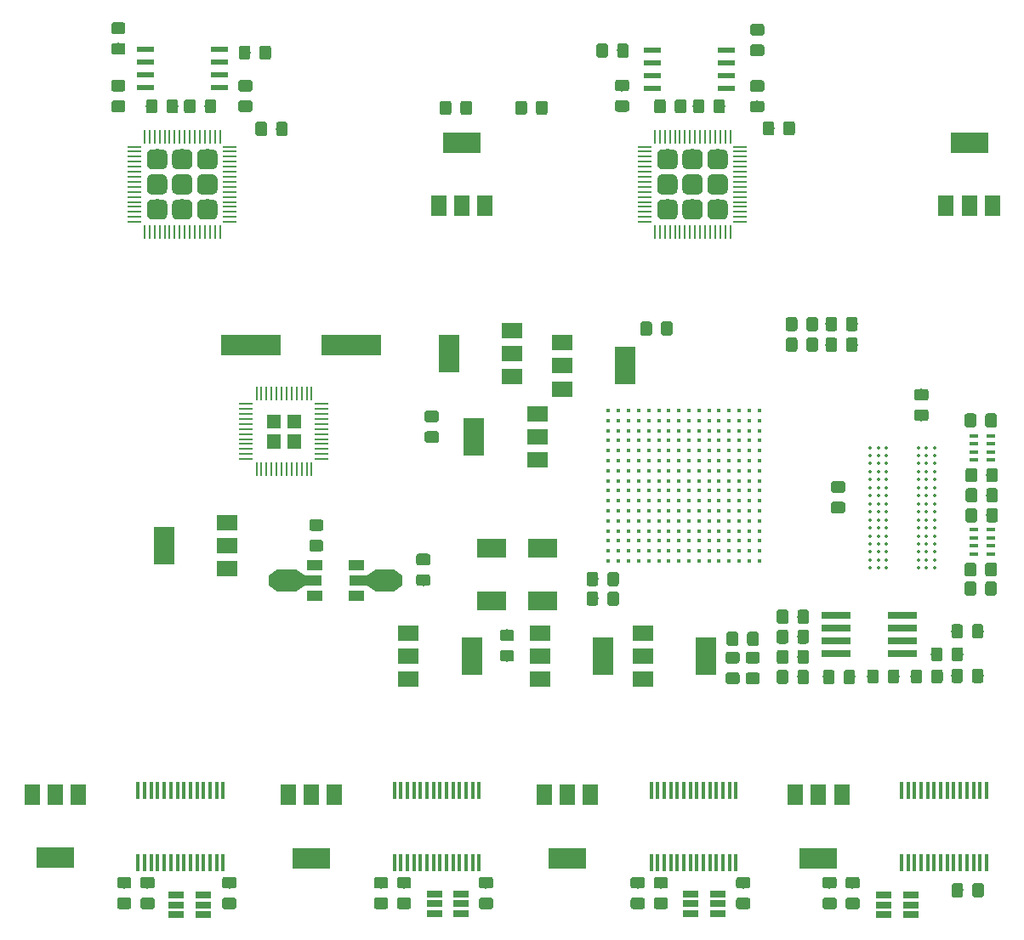
<source format=gbr>
G04 #@! TF.GenerationSoftware,KiCad,Pcbnew,5.0.2+dfsg1-1*
G04 #@! TF.CreationDate,2021-05-05T10:51:01+02:00*
G04 #@! TF.ProjectId,fpga_adda,66706761-5f61-4646-9461-2e6b69636164,rev?*
G04 #@! TF.SameCoordinates,Original*
G04 #@! TF.FileFunction,Paste,Top*
G04 #@! TF.FilePolarity,Positive*
%FSLAX46Y46*%
G04 Gerber Fmt 4.6, Leading zero omitted, Abs format (unit mm)*
G04 Created by KiCad (PCBNEW 5.0.2+dfsg1-1) date Wed 05 May 2021 10:51:01 AM CEST*
%MOMM*%
%LPD*%
G01*
G04 APERTURE LIST*
%ADD10C,0.100000*%
%ADD11C,1.150000*%
%ADD12R,1.560000X0.650000*%
%ADD13R,1.750000X0.550000*%
%ADD14C,1.000000*%
%ADD15R,1.840000X2.200000*%
%ADD16R,1.500000X1.000000*%
%ADD17R,1.800000X1.000000*%
%ADD18C,0.850000*%
%ADD19R,6.000000X2.100000*%
%ADD20R,2.000000X1.500000*%
%ADD21R,2.000000X3.800000*%
%ADD22C,1.400000*%
%ADD23R,0.250000X1.400000*%
%ADD24R,1.400000X0.250000*%
%ADD25R,1.500000X2.000000*%
%ADD26R,3.800000X2.000000*%
%ADD27C,0.400000*%
%ADD28C,0.350000*%
%ADD29R,0.900000X0.400000*%
%ADD30R,3.000000X0.635000*%
%ADD31R,0.450000X1.750000*%
%ADD32C,2.000000*%
%ADD33R,3.000000X1.980000*%
G04 APERTURE END LIST*
D10*
G04 #@! TO.C,C98*
G36*
X70574505Y-91401204D02*
X70598773Y-91404804D01*
X70622572Y-91410765D01*
X70645671Y-91419030D01*
X70667850Y-91429520D01*
X70688893Y-91442132D01*
X70708599Y-91456747D01*
X70726777Y-91473223D01*
X70743253Y-91491401D01*
X70757868Y-91511107D01*
X70770480Y-91532150D01*
X70780970Y-91554329D01*
X70789235Y-91577428D01*
X70795196Y-91601227D01*
X70798796Y-91625495D01*
X70800000Y-91649999D01*
X70800000Y-92300001D01*
X70798796Y-92324505D01*
X70795196Y-92348773D01*
X70789235Y-92372572D01*
X70780970Y-92395671D01*
X70770480Y-92417850D01*
X70757868Y-92438893D01*
X70743253Y-92458599D01*
X70726777Y-92476777D01*
X70708599Y-92493253D01*
X70688893Y-92507868D01*
X70667850Y-92520480D01*
X70645671Y-92530970D01*
X70622572Y-92539235D01*
X70598773Y-92545196D01*
X70574505Y-92548796D01*
X70550001Y-92550000D01*
X69649999Y-92550000D01*
X69625495Y-92548796D01*
X69601227Y-92545196D01*
X69577428Y-92539235D01*
X69554329Y-92530970D01*
X69532150Y-92520480D01*
X69511107Y-92507868D01*
X69491401Y-92493253D01*
X69473223Y-92476777D01*
X69456747Y-92458599D01*
X69442132Y-92438893D01*
X69429520Y-92417850D01*
X69419030Y-92395671D01*
X69410765Y-92372572D01*
X69404804Y-92348773D01*
X69401204Y-92324505D01*
X69400000Y-92300001D01*
X69400000Y-91649999D01*
X69401204Y-91625495D01*
X69404804Y-91601227D01*
X69410765Y-91577428D01*
X69419030Y-91554329D01*
X69429520Y-91532150D01*
X69442132Y-91511107D01*
X69456747Y-91491401D01*
X69473223Y-91473223D01*
X69491401Y-91456747D01*
X69511107Y-91442132D01*
X69532150Y-91429520D01*
X69554329Y-91419030D01*
X69577428Y-91410765D01*
X69601227Y-91404804D01*
X69625495Y-91401204D01*
X69649999Y-91400000D01*
X70550001Y-91400000D01*
X70574505Y-91401204D01*
X70574505Y-91401204D01*
G37*
D11*
X70100000Y-91975000D03*
D10*
G36*
X70574505Y-93451204D02*
X70598773Y-93454804D01*
X70622572Y-93460765D01*
X70645671Y-93469030D01*
X70667850Y-93479520D01*
X70688893Y-93492132D01*
X70708599Y-93506747D01*
X70726777Y-93523223D01*
X70743253Y-93541401D01*
X70757868Y-93561107D01*
X70770480Y-93582150D01*
X70780970Y-93604329D01*
X70789235Y-93627428D01*
X70795196Y-93651227D01*
X70798796Y-93675495D01*
X70800000Y-93699999D01*
X70800000Y-94350001D01*
X70798796Y-94374505D01*
X70795196Y-94398773D01*
X70789235Y-94422572D01*
X70780970Y-94445671D01*
X70770480Y-94467850D01*
X70757868Y-94488893D01*
X70743253Y-94508599D01*
X70726777Y-94526777D01*
X70708599Y-94543253D01*
X70688893Y-94557868D01*
X70667850Y-94570480D01*
X70645671Y-94580970D01*
X70622572Y-94589235D01*
X70598773Y-94595196D01*
X70574505Y-94598796D01*
X70550001Y-94600000D01*
X69649999Y-94600000D01*
X69625495Y-94598796D01*
X69601227Y-94595196D01*
X69577428Y-94589235D01*
X69554329Y-94580970D01*
X69532150Y-94570480D01*
X69511107Y-94557868D01*
X69491401Y-94543253D01*
X69473223Y-94526777D01*
X69456747Y-94508599D01*
X69442132Y-94488893D01*
X69429520Y-94467850D01*
X69419030Y-94445671D01*
X69410765Y-94422572D01*
X69404804Y-94398773D01*
X69401204Y-94374505D01*
X69400000Y-94350001D01*
X69400000Y-93699999D01*
X69401204Y-93675495D01*
X69404804Y-93651227D01*
X69410765Y-93627428D01*
X69419030Y-93604329D01*
X69429520Y-93582150D01*
X69442132Y-93561107D01*
X69456747Y-93541401D01*
X69473223Y-93523223D01*
X69491401Y-93506747D01*
X69511107Y-93492132D01*
X69532150Y-93479520D01*
X69554329Y-93469030D01*
X69577428Y-93460765D01*
X69601227Y-93454804D01*
X69625495Y-93451204D01*
X69649999Y-93450000D01*
X70550001Y-93450000D01*
X70574505Y-93451204D01*
X70574505Y-93451204D01*
G37*
D11*
X70100000Y-94025000D03*
G04 #@! TD*
D10*
G04 #@! TO.C,C99*
G36*
X81224505Y-94826204D02*
X81248773Y-94829804D01*
X81272572Y-94835765D01*
X81295671Y-94844030D01*
X81317850Y-94854520D01*
X81338893Y-94867132D01*
X81358599Y-94881747D01*
X81376777Y-94898223D01*
X81393253Y-94916401D01*
X81407868Y-94936107D01*
X81420480Y-94957150D01*
X81430970Y-94979329D01*
X81439235Y-95002428D01*
X81445196Y-95026227D01*
X81448796Y-95050495D01*
X81450000Y-95074999D01*
X81450000Y-95725001D01*
X81448796Y-95749505D01*
X81445196Y-95773773D01*
X81439235Y-95797572D01*
X81430970Y-95820671D01*
X81420480Y-95842850D01*
X81407868Y-95863893D01*
X81393253Y-95883599D01*
X81376777Y-95901777D01*
X81358599Y-95918253D01*
X81338893Y-95932868D01*
X81317850Y-95945480D01*
X81295671Y-95955970D01*
X81272572Y-95964235D01*
X81248773Y-95970196D01*
X81224505Y-95973796D01*
X81200001Y-95975000D01*
X80299999Y-95975000D01*
X80275495Y-95973796D01*
X80251227Y-95970196D01*
X80227428Y-95964235D01*
X80204329Y-95955970D01*
X80182150Y-95945480D01*
X80161107Y-95932868D01*
X80141401Y-95918253D01*
X80123223Y-95901777D01*
X80106747Y-95883599D01*
X80092132Y-95863893D01*
X80079520Y-95842850D01*
X80069030Y-95820671D01*
X80060765Y-95797572D01*
X80054804Y-95773773D01*
X80051204Y-95749505D01*
X80050000Y-95725001D01*
X80050000Y-95074999D01*
X80051204Y-95050495D01*
X80054804Y-95026227D01*
X80060765Y-95002428D01*
X80069030Y-94979329D01*
X80079520Y-94957150D01*
X80092132Y-94936107D01*
X80106747Y-94916401D01*
X80123223Y-94898223D01*
X80141401Y-94881747D01*
X80161107Y-94867132D01*
X80182150Y-94854520D01*
X80204329Y-94844030D01*
X80227428Y-94835765D01*
X80251227Y-94829804D01*
X80275495Y-94826204D01*
X80299999Y-94825000D01*
X81200001Y-94825000D01*
X81224505Y-94826204D01*
X81224505Y-94826204D01*
G37*
D11*
X80750000Y-95400000D03*
D10*
G36*
X81224505Y-96876204D02*
X81248773Y-96879804D01*
X81272572Y-96885765D01*
X81295671Y-96894030D01*
X81317850Y-96904520D01*
X81338893Y-96917132D01*
X81358599Y-96931747D01*
X81376777Y-96948223D01*
X81393253Y-96966401D01*
X81407868Y-96986107D01*
X81420480Y-97007150D01*
X81430970Y-97029329D01*
X81439235Y-97052428D01*
X81445196Y-97076227D01*
X81448796Y-97100495D01*
X81450000Y-97124999D01*
X81450000Y-97775001D01*
X81448796Y-97799505D01*
X81445196Y-97823773D01*
X81439235Y-97847572D01*
X81430970Y-97870671D01*
X81420480Y-97892850D01*
X81407868Y-97913893D01*
X81393253Y-97933599D01*
X81376777Y-97951777D01*
X81358599Y-97968253D01*
X81338893Y-97982868D01*
X81317850Y-97995480D01*
X81295671Y-98005970D01*
X81272572Y-98014235D01*
X81248773Y-98020196D01*
X81224505Y-98023796D01*
X81200001Y-98025000D01*
X80299999Y-98025000D01*
X80275495Y-98023796D01*
X80251227Y-98020196D01*
X80227428Y-98014235D01*
X80204329Y-98005970D01*
X80182150Y-97995480D01*
X80161107Y-97982868D01*
X80141401Y-97968253D01*
X80123223Y-97951777D01*
X80106747Y-97933599D01*
X80092132Y-97913893D01*
X80079520Y-97892850D01*
X80069030Y-97870671D01*
X80060765Y-97847572D01*
X80054804Y-97823773D01*
X80051204Y-97799505D01*
X80050000Y-97775001D01*
X80050000Y-97124999D01*
X80051204Y-97100495D01*
X80054804Y-97076227D01*
X80060765Y-97052428D01*
X80069030Y-97029329D01*
X80079520Y-97007150D01*
X80092132Y-96986107D01*
X80106747Y-96966401D01*
X80123223Y-96948223D01*
X80141401Y-96931747D01*
X80161107Y-96917132D01*
X80182150Y-96904520D01*
X80204329Y-96894030D01*
X80227428Y-96885765D01*
X80251227Y-96879804D01*
X80275495Y-96876204D01*
X80299999Y-96875000D01*
X81200001Y-96875000D01*
X81224505Y-96876204D01*
X81224505Y-96876204D01*
G37*
D11*
X80750000Y-97450000D03*
G04 #@! TD*
D10*
G04 #@! TO.C,C84*
G36*
X104874505Y-127026204D02*
X104898773Y-127029804D01*
X104922572Y-127035765D01*
X104945671Y-127044030D01*
X104967850Y-127054520D01*
X104988893Y-127067132D01*
X105008599Y-127081747D01*
X105026777Y-127098223D01*
X105043253Y-127116401D01*
X105057868Y-127136107D01*
X105070480Y-127157150D01*
X105080970Y-127179329D01*
X105089235Y-127202428D01*
X105095196Y-127226227D01*
X105098796Y-127250495D01*
X105100000Y-127274999D01*
X105100000Y-127925001D01*
X105098796Y-127949505D01*
X105095196Y-127973773D01*
X105089235Y-127997572D01*
X105080970Y-128020671D01*
X105070480Y-128042850D01*
X105057868Y-128063893D01*
X105043253Y-128083599D01*
X105026777Y-128101777D01*
X105008599Y-128118253D01*
X104988893Y-128132868D01*
X104967850Y-128145480D01*
X104945671Y-128155970D01*
X104922572Y-128164235D01*
X104898773Y-128170196D01*
X104874505Y-128173796D01*
X104850001Y-128175000D01*
X103949999Y-128175000D01*
X103925495Y-128173796D01*
X103901227Y-128170196D01*
X103877428Y-128164235D01*
X103854329Y-128155970D01*
X103832150Y-128145480D01*
X103811107Y-128132868D01*
X103791401Y-128118253D01*
X103773223Y-128101777D01*
X103756747Y-128083599D01*
X103742132Y-128063893D01*
X103729520Y-128042850D01*
X103719030Y-128020671D01*
X103710765Y-127997572D01*
X103704804Y-127973773D01*
X103701204Y-127949505D01*
X103700000Y-127925001D01*
X103700000Y-127274999D01*
X103701204Y-127250495D01*
X103704804Y-127226227D01*
X103710765Y-127202428D01*
X103719030Y-127179329D01*
X103729520Y-127157150D01*
X103742132Y-127136107D01*
X103756747Y-127116401D01*
X103773223Y-127098223D01*
X103791401Y-127081747D01*
X103811107Y-127067132D01*
X103832150Y-127054520D01*
X103854329Y-127044030D01*
X103877428Y-127035765D01*
X103901227Y-127029804D01*
X103925495Y-127026204D01*
X103949999Y-127025000D01*
X104850001Y-127025000D01*
X104874505Y-127026204D01*
X104874505Y-127026204D01*
G37*
D11*
X104400000Y-127600000D03*
D10*
G36*
X104874505Y-129076204D02*
X104898773Y-129079804D01*
X104922572Y-129085765D01*
X104945671Y-129094030D01*
X104967850Y-129104520D01*
X104988893Y-129117132D01*
X105008599Y-129131747D01*
X105026777Y-129148223D01*
X105043253Y-129166401D01*
X105057868Y-129186107D01*
X105070480Y-129207150D01*
X105080970Y-129229329D01*
X105089235Y-129252428D01*
X105095196Y-129276227D01*
X105098796Y-129300495D01*
X105100000Y-129324999D01*
X105100000Y-129975001D01*
X105098796Y-129999505D01*
X105095196Y-130023773D01*
X105089235Y-130047572D01*
X105080970Y-130070671D01*
X105070480Y-130092850D01*
X105057868Y-130113893D01*
X105043253Y-130133599D01*
X105026777Y-130151777D01*
X105008599Y-130168253D01*
X104988893Y-130182868D01*
X104967850Y-130195480D01*
X104945671Y-130205970D01*
X104922572Y-130214235D01*
X104898773Y-130220196D01*
X104874505Y-130223796D01*
X104850001Y-130225000D01*
X103949999Y-130225000D01*
X103925495Y-130223796D01*
X103901227Y-130220196D01*
X103877428Y-130214235D01*
X103854329Y-130205970D01*
X103832150Y-130195480D01*
X103811107Y-130182868D01*
X103791401Y-130168253D01*
X103773223Y-130151777D01*
X103756747Y-130133599D01*
X103742132Y-130113893D01*
X103729520Y-130092850D01*
X103719030Y-130070671D01*
X103710765Y-130047572D01*
X103704804Y-130023773D01*
X103701204Y-129999505D01*
X103700000Y-129975001D01*
X103700000Y-129324999D01*
X103701204Y-129300495D01*
X103704804Y-129276227D01*
X103710765Y-129252428D01*
X103719030Y-129229329D01*
X103729520Y-129207150D01*
X103742132Y-129186107D01*
X103756747Y-129166401D01*
X103773223Y-129148223D01*
X103791401Y-129131747D01*
X103811107Y-129117132D01*
X103832150Y-129104520D01*
X103854329Y-129094030D01*
X103877428Y-129085765D01*
X103901227Y-129079804D01*
X103925495Y-129076204D01*
X103949999Y-129075000D01*
X104850001Y-129075000D01*
X104874505Y-129076204D01*
X104874505Y-129076204D01*
G37*
D11*
X104400000Y-129650000D03*
G04 #@! TD*
D10*
G04 #@! TO.C,C85*
G36*
X121674505Y-129076204D02*
X121698773Y-129079804D01*
X121722572Y-129085765D01*
X121745671Y-129094030D01*
X121767850Y-129104520D01*
X121788893Y-129117132D01*
X121808599Y-129131747D01*
X121826777Y-129148223D01*
X121843253Y-129166401D01*
X121857868Y-129186107D01*
X121870480Y-129207150D01*
X121880970Y-129229329D01*
X121889235Y-129252428D01*
X121895196Y-129276227D01*
X121898796Y-129300495D01*
X121900000Y-129324999D01*
X121900000Y-129975001D01*
X121898796Y-129999505D01*
X121895196Y-130023773D01*
X121889235Y-130047572D01*
X121880970Y-130070671D01*
X121870480Y-130092850D01*
X121857868Y-130113893D01*
X121843253Y-130133599D01*
X121826777Y-130151777D01*
X121808599Y-130168253D01*
X121788893Y-130182868D01*
X121767850Y-130195480D01*
X121745671Y-130205970D01*
X121722572Y-130214235D01*
X121698773Y-130220196D01*
X121674505Y-130223796D01*
X121650001Y-130225000D01*
X120749999Y-130225000D01*
X120725495Y-130223796D01*
X120701227Y-130220196D01*
X120677428Y-130214235D01*
X120654329Y-130205970D01*
X120632150Y-130195480D01*
X120611107Y-130182868D01*
X120591401Y-130168253D01*
X120573223Y-130151777D01*
X120556747Y-130133599D01*
X120542132Y-130113893D01*
X120529520Y-130092850D01*
X120519030Y-130070671D01*
X120510765Y-130047572D01*
X120504804Y-130023773D01*
X120501204Y-129999505D01*
X120500000Y-129975001D01*
X120500000Y-129324999D01*
X120501204Y-129300495D01*
X120504804Y-129276227D01*
X120510765Y-129252428D01*
X120519030Y-129229329D01*
X120529520Y-129207150D01*
X120542132Y-129186107D01*
X120556747Y-129166401D01*
X120573223Y-129148223D01*
X120591401Y-129131747D01*
X120611107Y-129117132D01*
X120632150Y-129104520D01*
X120654329Y-129094030D01*
X120677428Y-129085765D01*
X120701227Y-129079804D01*
X120725495Y-129076204D01*
X120749999Y-129075000D01*
X121650001Y-129075000D01*
X121674505Y-129076204D01*
X121674505Y-129076204D01*
G37*
D11*
X121200000Y-129650000D03*
D10*
G36*
X121674505Y-127026204D02*
X121698773Y-127029804D01*
X121722572Y-127035765D01*
X121745671Y-127044030D01*
X121767850Y-127054520D01*
X121788893Y-127067132D01*
X121808599Y-127081747D01*
X121826777Y-127098223D01*
X121843253Y-127116401D01*
X121857868Y-127136107D01*
X121870480Y-127157150D01*
X121880970Y-127179329D01*
X121889235Y-127202428D01*
X121895196Y-127226227D01*
X121898796Y-127250495D01*
X121900000Y-127274999D01*
X121900000Y-127925001D01*
X121898796Y-127949505D01*
X121895196Y-127973773D01*
X121889235Y-127997572D01*
X121880970Y-128020671D01*
X121870480Y-128042850D01*
X121857868Y-128063893D01*
X121843253Y-128083599D01*
X121826777Y-128101777D01*
X121808599Y-128118253D01*
X121788893Y-128132868D01*
X121767850Y-128145480D01*
X121745671Y-128155970D01*
X121722572Y-128164235D01*
X121698773Y-128170196D01*
X121674505Y-128173796D01*
X121650001Y-128175000D01*
X120749999Y-128175000D01*
X120725495Y-128173796D01*
X120701227Y-128170196D01*
X120677428Y-128164235D01*
X120654329Y-128155970D01*
X120632150Y-128145480D01*
X120611107Y-128132868D01*
X120591401Y-128118253D01*
X120573223Y-128101777D01*
X120556747Y-128083599D01*
X120542132Y-128063893D01*
X120529520Y-128042850D01*
X120519030Y-128020671D01*
X120510765Y-127997572D01*
X120504804Y-127973773D01*
X120501204Y-127949505D01*
X120500000Y-127925001D01*
X120500000Y-127274999D01*
X120501204Y-127250495D01*
X120504804Y-127226227D01*
X120510765Y-127202428D01*
X120519030Y-127179329D01*
X120529520Y-127157150D01*
X120542132Y-127136107D01*
X120556747Y-127116401D01*
X120573223Y-127098223D01*
X120591401Y-127081747D01*
X120611107Y-127067132D01*
X120632150Y-127054520D01*
X120654329Y-127044030D01*
X120677428Y-127035765D01*
X120701227Y-127029804D01*
X120725495Y-127026204D01*
X120749999Y-127025000D01*
X121650001Y-127025000D01*
X121674505Y-127026204D01*
X121674505Y-127026204D01*
G37*
D11*
X121200000Y-127600000D03*
G04 #@! TD*
D10*
G04 #@! TO.C,C88*
G36*
X79324505Y-129076204D02*
X79348773Y-129079804D01*
X79372572Y-129085765D01*
X79395671Y-129094030D01*
X79417850Y-129104520D01*
X79438893Y-129117132D01*
X79458599Y-129131747D01*
X79476777Y-129148223D01*
X79493253Y-129166401D01*
X79507868Y-129186107D01*
X79520480Y-129207150D01*
X79530970Y-129229329D01*
X79539235Y-129252428D01*
X79545196Y-129276227D01*
X79548796Y-129300495D01*
X79550000Y-129324999D01*
X79550000Y-129975001D01*
X79548796Y-129999505D01*
X79545196Y-130023773D01*
X79539235Y-130047572D01*
X79530970Y-130070671D01*
X79520480Y-130092850D01*
X79507868Y-130113893D01*
X79493253Y-130133599D01*
X79476777Y-130151777D01*
X79458599Y-130168253D01*
X79438893Y-130182868D01*
X79417850Y-130195480D01*
X79395671Y-130205970D01*
X79372572Y-130214235D01*
X79348773Y-130220196D01*
X79324505Y-130223796D01*
X79300001Y-130225000D01*
X78399999Y-130225000D01*
X78375495Y-130223796D01*
X78351227Y-130220196D01*
X78327428Y-130214235D01*
X78304329Y-130205970D01*
X78282150Y-130195480D01*
X78261107Y-130182868D01*
X78241401Y-130168253D01*
X78223223Y-130151777D01*
X78206747Y-130133599D01*
X78192132Y-130113893D01*
X78179520Y-130092850D01*
X78169030Y-130070671D01*
X78160765Y-130047572D01*
X78154804Y-130023773D01*
X78151204Y-129999505D01*
X78150000Y-129975001D01*
X78150000Y-129324999D01*
X78151204Y-129300495D01*
X78154804Y-129276227D01*
X78160765Y-129252428D01*
X78169030Y-129229329D01*
X78179520Y-129207150D01*
X78192132Y-129186107D01*
X78206747Y-129166401D01*
X78223223Y-129148223D01*
X78241401Y-129131747D01*
X78261107Y-129117132D01*
X78282150Y-129104520D01*
X78304329Y-129094030D01*
X78327428Y-129085765D01*
X78351227Y-129079804D01*
X78375495Y-129076204D01*
X78399999Y-129075000D01*
X79300001Y-129075000D01*
X79324505Y-129076204D01*
X79324505Y-129076204D01*
G37*
D11*
X78850000Y-129650000D03*
D10*
G36*
X79324505Y-127026204D02*
X79348773Y-127029804D01*
X79372572Y-127035765D01*
X79395671Y-127044030D01*
X79417850Y-127054520D01*
X79438893Y-127067132D01*
X79458599Y-127081747D01*
X79476777Y-127098223D01*
X79493253Y-127116401D01*
X79507868Y-127136107D01*
X79520480Y-127157150D01*
X79530970Y-127179329D01*
X79539235Y-127202428D01*
X79545196Y-127226227D01*
X79548796Y-127250495D01*
X79550000Y-127274999D01*
X79550000Y-127925001D01*
X79548796Y-127949505D01*
X79545196Y-127973773D01*
X79539235Y-127997572D01*
X79530970Y-128020671D01*
X79520480Y-128042850D01*
X79507868Y-128063893D01*
X79493253Y-128083599D01*
X79476777Y-128101777D01*
X79458599Y-128118253D01*
X79438893Y-128132868D01*
X79417850Y-128145480D01*
X79395671Y-128155970D01*
X79372572Y-128164235D01*
X79348773Y-128170196D01*
X79324505Y-128173796D01*
X79300001Y-128175000D01*
X78399999Y-128175000D01*
X78375495Y-128173796D01*
X78351227Y-128170196D01*
X78327428Y-128164235D01*
X78304329Y-128155970D01*
X78282150Y-128145480D01*
X78261107Y-128132868D01*
X78241401Y-128118253D01*
X78223223Y-128101777D01*
X78206747Y-128083599D01*
X78192132Y-128063893D01*
X78179520Y-128042850D01*
X78169030Y-128020671D01*
X78160765Y-127997572D01*
X78154804Y-127973773D01*
X78151204Y-127949505D01*
X78150000Y-127925001D01*
X78150000Y-127274999D01*
X78151204Y-127250495D01*
X78154804Y-127226227D01*
X78160765Y-127202428D01*
X78169030Y-127179329D01*
X78179520Y-127157150D01*
X78192132Y-127136107D01*
X78206747Y-127116401D01*
X78223223Y-127098223D01*
X78241401Y-127081747D01*
X78261107Y-127067132D01*
X78282150Y-127054520D01*
X78304329Y-127044030D01*
X78327428Y-127035765D01*
X78351227Y-127029804D01*
X78375495Y-127026204D01*
X78399999Y-127025000D01*
X79300001Y-127025000D01*
X79324505Y-127026204D01*
X79324505Y-127026204D01*
G37*
D11*
X78850000Y-127600000D03*
G04 #@! TD*
D10*
G04 #@! TO.C,C89*
G36*
X51474505Y-127026204D02*
X51498773Y-127029804D01*
X51522572Y-127035765D01*
X51545671Y-127044030D01*
X51567850Y-127054520D01*
X51588893Y-127067132D01*
X51608599Y-127081747D01*
X51626777Y-127098223D01*
X51643253Y-127116401D01*
X51657868Y-127136107D01*
X51670480Y-127157150D01*
X51680970Y-127179329D01*
X51689235Y-127202428D01*
X51695196Y-127226227D01*
X51698796Y-127250495D01*
X51700000Y-127274999D01*
X51700000Y-127925001D01*
X51698796Y-127949505D01*
X51695196Y-127973773D01*
X51689235Y-127997572D01*
X51680970Y-128020671D01*
X51670480Y-128042850D01*
X51657868Y-128063893D01*
X51643253Y-128083599D01*
X51626777Y-128101777D01*
X51608599Y-128118253D01*
X51588893Y-128132868D01*
X51567850Y-128145480D01*
X51545671Y-128155970D01*
X51522572Y-128164235D01*
X51498773Y-128170196D01*
X51474505Y-128173796D01*
X51450001Y-128175000D01*
X50549999Y-128175000D01*
X50525495Y-128173796D01*
X50501227Y-128170196D01*
X50477428Y-128164235D01*
X50454329Y-128155970D01*
X50432150Y-128145480D01*
X50411107Y-128132868D01*
X50391401Y-128118253D01*
X50373223Y-128101777D01*
X50356747Y-128083599D01*
X50342132Y-128063893D01*
X50329520Y-128042850D01*
X50319030Y-128020671D01*
X50310765Y-127997572D01*
X50304804Y-127973773D01*
X50301204Y-127949505D01*
X50300000Y-127925001D01*
X50300000Y-127274999D01*
X50301204Y-127250495D01*
X50304804Y-127226227D01*
X50310765Y-127202428D01*
X50319030Y-127179329D01*
X50329520Y-127157150D01*
X50342132Y-127136107D01*
X50356747Y-127116401D01*
X50373223Y-127098223D01*
X50391401Y-127081747D01*
X50411107Y-127067132D01*
X50432150Y-127054520D01*
X50454329Y-127044030D01*
X50477428Y-127035765D01*
X50501227Y-127029804D01*
X50525495Y-127026204D01*
X50549999Y-127025000D01*
X51450001Y-127025000D01*
X51474505Y-127026204D01*
X51474505Y-127026204D01*
G37*
D11*
X51000000Y-127600000D03*
D10*
G36*
X51474505Y-129076204D02*
X51498773Y-129079804D01*
X51522572Y-129085765D01*
X51545671Y-129094030D01*
X51567850Y-129104520D01*
X51588893Y-129117132D01*
X51608599Y-129131747D01*
X51626777Y-129148223D01*
X51643253Y-129166401D01*
X51657868Y-129186107D01*
X51670480Y-129207150D01*
X51680970Y-129229329D01*
X51689235Y-129252428D01*
X51695196Y-129276227D01*
X51698796Y-129300495D01*
X51700000Y-129324999D01*
X51700000Y-129975001D01*
X51698796Y-129999505D01*
X51695196Y-130023773D01*
X51689235Y-130047572D01*
X51680970Y-130070671D01*
X51670480Y-130092850D01*
X51657868Y-130113893D01*
X51643253Y-130133599D01*
X51626777Y-130151777D01*
X51608599Y-130168253D01*
X51588893Y-130182868D01*
X51567850Y-130195480D01*
X51545671Y-130205970D01*
X51522572Y-130214235D01*
X51498773Y-130220196D01*
X51474505Y-130223796D01*
X51450001Y-130225000D01*
X50549999Y-130225000D01*
X50525495Y-130223796D01*
X50501227Y-130220196D01*
X50477428Y-130214235D01*
X50454329Y-130205970D01*
X50432150Y-130195480D01*
X50411107Y-130182868D01*
X50391401Y-130168253D01*
X50373223Y-130151777D01*
X50356747Y-130133599D01*
X50342132Y-130113893D01*
X50329520Y-130092850D01*
X50319030Y-130070671D01*
X50310765Y-130047572D01*
X50304804Y-130023773D01*
X50301204Y-129999505D01*
X50300000Y-129975001D01*
X50300000Y-129324999D01*
X50301204Y-129300495D01*
X50304804Y-129276227D01*
X50310765Y-129252428D01*
X50319030Y-129229329D01*
X50329520Y-129207150D01*
X50342132Y-129186107D01*
X50356747Y-129166401D01*
X50373223Y-129148223D01*
X50391401Y-129131747D01*
X50411107Y-129117132D01*
X50432150Y-129104520D01*
X50454329Y-129094030D01*
X50477428Y-129085765D01*
X50501227Y-129079804D01*
X50525495Y-129076204D01*
X50549999Y-129075000D01*
X51450001Y-129075000D01*
X51474505Y-129076204D01*
X51474505Y-129076204D01*
G37*
D11*
X51000000Y-129650000D03*
G04 #@! TD*
D12*
G04 #@! TO.C,U32*
X81850000Y-129700000D03*
X81850000Y-130650000D03*
X81850000Y-128750000D03*
X84550000Y-128750000D03*
X84550000Y-129700000D03*
X84550000Y-130650000D03*
G04 #@! TD*
G04 #@! TO.C,U31*
X129300000Y-130750000D03*
X129300000Y-129800000D03*
X129300000Y-128850000D03*
X126600000Y-128850000D03*
X126600000Y-130750000D03*
X126600000Y-129800000D03*
G04 #@! TD*
G04 #@! TO.C,U33*
X56150000Y-129800000D03*
X56150000Y-130750000D03*
X56150000Y-128850000D03*
X58850000Y-128850000D03*
X58850000Y-129800000D03*
X58850000Y-130750000D03*
G04 #@! TD*
G04 #@! TO.C,U30*
X110100000Y-130650000D03*
X110100000Y-129700000D03*
X110100000Y-128750000D03*
X107400000Y-128750000D03*
X107400000Y-130650000D03*
X107400000Y-129700000D03*
G04 #@! TD*
D10*
G04 #@! TO.C,R78*
G36*
X113074505Y-127026204D02*
X113098773Y-127029804D01*
X113122572Y-127035765D01*
X113145671Y-127044030D01*
X113167850Y-127054520D01*
X113188893Y-127067132D01*
X113208599Y-127081747D01*
X113226777Y-127098223D01*
X113243253Y-127116401D01*
X113257868Y-127136107D01*
X113270480Y-127157150D01*
X113280970Y-127179329D01*
X113289235Y-127202428D01*
X113295196Y-127226227D01*
X113298796Y-127250495D01*
X113300000Y-127274999D01*
X113300000Y-127925001D01*
X113298796Y-127949505D01*
X113295196Y-127973773D01*
X113289235Y-127997572D01*
X113280970Y-128020671D01*
X113270480Y-128042850D01*
X113257868Y-128063893D01*
X113243253Y-128083599D01*
X113226777Y-128101777D01*
X113208599Y-128118253D01*
X113188893Y-128132868D01*
X113167850Y-128145480D01*
X113145671Y-128155970D01*
X113122572Y-128164235D01*
X113098773Y-128170196D01*
X113074505Y-128173796D01*
X113050001Y-128175000D01*
X112149999Y-128175000D01*
X112125495Y-128173796D01*
X112101227Y-128170196D01*
X112077428Y-128164235D01*
X112054329Y-128155970D01*
X112032150Y-128145480D01*
X112011107Y-128132868D01*
X111991401Y-128118253D01*
X111973223Y-128101777D01*
X111956747Y-128083599D01*
X111942132Y-128063893D01*
X111929520Y-128042850D01*
X111919030Y-128020671D01*
X111910765Y-127997572D01*
X111904804Y-127973773D01*
X111901204Y-127949505D01*
X111900000Y-127925001D01*
X111900000Y-127274999D01*
X111901204Y-127250495D01*
X111904804Y-127226227D01*
X111910765Y-127202428D01*
X111919030Y-127179329D01*
X111929520Y-127157150D01*
X111942132Y-127136107D01*
X111956747Y-127116401D01*
X111973223Y-127098223D01*
X111991401Y-127081747D01*
X112011107Y-127067132D01*
X112032150Y-127054520D01*
X112054329Y-127044030D01*
X112077428Y-127035765D01*
X112101227Y-127029804D01*
X112125495Y-127026204D01*
X112149999Y-127025000D01*
X113050001Y-127025000D01*
X113074505Y-127026204D01*
X113074505Y-127026204D01*
G37*
D11*
X112600000Y-127600000D03*
D10*
G36*
X113074505Y-129076204D02*
X113098773Y-129079804D01*
X113122572Y-129085765D01*
X113145671Y-129094030D01*
X113167850Y-129104520D01*
X113188893Y-129117132D01*
X113208599Y-129131747D01*
X113226777Y-129148223D01*
X113243253Y-129166401D01*
X113257868Y-129186107D01*
X113270480Y-129207150D01*
X113280970Y-129229329D01*
X113289235Y-129252428D01*
X113295196Y-129276227D01*
X113298796Y-129300495D01*
X113300000Y-129324999D01*
X113300000Y-129975001D01*
X113298796Y-129999505D01*
X113295196Y-130023773D01*
X113289235Y-130047572D01*
X113280970Y-130070671D01*
X113270480Y-130092850D01*
X113257868Y-130113893D01*
X113243253Y-130133599D01*
X113226777Y-130151777D01*
X113208599Y-130168253D01*
X113188893Y-130182868D01*
X113167850Y-130195480D01*
X113145671Y-130205970D01*
X113122572Y-130214235D01*
X113098773Y-130220196D01*
X113074505Y-130223796D01*
X113050001Y-130225000D01*
X112149999Y-130225000D01*
X112125495Y-130223796D01*
X112101227Y-130220196D01*
X112077428Y-130214235D01*
X112054329Y-130205970D01*
X112032150Y-130195480D01*
X112011107Y-130182868D01*
X111991401Y-130168253D01*
X111973223Y-130151777D01*
X111956747Y-130133599D01*
X111942132Y-130113893D01*
X111929520Y-130092850D01*
X111919030Y-130070671D01*
X111910765Y-130047572D01*
X111904804Y-130023773D01*
X111901204Y-129999505D01*
X111900000Y-129975001D01*
X111900000Y-129324999D01*
X111901204Y-129300495D01*
X111904804Y-129276227D01*
X111910765Y-129252428D01*
X111919030Y-129229329D01*
X111929520Y-129207150D01*
X111942132Y-129186107D01*
X111956747Y-129166401D01*
X111973223Y-129148223D01*
X111991401Y-129131747D01*
X112011107Y-129117132D01*
X112032150Y-129104520D01*
X112054329Y-129094030D01*
X112077428Y-129085765D01*
X112101227Y-129079804D01*
X112125495Y-129076204D01*
X112149999Y-129075000D01*
X113050001Y-129075000D01*
X113074505Y-129076204D01*
X113074505Y-129076204D01*
G37*
D11*
X112600000Y-129650000D03*
G04 #@! TD*
D10*
G04 #@! TO.C,R80*
G36*
X102574505Y-129076204D02*
X102598773Y-129079804D01*
X102622572Y-129085765D01*
X102645671Y-129094030D01*
X102667850Y-129104520D01*
X102688893Y-129117132D01*
X102708599Y-129131747D01*
X102726777Y-129148223D01*
X102743253Y-129166401D01*
X102757868Y-129186107D01*
X102770480Y-129207150D01*
X102780970Y-129229329D01*
X102789235Y-129252428D01*
X102795196Y-129276227D01*
X102798796Y-129300495D01*
X102800000Y-129324999D01*
X102800000Y-129975001D01*
X102798796Y-129999505D01*
X102795196Y-130023773D01*
X102789235Y-130047572D01*
X102780970Y-130070671D01*
X102770480Y-130092850D01*
X102757868Y-130113893D01*
X102743253Y-130133599D01*
X102726777Y-130151777D01*
X102708599Y-130168253D01*
X102688893Y-130182868D01*
X102667850Y-130195480D01*
X102645671Y-130205970D01*
X102622572Y-130214235D01*
X102598773Y-130220196D01*
X102574505Y-130223796D01*
X102550001Y-130225000D01*
X101649999Y-130225000D01*
X101625495Y-130223796D01*
X101601227Y-130220196D01*
X101577428Y-130214235D01*
X101554329Y-130205970D01*
X101532150Y-130195480D01*
X101511107Y-130182868D01*
X101491401Y-130168253D01*
X101473223Y-130151777D01*
X101456747Y-130133599D01*
X101442132Y-130113893D01*
X101429520Y-130092850D01*
X101419030Y-130070671D01*
X101410765Y-130047572D01*
X101404804Y-130023773D01*
X101401204Y-129999505D01*
X101400000Y-129975001D01*
X101400000Y-129324999D01*
X101401204Y-129300495D01*
X101404804Y-129276227D01*
X101410765Y-129252428D01*
X101419030Y-129229329D01*
X101429520Y-129207150D01*
X101442132Y-129186107D01*
X101456747Y-129166401D01*
X101473223Y-129148223D01*
X101491401Y-129131747D01*
X101511107Y-129117132D01*
X101532150Y-129104520D01*
X101554329Y-129094030D01*
X101577428Y-129085765D01*
X101601227Y-129079804D01*
X101625495Y-129076204D01*
X101649999Y-129075000D01*
X102550001Y-129075000D01*
X102574505Y-129076204D01*
X102574505Y-129076204D01*
G37*
D11*
X102100000Y-129650000D03*
D10*
G36*
X102574505Y-127026204D02*
X102598773Y-127029804D01*
X102622572Y-127035765D01*
X102645671Y-127044030D01*
X102667850Y-127054520D01*
X102688893Y-127067132D01*
X102708599Y-127081747D01*
X102726777Y-127098223D01*
X102743253Y-127116401D01*
X102757868Y-127136107D01*
X102770480Y-127157150D01*
X102780970Y-127179329D01*
X102789235Y-127202428D01*
X102795196Y-127226227D01*
X102798796Y-127250495D01*
X102800000Y-127274999D01*
X102800000Y-127925001D01*
X102798796Y-127949505D01*
X102795196Y-127973773D01*
X102789235Y-127997572D01*
X102780970Y-128020671D01*
X102770480Y-128042850D01*
X102757868Y-128063893D01*
X102743253Y-128083599D01*
X102726777Y-128101777D01*
X102708599Y-128118253D01*
X102688893Y-128132868D01*
X102667850Y-128145480D01*
X102645671Y-128155970D01*
X102622572Y-128164235D01*
X102598773Y-128170196D01*
X102574505Y-128173796D01*
X102550001Y-128175000D01*
X101649999Y-128175000D01*
X101625495Y-128173796D01*
X101601227Y-128170196D01*
X101577428Y-128164235D01*
X101554329Y-128155970D01*
X101532150Y-128145480D01*
X101511107Y-128132868D01*
X101491401Y-128118253D01*
X101473223Y-128101777D01*
X101456747Y-128083599D01*
X101442132Y-128063893D01*
X101429520Y-128042850D01*
X101419030Y-128020671D01*
X101410765Y-127997572D01*
X101404804Y-127973773D01*
X101401204Y-127949505D01*
X101400000Y-127925001D01*
X101400000Y-127274999D01*
X101401204Y-127250495D01*
X101404804Y-127226227D01*
X101410765Y-127202428D01*
X101419030Y-127179329D01*
X101429520Y-127157150D01*
X101442132Y-127136107D01*
X101456747Y-127116401D01*
X101473223Y-127098223D01*
X101491401Y-127081747D01*
X101511107Y-127067132D01*
X101532150Y-127054520D01*
X101554329Y-127044030D01*
X101577428Y-127035765D01*
X101601227Y-127029804D01*
X101625495Y-127026204D01*
X101649999Y-127025000D01*
X102550001Y-127025000D01*
X102574505Y-127026204D01*
X102574505Y-127026204D01*
G37*
D11*
X102100000Y-127600000D03*
G04 #@! TD*
D10*
G04 #@! TO.C,R81*
G36*
X123974505Y-127026204D02*
X123998773Y-127029804D01*
X124022572Y-127035765D01*
X124045671Y-127044030D01*
X124067850Y-127054520D01*
X124088893Y-127067132D01*
X124108599Y-127081747D01*
X124126777Y-127098223D01*
X124143253Y-127116401D01*
X124157868Y-127136107D01*
X124170480Y-127157150D01*
X124180970Y-127179329D01*
X124189235Y-127202428D01*
X124195196Y-127226227D01*
X124198796Y-127250495D01*
X124200000Y-127274999D01*
X124200000Y-127925001D01*
X124198796Y-127949505D01*
X124195196Y-127973773D01*
X124189235Y-127997572D01*
X124180970Y-128020671D01*
X124170480Y-128042850D01*
X124157868Y-128063893D01*
X124143253Y-128083599D01*
X124126777Y-128101777D01*
X124108599Y-128118253D01*
X124088893Y-128132868D01*
X124067850Y-128145480D01*
X124045671Y-128155970D01*
X124022572Y-128164235D01*
X123998773Y-128170196D01*
X123974505Y-128173796D01*
X123950001Y-128175000D01*
X123049999Y-128175000D01*
X123025495Y-128173796D01*
X123001227Y-128170196D01*
X122977428Y-128164235D01*
X122954329Y-128155970D01*
X122932150Y-128145480D01*
X122911107Y-128132868D01*
X122891401Y-128118253D01*
X122873223Y-128101777D01*
X122856747Y-128083599D01*
X122842132Y-128063893D01*
X122829520Y-128042850D01*
X122819030Y-128020671D01*
X122810765Y-127997572D01*
X122804804Y-127973773D01*
X122801204Y-127949505D01*
X122800000Y-127925001D01*
X122800000Y-127274999D01*
X122801204Y-127250495D01*
X122804804Y-127226227D01*
X122810765Y-127202428D01*
X122819030Y-127179329D01*
X122829520Y-127157150D01*
X122842132Y-127136107D01*
X122856747Y-127116401D01*
X122873223Y-127098223D01*
X122891401Y-127081747D01*
X122911107Y-127067132D01*
X122932150Y-127054520D01*
X122954329Y-127044030D01*
X122977428Y-127035765D01*
X123001227Y-127029804D01*
X123025495Y-127026204D01*
X123049999Y-127025000D01*
X123950001Y-127025000D01*
X123974505Y-127026204D01*
X123974505Y-127026204D01*
G37*
D11*
X123500000Y-127600000D03*
D10*
G36*
X123974505Y-129076204D02*
X123998773Y-129079804D01*
X124022572Y-129085765D01*
X124045671Y-129094030D01*
X124067850Y-129104520D01*
X124088893Y-129117132D01*
X124108599Y-129131747D01*
X124126777Y-129148223D01*
X124143253Y-129166401D01*
X124157868Y-129186107D01*
X124170480Y-129207150D01*
X124180970Y-129229329D01*
X124189235Y-129252428D01*
X124195196Y-129276227D01*
X124198796Y-129300495D01*
X124200000Y-129324999D01*
X124200000Y-129975001D01*
X124198796Y-129999505D01*
X124195196Y-130023773D01*
X124189235Y-130047572D01*
X124180970Y-130070671D01*
X124170480Y-130092850D01*
X124157868Y-130113893D01*
X124143253Y-130133599D01*
X124126777Y-130151777D01*
X124108599Y-130168253D01*
X124088893Y-130182868D01*
X124067850Y-130195480D01*
X124045671Y-130205970D01*
X124022572Y-130214235D01*
X123998773Y-130220196D01*
X123974505Y-130223796D01*
X123950001Y-130225000D01*
X123049999Y-130225000D01*
X123025495Y-130223796D01*
X123001227Y-130220196D01*
X122977428Y-130214235D01*
X122954329Y-130205970D01*
X122932150Y-130195480D01*
X122911107Y-130182868D01*
X122891401Y-130168253D01*
X122873223Y-130151777D01*
X122856747Y-130133599D01*
X122842132Y-130113893D01*
X122829520Y-130092850D01*
X122819030Y-130070671D01*
X122810765Y-130047572D01*
X122804804Y-130023773D01*
X122801204Y-129999505D01*
X122800000Y-129975001D01*
X122800000Y-129324999D01*
X122801204Y-129300495D01*
X122804804Y-129276227D01*
X122810765Y-129252428D01*
X122819030Y-129229329D01*
X122829520Y-129207150D01*
X122842132Y-129186107D01*
X122856747Y-129166401D01*
X122873223Y-129148223D01*
X122891401Y-129131747D01*
X122911107Y-129117132D01*
X122932150Y-129104520D01*
X122954329Y-129094030D01*
X122977428Y-129085765D01*
X123001227Y-129079804D01*
X123025495Y-129076204D01*
X123049999Y-129075000D01*
X123950001Y-129075000D01*
X123974505Y-129076204D01*
X123974505Y-129076204D01*
G37*
D11*
X123500000Y-129650000D03*
G04 #@! TD*
D10*
G04 #@! TO.C,R90*
G36*
X87474505Y-129076204D02*
X87498773Y-129079804D01*
X87522572Y-129085765D01*
X87545671Y-129094030D01*
X87567850Y-129104520D01*
X87588893Y-129117132D01*
X87608599Y-129131747D01*
X87626777Y-129148223D01*
X87643253Y-129166401D01*
X87657868Y-129186107D01*
X87670480Y-129207150D01*
X87680970Y-129229329D01*
X87689235Y-129252428D01*
X87695196Y-129276227D01*
X87698796Y-129300495D01*
X87700000Y-129324999D01*
X87700000Y-129975001D01*
X87698796Y-129999505D01*
X87695196Y-130023773D01*
X87689235Y-130047572D01*
X87680970Y-130070671D01*
X87670480Y-130092850D01*
X87657868Y-130113893D01*
X87643253Y-130133599D01*
X87626777Y-130151777D01*
X87608599Y-130168253D01*
X87588893Y-130182868D01*
X87567850Y-130195480D01*
X87545671Y-130205970D01*
X87522572Y-130214235D01*
X87498773Y-130220196D01*
X87474505Y-130223796D01*
X87450001Y-130225000D01*
X86549999Y-130225000D01*
X86525495Y-130223796D01*
X86501227Y-130220196D01*
X86477428Y-130214235D01*
X86454329Y-130205970D01*
X86432150Y-130195480D01*
X86411107Y-130182868D01*
X86391401Y-130168253D01*
X86373223Y-130151777D01*
X86356747Y-130133599D01*
X86342132Y-130113893D01*
X86329520Y-130092850D01*
X86319030Y-130070671D01*
X86310765Y-130047572D01*
X86304804Y-130023773D01*
X86301204Y-129999505D01*
X86300000Y-129975001D01*
X86300000Y-129324999D01*
X86301204Y-129300495D01*
X86304804Y-129276227D01*
X86310765Y-129252428D01*
X86319030Y-129229329D01*
X86329520Y-129207150D01*
X86342132Y-129186107D01*
X86356747Y-129166401D01*
X86373223Y-129148223D01*
X86391401Y-129131747D01*
X86411107Y-129117132D01*
X86432150Y-129104520D01*
X86454329Y-129094030D01*
X86477428Y-129085765D01*
X86501227Y-129079804D01*
X86525495Y-129076204D01*
X86549999Y-129075000D01*
X87450001Y-129075000D01*
X87474505Y-129076204D01*
X87474505Y-129076204D01*
G37*
D11*
X87000000Y-129650000D03*
D10*
G36*
X87474505Y-127026204D02*
X87498773Y-127029804D01*
X87522572Y-127035765D01*
X87545671Y-127044030D01*
X87567850Y-127054520D01*
X87588893Y-127067132D01*
X87608599Y-127081747D01*
X87626777Y-127098223D01*
X87643253Y-127116401D01*
X87657868Y-127136107D01*
X87670480Y-127157150D01*
X87680970Y-127179329D01*
X87689235Y-127202428D01*
X87695196Y-127226227D01*
X87698796Y-127250495D01*
X87700000Y-127274999D01*
X87700000Y-127925001D01*
X87698796Y-127949505D01*
X87695196Y-127973773D01*
X87689235Y-127997572D01*
X87680970Y-128020671D01*
X87670480Y-128042850D01*
X87657868Y-128063893D01*
X87643253Y-128083599D01*
X87626777Y-128101777D01*
X87608599Y-128118253D01*
X87588893Y-128132868D01*
X87567850Y-128145480D01*
X87545671Y-128155970D01*
X87522572Y-128164235D01*
X87498773Y-128170196D01*
X87474505Y-128173796D01*
X87450001Y-128175000D01*
X86549999Y-128175000D01*
X86525495Y-128173796D01*
X86501227Y-128170196D01*
X86477428Y-128164235D01*
X86454329Y-128155970D01*
X86432150Y-128145480D01*
X86411107Y-128132868D01*
X86391401Y-128118253D01*
X86373223Y-128101777D01*
X86356747Y-128083599D01*
X86342132Y-128063893D01*
X86329520Y-128042850D01*
X86319030Y-128020671D01*
X86310765Y-127997572D01*
X86304804Y-127973773D01*
X86301204Y-127949505D01*
X86300000Y-127925001D01*
X86300000Y-127274999D01*
X86301204Y-127250495D01*
X86304804Y-127226227D01*
X86310765Y-127202428D01*
X86319030Y-127179329D01*
X86329520Y-127157150D01*
X86342132Y-127136107D01*
X86356747Y-127116401D01*
X86373223Y-127098223D01*
X86391401Y-127081747D01*
X86411107Y-127067132D01*
X86432150Y-127054520D01*
X86454329Y-127044030D01*
X86477428Y-127035765D01*
X86501227Y-127029804D01*
X86525495Y-127026204D01*
X86549999Y-127025000D01*
X87450001Y-127025000D01*
X87474505Y-127026204D01*
X87474505Y-127026204D01*
G37*
D11*
X87000000Y-127600000D03*
G04 #@! TD*
D10*
G04 #@! TO.C,R91*
G36*
X61924505Y-127026204D02*
X61948773Y-127029804D01*
X61972572Y-127035765D01*
X61995671Y-127044030D01*
X62017850Y-127054520D01*
X62038893Y-127067132D01*
X62058599Y-127081747D01*
X62076777Y-127098223D01*
X62093253Y-127116401D01*
X62107868Y-127136107D01*
X62120480Y-127157150D01*
X62130970Y-127179329D01*
X62139235Y-127202428D01*
X62145196Y-127226227D01*
X62148796Y-127250495D01*
X62150000Y-127274999D01*
X62150000Y-127925001D01*
X62148796Y-127949505D01*
X62145196Y-127973773D01*
X62139235Y-127997572D01*
X62130970Y-128020671D01*
X62120480Y-128042850D01*
X62107868Y-128063893D01*
X62093253Y-128083599D01*
X62076777Y-128101777D01*
X62058599Y-128118253D01*
X62038893Y-128132868D01*
X62017850Y-128145480D01*
X61995671Y-128155970D01*
X61972572Y-128164235D01*
X61948773Y-128170196D01*
X61924505Y-128173796D01*
X61900001Y-128175000D01*
X60999999Y-128175000D01*
X60975495Y-128173796D01*
X60951227Y-128170196D01*
X60927428Y-128164235D01*
X60904329Y-128155970D01*
X60882150Y-128145480D01*
X60861107Y-128132868D01*
X60841401Y-128118253D01*
X60823223Y-128101777D01*
X60806747Y-128083599D01*
X60792132Y-128063893D01*
X60779520Y-128042850D01*
X60769030Y-128020671D01*
X60760765Y-127997572D01*
X60754804Y-127973773D01*
X60751204Y-127949505D01*
X60750000Y-127925001D01*
X60750000Y-127274999D01*
X60751204Y-127250495D01*
X60754804Y-127226227D01*
X60760765Y-127202428D01*
X60769030Y-127179329D01*
X60779520Y-127157150D01*
X60792132Y-127136107D01*
X60806747Y-127116401D01*
X60823223Y-127098223D01*
X60841401Y-127081747D01*
X60861107Y-127067132D01*
X60882150Y-127054520D01*
X60904329Y-127044030D01*
X60927428Y-127035765D01*
X60951227Y-127029804D01*
X60975495Y-127026204D01*
X60999999Y-127025000D01*
X61900001Y-127025000D01*
X61924505Y-127026204D01*
X61924505Y-127026204D01*
G37*
D11*
X61450000Y-127600000D03*
D10*
G36*
X61924505Y-129076204D02*
X61948773Y-129079804D01*
X61972572Y-129085765D01*
X61995671Y-129094030D01*
X62017850Y-129104520D01*
X62038893Y-129117132D01*
X62058599Y-129131747D01*
X62076777Y-129148223D01*
X62093253Y-129166401D01*
X62107868Y-129186107D01*
X62120480Y-129207150D01*
X62130970Y-129229329D01*
X62139235Y-129252428D01*
X62145196Y-129276227D01*
X62148796Y-129300495D01*
X62150000Y-129324999D01*
X62150000Y-129975001D01*
X62148796Y-129999505D01*
X62145196Y-130023773D01*
X62139235Y-130047572D01*
X62130970Y-130070671D01*
X62120480Y-130092850D01*
X62107868Y-130113893D01*
X62093253Y-130133599D01*
X62076777Y-130151777D01*
X62058599Y-130168253D01*
X62038893Y-130182868D01*
X62017850Y-130195480D01*
X61995671Y-130205970D01*
X61972572Y-130214235D01*
X61948773Y-130220196D01*
X61924505Y-130223796D01*
X61900001Y-130225000D01*
X60999999Y-130225000D01*
X60975495Y-130223796D01*
X60951227Y-130220196D01*
X60927428Y-130214235D01*
X60904329Y-130205970D01*
X60882150Y-130195480D01*
X60861107Y-130182868D01*
X60841401Y-130168253D01*
X60823223Y-130151777D01*
X60806747Y-130133599D01*
X60792132Y-130113893D01*
X60779520Y-130092850D01*
X60769030Y-130070671D01*
X60760765Y-130047572D01*
X60754804Y-130023773D01*
X60751204Y-129999505D01*
X60750000Y-129975001D01*
X60750000Y-129324999D01*
X60751204Y-129300495D01*
X60754804Y-129276227D01*
X60760765Y-129252428D01*
X60769030Y-129229329D01*
X60779520Y-129207150D01*
X60792132Y-129186107D01*
X60806747Y-129166401D01*
X60823223Y-129148223D01*
X60841401Y-129131747D01*
X60861107Y-129117132D01*
X60882150Y-129104520D01*
X60904329Y-129094030D01*
X60927428Y-129085765D01*
X60951227Y-129079804D01*
X60975495Y-129076204D01*
X60999999Y-129075000D01*
X61900001Y-129075000D01*
X61924505Y-129076204D01*
X61924505Y-129076204D01*
G37*
D11*
X61450000Y-129650000D03*
G04 #@! TD*
D10*
G04 #@! TO.C,R92*
G36*
X77024505Y-129076204D02*
X77048773Y-129079804D01*
X77072572Y-129085765D01*
X77095671Y-129094030D01*
X77117850Y-129104520D01*
X77138893Y-129117132D01*
X77158599Y-129131747D01*
X77176777Y-129148223D01*
X77193253Y-129166401D01*
X77207868Y-129186107D01*
X77220480Y-129207150D01*
X77230970Y-129229329D01*
X77239235Y-129252428D01*
X77245196Y-129276227D01*
X77248796Y-129300495D01*
X77250000Y-129324999D01*
X77250000Y-129975001D01*
X77248796Y-129999505D01*
X77245196Y-130023773D01*
X77239235Y-130047572D01*
X77230970Y-130070671D01*
X77220480Y-130092850D01*
X77207868Y-130113893D01*
X77193253Y-130133599D01*
X77176777Y-130151777D01*
X77158599Y-130168253D01*
X77138893Y-130182868D01*
X77117850Y-130195480D01*
X77095671Y-130205970D01*
X77072572Y-130214235D01*
X77048773Y-130220196D01*
X77024505Y-130223796D01*
X77000001Y-130225000D01*
X76099999Y-130225000D01*
X76075495Y-130223796D01*
X76051227Y-130220196D01*
X76027428Y-130214235D01*
X76004329Y-130205970D01*
X75982150Y-130195480D01*
X75961107Y-130182868D01*
X75941401Y-130168253D01*
X75923223Y-130151777D01*
X75906747Y-130133599D01*
X75892132Y-130113893D01*
X75879520Y-130092850D01*
X75869030Y-130070671D01*
X75860765Y-130047572D01*
X75854804Y-130023773D01*
X75851204Y-129999505D01*
X75850000Y-129975001D01*
X75850000Y-129324999D01*
X75851204Y-129300495D01*
X75854804Y-129276227D01*
X75860765Y-129252428D01*
X75869030Y-129229329D01*
X75879520Y-129207150D01*
X75892132Y-129186107D01*
X75906747Y-129166401D01*
X75923223Y-129148223D01*
X75941401Y-129131747D01*
X75961107Y-129117132D01*
X75982150Y-129104520D01*
X76004329Y-129094030D01*
X76027428Y-129085765D01*
X76051227Y-129079804D01*
X76075495Y-129076204D01*
X76099999Y-129075000D01*
X77000001Y-129075000D01*
X77024505Y-129076204D01*
X77024505Y-129076204D01*
G37*
D11*
X76550000Y-129650000D03*
D10*
G36*
X77024505Y-127026204D02*
X77048773Y-127029804D01*
X77072572Y-127035765D01*
X77095671Y-127044030D01*
X77117850Y-127054520D01*
X77138893Y-127067132D01*
X77158599Y-127081747D01*
X77176777Y-127098223D01*
X77193253Y-127116401D01*
X77207868Y-127136107D01*
X77220480Y-127157150D01*
X77230970Y-127179329D01*
X77239235Y-127202428D01*
X77245196Y-127226227D01*
X77248796Y-127250495D01*
X77250000Y-127274999D01*
X77250000Y-127925001D01*
X77248796Y-127949505D01*
X77245196Y-127973773D01*
X77239235Y-127997572D01*
X77230970Y-128020671D01*
X77220480Y-128042850D01*
X77207868Y-128063893D01*
X77193253Y-128083599D01*
X77176777Y-128101777D01*
X77158599Y-128118253D01*
X77138893Y-128132868D01*
X77117850Y-128145480D01*
X77095671Y-128155970D01*
X77072572Y-128164235D01*
X77048773Y-128170196D01*
X77024505Y-128173796D01*
X77000001Y-128175000D01*
X76099999Y-128175000D01*
X76075495Y-128173796D01*
X76051227Y-128170196D01*
X76027428Y-128164235D01*
X76004329Y-128155970D01*
X75982150Y-128145480D01*
X75961107Y-128132868D01*
X75941401Y-128118253D01*
X75923223Y-128101777D01*
X75906747Y-128083599D01*
X75892132Y-128063893D01*
X75879520Y-128042850D01*
X75869030Y-128020671D01*
X75860765Y-127997572D01*
X75854804Y-127973773D01*
X75851204Y-127949505D01*
X75850000Y-127925001D01*
X75850000Y-127274999D01*
X75851204Y-127250495D01*
X75854804Y-127226227D01*
X75860765Y-127202428D01*
X75869030Y-127179329D01*
X75879520Y-127157150D01*
X75892132Y-127136107D01*
X75906747Y-127116401D01*
X75923223Y-127098223D01*
X75941401Y-127081747D01*
X75961107Y-127067132D01*
X75982150Y-127054520D01*
X76004329Y-127044030D01*
X76027428Y-127035765D01*
X76051227Y-127029804D01*
X76075495Y-127026204D01*
X76099999Y-127025000D01*
X77000001Y-127025000D01*
X77024505Y-127026204D01*
X77024505Y-127026204D01*
G37*
D11*
X76550000Y-127600000D03*
G04 #@! TD*
D10*
G04 #@! TO.C,R93*
G36*
X53774505Y-127026204D02*
X53798773Y-127029804D01*
X53822572Y-127035765D01*
X53845671Y-127044030D01*
X53867850Y-127054520D01*
X53888893Y-127067132D01*
X53908599Y-127081747D01*
X53926777Y-127098223D01*
X53943253Y-127116401D01*
X53957868Y-127136107D01*
X53970480Y-127157150D01*
X53980970Y-127179329D01*
X53989235Y-127202428D01*
X53995196Y-127226227D01*
X53998796Y-127250495D01*
X54000000Y-127274999D01*
X54000000Y-127925001D01*
X53998796Y-127949505D01*
X53995196Y-127973773D01*
X53989235Y-127997572D01*
X53980970Y-128020671D01*
X53970480Y-128042850D01*
X53957868Y-128063893D01*
X53943253Y-128083599D01*
X53926777Y-128101777D01*
X53908599Y-128118253D01*
X53888893Y-128132868D01*
X53867850Y-128145480D01*
X53845671Y-128155970D01*
X53822572Y-128164235D01*
X53798773Y-128170196D01*
X53774505Y-128173796D01*
X53750001Y-128175000D01*
X52849999Y-128175000D01*
X52825495Y-128173796D01*
X52801227Y-128170196D01*
X52777428Y-128164235D01*
X52754329Y-128155970D01*
X52732150Y-128145480D01*
X52711107Y-128132868D01*
X52691401Y-128118253D01*
X52673223Y-128101777D01*
X52656747Y-128083599D01*
X52642132Y-128063893D01*
X52629520Y-128042850D01*
X52619030Y-128020671D01*
X52610765Y-127997572D01*
X52604804Y-127973773D01*
X52601204Y-127949505D01*
X52600000Y-127925001D01*
X52600000Y-127274999D01*
X52601204Y-127250495D01*
X52604804Y-127226227D01*
X52610765Y-127202428D01*
X52619030Y-127179329D01*
X52629520Y-127157150D01*
X52642132Y-127136107D01*
X52656747Y-127116401D01*
X52673223Y-127098223D01*
X52691401Y-127081747D01*
X52711107Y-127067132D01*
X52732150Y-127054520D01*
X52754329Y-127044030D01*
X52777428Y-127035765D01*
X52801227Y-127029804D01*
X52825495Y-127026204D01*
X52849999Y-127025000D01*
X53750001Y-127025000D01*
X53774505Y-127026204D01*
X53774505Y-127026204D01*
G37*
D11*
X53300000Y-127600000D03*
D10*
G36*
X53774505Y-129076204D02*
X53798773Y-129079804D01*
X53822572Y-129085765D01*
X53845671Y-129094030D01*
X53867850Y-129104520D01*
X53888893Y-129117132D01*
X53908599Y-129131747D01*
X53926777Y-129148223D01*
X53943253Y-129166401D01*
X53957868Y-129186107D01*
X53970480Y-129207150D01*
X53980970Y-129229329D01*
X53989235Y-129252428D01*
X53995196Y-129276227D01*
X53998796Y-129300495D01*
X54000000Y-129324999D01*
X54000000Y-129975001D01*
X53998796Y-129999505D01*
X53995196Y-130023773D01*
X53989235Y-130047572D01*
X53980970Y-130070671D01*
X53970480Y-130092850D01*
X53957868Y-130113893D01*
X53943253Y-130133599D01*
X53926777Y-130151777D01*
X53908599Y-130168253D01*
X53888893Y-130182868D01*
X53867850Y-130195480D01*
X53845671Y-130205970D01*
X53822572Y-130214235D01*
X53798773Y-130220196D01*
X53774505Y-130223796D01*
X53750001Y-130225000D01*
X52849999Y-130225000D01*
X52825495Y-130223796D01*
X52801227Y-130220196D01*
X52777428Y-130214235D01*
X52754329Y-130205970D01*
X52732150Y-130195480D01*
X52711107Y-130182868D01*
X52691401Y-130168253D01*
X52673223Y-130151777D01*
X52656747Y-130133599D01*
X52642132Y-130113893D01*
X52629520Y-130092850D01*
X52619030Y-130070671D01*
X52610765Y-130047572D01*
X52604804Y-130023773D01*
X52601204Y-129999505D01*
X52600000Y-129975001D01*
X52600000Y-129324999D01*
X52601204Y-129300495D01*
X52604804Y-129276227D01*
X52610765Y-129252428D01*
X52619030Y-129229329D01*
X52629520Y-129207150D01*
X52642132Y-129186107D01*
X52656747Y-129166401D01*
X52673223Y-129148223D01*
X52691401Y-129131747D01*
X52711107Y-129117132D01*
X52732150Y-129104520D01*
X52754329Y-129094030D01*
X52777428Y-129085765D01*
X52801227Y-129079804D01*
X52825495Y-129076204D01*
X52849999Y-129075000D01*
X53750001Y-129075000D01*
X53774505Y-129076204D01*
X53774505Y-129076204D01*
G37*
D11*
X53300000Y-129650000D03*
G04 #@! TD*
D10*
G04 #@! TO.C,R79*
G36*
X136324505Y-127651204D02*
X136348773Y-127654804D01*
X136372572Y-127660765D01*
X136395671Y-127669030D01*
X136417850Y-127679520D01*
X136438893Y-127692132D01*
X136458599Y-127706747D01*
X136476777Y-127723223D01*
X136493253Y-127741401D01*
X136507868Y-127761107D01*
X136520480Y-127782150D01*
X136530970Y-127804329D01*
X136539235Y-127827428D01*
X136545196Y-127851227D01*
X136548796Y-127875495D01*
X136550000Y-127899999D01*
X136550000Y-128800001D01*
X136548796Y-128824505D01*
X136545196Y-128848773D01*
X136539235Y-128872572D01*
X136530970Y-128895671D01*
X136520480Y-128917850D01*
X136507868Y-128938893D01*
X136493253Y-128958599D01*
X136476777Y-128976777D01*
X136458599Y-128993253D01*
X136438893Y-129007868D01*
X136417850Y-129020480D01*
X136395671Y-129030970D01*
X136372572Y-129039235D01*
X136348773Y-129045196D01*
X136324505Y-129048796D01*
X136300001Y-129050000D01*
X135649999Y-129050000D01*
X135625495Y-129048796D01*
X135601227Y-129045196D01*
X135577428Y-129039235D01*
X135554329Y-129030970D01*
X135532150Y-129020480D01*
X135511107Y-129007868D01*
X135491401Y-128993253D01*
X135473223Y-128976777D01*
X135456747Y-128958599D01*
X135442132Y-128938893D01*
X135429520Y-128917850D01*
X135419030Y-128895671D01*
X135410765Y-128872572D01*
X135404804Y-128848773D01*
X135401204Y-128824505D01*
X135400000Y-128800001D01*
X135400000Y-127899999D01*
X135401204Y-127875495D01*
X135404804Y-127851227D01*
X135410765Y-127827428D01*
X135419030Y-127804329D01*
X135429520Y-127782150D01*
X135442132Y-127761107D01*
X135456747Y-127741401D01*
X135473223Y-127723223D01*
X135491401Y-127706747D01*
X135511107Y-127692132D01*
X135532150Y-127679520D01*
X135554329Y-127669030D01*
X135577428Y-127660765D01*
X135601227Y-127654804D01*
X135625495Y-127651204D01*
X135649999Y-127650000D01*
X136300001Y-127650000D01*
X136324505Y-127651204D01*
X136324505Y-127651204D01*
G37*
D11*
X135975000Y-128350000D03*
D10*
G36*
X134274505Y-127651204D02*
X134298773Y-127654804D01*
X134322572Y-127660765D01*
X134345671Y-127669030D01*
X134367850Y-127679520D01*
X134388893Y-127692132D01*
X134408599Y-127706747D01*
X134426777Y-127723223D01*
X134443253Y-127741401D01*
X134457868Y-127761107D01*
X134470480Y-127782150D01*
X134480970Y-127804329D01*
X134489235Y-127827428D01*
X134495196Y-127851227D01*
X134498796Y-127875495D01*
X134500000Y-127899999D01*
X134500000Y-128800001D01*
X134498796Y-128824505D01*
X134495196Y-128848773D01*
X134489235Y-128872572D01*
X134480970Y-128895671D01*
X134470480Y-128917850D01*
X134457868Y-128938893D01*
X134443253Y-128958599D01*
X134426777Y-128976777D01*
X134408599Y-128993253D01*
X134388893Y-129007868D01*
X134367850Y-129020480D01*
X134345671Y-129030970D01*
X134322572Y-129039235D01*
X134298773Y-129045196D01*
X134274505Y-129048796D01*
X134250001Y-129050000D01*
X133599999Y-129050000D01*
X133575495Y-129048796D01*
X133551227Y-129045196D01*
X133527428Y-129039235D01*
X133504329Y-129030970D01*
X133482150Y-129020480D01*
X133461107Y-129007868D01*
X133441401Y-128993253D01*
X133423223Y-128976777D01*
X133406747Y-128958599D01*
X133392132Y-128938893D01*
X133379520Y-128917850D01*
X133369030Y-128895671D01*
X133360765Y-128872572D01*
X133354804Y-128848773D01*
X133351204Y-128824505D01*
X133350000Y-128800001D01*
X133350000Y-127899999D01*
X133351204Y-127875495D01*
X133354804Y-127851227D01*
X133360765Y-127827428D01*
X133369030Y-127804329D01*
X133379520Y-127782150D01*
X133392132Y-127761107D01*
X133406747Y-127741401D01*
X133423223Y-127723223D01*
X133441401Y-127706747D01*
X133461107Y-127692132D01*
X133482150Y-127679520D01*
X133504329Y-127669030D01*
X133527428Y-127660765D01*
X133551227Y-127654804D01*
X133575495Y-127651204D01*
X133599999Y-127650000D01*
X134250001Y-127650000D01*
X134274505Y-127651204D01*
X134274505Y-127651204D01*
G37*
D11*
X133925000Y-128350000D03*
G04 #@! TD*
D13*
G04 #@! TO.C,U29*
X110950000Y-44695000D03*
X110950000Y-45965000D03*
X110950000Y-47235000D03*
X110950000Y-48505000D03*
X103550000Y-48505000D03*
X103550000Y-47235000D03*
X103550000Y-45965000D03*
X103550000Y-44695000D03*
G04 #@! TD*
G04 #@! TO.C,U28*
X53100000Y-44545000D03*
X53100000Y-45815000D03*
X53100000Y-47085000D03*
X53100000Y-48355000D03*
X60500000Y-48355000D03*
X60500000Y-47085000D03*
X60500000Y-45815000D03*
X60500000Y-44545000D03*
G04 #@! TD*
D10*
G04 #@! TO.C,R68*
G36*
X92899505Y-49701204D02*
X92923773Y-49704804D01*
X92947572Y-49710765D01*
X92970671Y-49719030D01*
X92992850Y-49729520D01*
X93013893Y-49742132D01*
X93033599Y-49756747D01*
X93051777Y-49773223D01*
X93068253Y-49791401D01*
X93082868Y-49811107D01*
X93095480Y-49832150D01*
X93105970Y-49854329D01*
X93114235Y-49877428D01*
X93120196Y-49901227D01*
X93123796Y-49925495D01*
X93125000Y-49949999D01*
X93125000Y-50850001D01*
X93123796Y-50874505D01*
X93120196Y-50898773D01*
X93114235Y-50922572D01*
X93105970Y-50945671D01*
X93095480Y-50967850D01*
X93082868Y-50988893D01*
X93068253Y-51008599D01*
X93051777Y-51026777D01*
X93033599Y-51043253D01*
X93013893Y-51057868D01*
X92992850Y-51070480D01*
X92970671Y-51080970D01*
X92947572Y-51089235D01*
X92923773Y-51095196D01*
X92899505Y-51098796D01*
X92875001Y-51100000D01*
X92224999Y-51100000D01*
X92200495Y-51098796D01*
X92176227Y-51095196D01*
X92152428Y-51089235D01*
X92129329Y-51080970D01*
X92107150Y-51070480D01*
X92086107Y-51057868D01*
X92066401Y-51043253D01*
X92048223Y-51026777D01*
X92031747Y-51008599D01*
X92017132Y-50988893D01*
X92004520Y-50967850D01*
X91994030Y-50945671D01*
X91985765Y-50922572D01*
X91979804Y-50898773D01*
X91976204Y-50874505D01*
X91975000Y-50850001D01*
X91975000Y-49949999D01*
X91976204Y-49925495D01*
X91979804Y-49901227D01*
X91985765Y-49877428D01*
X91994030Y-49854329D01*
X92004520Y-49832150D01*
X92017132Y-49811107D01*
X92031747Y-49791401D01*
X92048223Y-49773223D01*
X92066401Y-49756747D01*
X92086107Y-49742132D01*
X92107150Y-49729520D01*
X92129329Y-49719030D01*
X92152428Y-49710765D01*
X92176227Y-49704804D01*
X92200495Y-49701204D01*
X92224999Y-49700000D01*
X92875001Y-49700000D01*
X92899505Y-49701204D01*
X92899505Y-49701204D01*
G37*
D11*
X92550000Y-50400000D03*
D10*
G36*
X90849505Y-49701204D02*
X90873773Y-49704804D01*
X90897572Y-49710765D01*
X90920671Y-49719030D01*
X90942850Y-49729520D01*
X90963893Y-49742132D01*
X90983599Y-49756747D01*
X91001777Y-49773223D01*
X91018253Y-49791401D01*
X91032868Y-49811107D01*
X91045480Y-49832150D01*
X91055970Y-49854329D01*
X91064235Y-49877428D01*
X91070196Y-49901227D01*
X91073796Y-49925495D01*
X91075000Y-49949999D01*
X91075000Y-50850001D01*
X91073796Y-50874505D01*
X91070196Y-50898773D01*
X91064235Y-50922572D01*
X91055970Y-50945671D01*
X91045480Y-50967850D01*
X91032868Y-50988893D01*
X91018253Y-51008599D01*
X91001777Y-51026777D01*
X90983599Y-51043253D01*
X90963893Y-51057868D01*
X90942850Y-51070480D01*
X90920671Y-51080970D01*
X90897572Y-51089235D01*
X90873773Y-51095196D01*
X90849505Y-51098796D01*
X90825001Y-51100000D01*
X90174999Y-51100000D01*
X90150495Y-51098796D01*
X90126227Y-51095196D01*
X90102428Y-51089235D01*
X90079329Y-51080970D01*
X90057150Y-51070480D01*
X90036107Y-51057868D01*
X90016401Y-51043253D01*
X89998223Y-51026777D01*
X89981747Y-51008599D01*
X89967132Y-50988893D01*
X89954520Y-50967850D01*
X89944030Y-50945671D01*
X89935765Y-50922572D01*
X89929804Y-50898773D01*
X89926204Y-50874505D01*
X89925000Y-50850001D01*
X89925000Y-49949999D01*
X89926204Y-49925495D01*
X89929804Y-49901227D01*
X89935765Y-49877428D01*
X89944030Y-49854329D01*
X89954520Y-49832150D01*
X89967132Y-49811107D01*
X89981747Y-49791401D01*
X89998223Y-49773223D01*
X90016401Y-49756747D01*
X90036107Y-49742132D01*
X90057150Y-49729520D01*
X90079329Y-49719030D01*
X90102428Y-49710765D01*
X90126227Y-49704804D01*
X90150495Y-49701204D01*
X90174999Y-49700000D01*
X90825001Y-49700000D01*
X90849505Y-49701204D01*
X90849505Y-49701204D01*
G37*
D11*
X90500000Y-50400000D03*
G04 #@! TD*
D10*
G04 #@! TO.C,R69*
G36*
X101024505Y-49651204D02*
X101048773Y-49654804D01*
X101072572Y-49660765D01*
X101095671Y-49669030D01*
X101117850Y-49679520D01*
X101138893Y-49692132D01*
X101158599Y-49706747D01*
X101176777Y-49723223D01*
X101193253Y-49741401D01*
X101207868Y-49761107D01*
X101220480Y-49782150D01*
X101230970Y-49804329D01*
X101239235Y-49827428D01*
X101245196Y-49851227D01*
X101248796Y-49875495D01*
X101250000Y-49899999D01*
X101250000Y-50550001D01*
X101248796Y-50574505D01*
X101245196Y-50598773D01*
X101239235Y-50622572D01*
X101230970Y-50645671D01*
X101220480Y-50667850D01*
X101207868Y-50688893D01*
X101193253Y-50708599D01*
X101176777Y-50726777D01*
X101158599Y-50743253D01*
X101138893Y-50757868D01*
X101117850Y-50770480D01*
X101095671Y-50780970D01*
X101072572Y-50789235D01*
X101048773Y-50795196D01*
X101024505Y-50798796D01*
X101000001Y-50800000D01*
X100099999Y-50800000D01*
X100075495Y-50798796D01*
X100051227Y-50795196D01*
X100027428Y-50789235D01*
X100004329Y-50780970D01*
X99982150Y-50770480D01*
X99961107Y-50757868D01*
X99941401Y-50743253D01*
X99923223Y-50726777D01*
X99906747Y-50708599D01*
X99892132Y-50688893D01*
X99879520Y-50667850D01*
X99869030Y-50645671D01*
X99860765Y-50622572D01*
X99854804Y-50598773D01*
X99851204Y-50574505D01*
X99850000Y-50550001D01*
X99850000Y-49899999D01*
X99851204Y-49875495D01*
X99854804Y-49851227D01*
X99860765Y-49827428D01*
X99869030Y-49804329D01*
X99879520Y-49782150D01*
X99892132Y-49761107D01*
X99906747Y-49741401D01*
X99923223Y-49723223D01*
X99941401Y-49706747D01*
X99961107Y-49692132D01*
X99982150Y-49679520D01*
X100004329Y-49669030D01*
X100027428Y-49660765D01*
X100051227Y-49654804D01*
X100075495Y-49651204D01*
X100099999Y-49650000D01*
X101000001Y-49650000D01*
X101024505Y-49651204D01*
X101024505Y-49651204D01*
G37*
D11*
X100550000Y-50225000D03*
D10*
G36*
X101024505Y-47601204D02*
X101048773Y-47604804D01*
X101072572Y-47610765D01*
X101095671Y-47619030D01*
X101117850Y-47629520D01*
X101138893Y-47642132D01*
X101158599Y-47656747D01*
X101176777Y-47673223D01*
X101193253Y-47691401D01*
X101207868Y-47711107D01*
X101220480Y-47732150D01*
X101230970Y-47754329D01*
X101239235Y-47777428D01*
X101245196Y-47801227D01*
X101248796Y-47825495D01*
X101250000Y-47849999D01*
X101250000Y-48500001D01*
X101248796Y-48524505D01*
X101245196Y-48548773D01*
X101239235Y-48572572D01*
X101230970Y-48595671D01*
X101220480Y-48617850D01*
X101207868Y-48638893D01*
X101193253Y-48658599D01*
X101176777Y-48676777D01*
X101158599Y-48693253D01*
X101138893Y-48707868D01*
X101117850Y-48720480D01*
X101095671Y-48730970D01*
X101072572Y-48739235D01*
X101048773Y-48745196D01*
X101024505Y-48748796D01*
X101000001Y-48750000D01*
X100099999Y-48750000D01*
X100075495Y-48748796D01*
X100051227Y-48745196D01*
X100027428Y-48739235D01*
X100004329Y-48730970D01*
X99982150Y-48720480D01*
X99961107Y-48707868D01*
X99941401Y-48693253D01*
X99923223Y-48676777D01*
X99906747Y-48658599D01*
X99892132Y-48638893D01*
X99879520Y-48617850D01*
X99869030Y-48595671D01*
X99860765Y-48572572D01*
X99854804Y-48548773D01*
X99851204Y-48524505D01*
X99850000Y-48500001D01*
X99850000Y-47849999D01*
X99851204Y-47825495D01*
X99854804Y-47801227D01*
X99860765Y-47777428D01*
X99869030Y-47754329D01*
X99879520Y-47732150D01*
X99892132Y-47711107D01*
X99906747Y-47691401D01*
X99923223Y-47673223D01*
X99941401Y-47656747D01*
X99961107Y-47642132D01*
X99982150Y-47629520D01*
X100004329Y-47619030D01*
X100027428Y-47610765D01*
X100051227Y-47604804D01*
X100075495Y-47601204D01*
X100099999Y-47600000D01*
X101000001Y-47600000D01*
X101024505Y-47601204D01*
X101024505Y-47601204D01*
G37*
D11*
X100550000Y-48175000D03*
G04 #@! TD*
D10*
G04 #@! TO.C,R66*
G36*
X104674505Y-49551204D02*
X104698773Y-49554804D01*
X104722572Y-49560765D01*
X104745671Y-49569030D01*
X104767850Y-49579520D01*
X104788893Y-49592132D01*
X104808599Y-49606747D01*
X104826777Y-49623223D01*
X104843253Y-49641401D01*
X104857868Y-49661107D01*
X104870480Y-49682150D01*
X104880970Y-49704329D01*
X104889235Y-49727428D01*
X104895196Y-49751227D01*
X104898796Y-49775495D01*
X104900000Y-49799999D01*
X104900000Y-50700001D01*
X104898796Y-50724505D01*
X104895196Y-50748773D01*
X104889235Y-50772572D01*
X104880970Y-50795671D01*
X104870480Y-50817850D01*
X104857868Y-50838893D01*
X104843253Y-50858599D01*
X104826777Y-50876777D01*
X104808599Y-50893253D01*
X104788893Y-50907868D01*
X104767850Y-50920480D01*
X104745671Y-50930970D01*
X104722572Y-50939235D01*
X104698773Y-50945196D01*
X104674505Y-50948796D01*
X104650001Y-50950000D01*
X103999999Y-50950000D01*
X103975495Y-50948796D01*
X103951227Y-50945196D01*
X103927428Y-50939235D01*
X103904329Y-50930970D01*
X103882150Y-50920480D01*
X103861107Y-50907868D01*
X103841401Y-50893253D01*
X103823223Y-50876777D01*
X103806747Y-50858599D01*
X103792132Y-50838893D01*
X103779520Y-50817850D01*
X103769030Y-50795671D01*
X103760765Y-50772572D01*
X103754804Y-50748773D01*
X103751204Y-50724505D01*
X103750000Y-50700001D01*
X103750000Y-49799999D01*
X103751204Y-49775495D01*
X103754804Y-49751227D01*
X103760765Y-49727428D01*
X103769030Y-49704329D01*
X103779520Y-49682150D01*
X103792132Y-49661107D01*
X103806747Y-49641401D01*
X103823223Y-49623223D01*
X103841401Y-49606747D01*
X103861107Y-49592132D01*
X103882150Y-49579520D01*
X103904329Y-49569030D01*
X103927428Y-49560765D01*
X103951227Y-49554804D01*
X103975495Y-49551204D01*
X103999999Y-49550000D01*
X104650001Y-49550000D01*
X104674505Y-49551204D01*
X104674505Y-49551204D01*
G37*
D11*
X104325000Y-50250000D03*
D10*
G36*
X106724505Y-49551204D02*
X106748773Y-49554804D01*
X106772572Y-49560765D01*
X106795671Y-49569030D01*
X106817850Y-49579520D01*
X106838893Y-49592132D01*
X106858599Y-49606747D01*
X106876777Y-49623223D01*
X106893253Y-49641401D01*
X106907868Y-49661107D01*
X106920480Y-49682150D01*
X106930970Y-49704329D01*
X106939235Y-49727428D01*
X106945196Y-49751227D01*
X106948796Y-49775495D01*
X106950000Y-49799999D01*
X106950000Y-50700001D01*
X106948796Y-50724505D01*
X106945196Y-50748773D01*
X106939235Y-50772572D01*
X106930970Y-50795671D01*
X106920480Y-50817850D01*
X106907868Y-50838893D01*
X106893253Y-50858599D01*
X106876777Y-50876777D01*
X106858599Y-50893253D01*
X106838893Y-50907868D01*
X106817850Y-50920480D01*
X106795671Y-50930970D01*
X106772572Y-50939235D01*
X106748773Y-50945196D01*
X106724505Y-50948796D01*
X106700001Y-50950000D01*
X106049999Y-50950000D01*
X106025495Y-50948796D01*
X106001227Y-50945196D01*
X105977428Y-50939235D01*
X105954329Y-50930970D01*
X105932150Y-50920480D01*
X105911107Y-50907868D01*
X105891401Y-50893253D01*
X105873223Y-50876777D01*
X105856747Y-50858599D01*
X105842132Y-50838893D01*
X105829520Y-50817850D01*
X105819030Y-50795671D01*
X105810765Y-50772572D01*
X105804804Y-50748773D01*
X105801204Y-50724505D01*
X105800000Y-50700001D01*
X105800000Y-49799999D01*
X105801204Y-49775495D01*
X105804804Y-49751227D01*
X105810765Y-49727428D01*
X105819030Y-49704329D01*
X105829520Y-49682150D01*
X105842132Y-49661107D01*
X105856747Y-49641401D01*
X105873223Y-49623223D01*
X105891401Y-49606747D01*
X105911107Y-49592132D01*
X105932150Y-49579520D01*
X105954329Y-49569030D01*
X105977428Y-49560765D01*
X106001227Y-49554804D01*
X106025495Y-49551204D01*
X106049999Y-49550000D01*
X106700001Y-49550000D01*
X106724505Y-49551204D01*
X106724505Y-49551204D01*
G37*
D11*
X106375000Y-50250000D03*
G04 #@! TD*
D10*
G04 #@! TO.C,R65*
G36*
X108524505Y-49551204D02*
X108548773Y-49554804D01*
X108572572Y-49560765D01*
X108595671Y-49569030D01*
X108617850Y-49579520D01*
X108638893Y-49592132D01*
X108658599Y-49606747D01*
X108676777Y-49623223D01*
X108693253Y-49641401D01*
X108707868Y-49661107D01*
X108720480Y-49682150D01*
X108730970Y-49704329D01*
X108739235Y-49727428D01*
X108745196Y-49751227D01*
X108748796Y-49775495D01*
X108750000Y-49799999D01*
X108750000Y-50700001D01*
X108748796Y-50724505D01*
X108745196Y-50748773D01*
X108739235Y-50772572D01*
X108730970Y-50795671D01*
X108720480Y-50817850D01*
X108707868Y-50838893D01*
X108693253Y-50858599D01*
X108676777Y-50876777D01*
X108658599Y-50893253D01*
X108638893Y-50907868D01*
X108617850Y-50920480D01*
X108595671Y-50930970D01*
X108572572Y-50939235D01*
X108548773Y-50945196D01*
X108524505Y-50948796D01*
X108500001Y-50950000D01*
X107849999Y-50950000D01*
X107825495Y-50948796D01*
X107801227Y-50945196D01*
X107777428Y-50939235D01*
X107754329Y-50930970D01*
X107732150Y-50920480D01*
X107711107Y-50907868D01*
X107691401Y-50893253D01*
X107673223Y-50876777D01*
X107656747Y-50858599D01*
X107642132Y-50838893D01*
X107629520Y-50817850D01*
X107619030Y-50795671D01*
X107610765Y-50772572D01*
X107604804Y-50748773D01*
X107601204Y-50724505D01*
X107600000Y-50700001D01*
X107600000Y-49799999D01*
X107601204Y-49775495D01*
X107604804Y-49751227D01*
X107610765Y-49727428D01*
X107619030Y-49704329D01*
X107629520Y-49682150D01*
X107642132Y-49661107D01*
X107656747Y-49641401D01*
X107673223Y-49623223D01*
X107691401Y-49606747D01*
X107711107Y-49592132D01*
X107732150Y-49579520D01*
X107754329Y-49569030D01*
X107777428Y-49560765D01*
X107801227Y-49554804D01*
X107825495Y-49551204D01*
X107849999Y-49550000D01*
X108500001Y-49550000D01*
X108524505Y-49551204D01*
X108524505Y-49551204D01*
G37*
D11*
X108175000Y-50250000D03*
D10*
G36*
X110574505Y-49551204D02*
X110598773Y-49554804D01*
X110622572Y-49560765D01*
X110645671Y-49569030D01*
X110667850Y-49579520D01*
X110688893Y-49592132D01*
X110708599Y-49606747D01*
X110726777Y-49623223D01*
X110743253Y-49641401D01*
X110757868Y-49661107D01*
X110770480Y-49682150D01*
X110780970Y-49704329D01*
X110789235Y-49727428D01*
X110795196Y-49751227D01*
X110798796Y-49775495D01*
X110800000Y-49799999D01*
X110800000Y-50700001D01*
X110798796Y-50724505D01*
X110795196Y-50748773D01*
X110789235Y-50772572D01*
X110780970Y-50795671D01*
X110770480Y-50817850D01*
X110757868Y-50838893D01*
X110743253Y-50858599D01*
X110726777Y-50876777D01*
X110708599Y-50893253D01*
X110688893Y-50907868D01*
X110667850Y-50920480D01*
X110645671Y-50930970D01*
X110622572Y-50939235D01*
X110598773Y-50945196D01*
X110574505Y-50948796D01*
X110550001Y-50950000D01*
X109899999Y-50950000D01*
X109875495Y-50948796D01*
X109851227Y-50945196D01*
X109827428Y-50939235D01*
X109804329Y-50930970D01*
X109782150Y-50920480D01*
X109761107Y-50907868D01*
X109741401Y-50893253D01*
X109723223Y-50876777D01*
X109706747Y-50858599D01*
X109692132Y-50838893D01*
X109679520Y-50817850D01*
X109669030Y-50795671D01*
X109660765Y-50772572D01*
X109654804Y-50748773D01*
X109651204Y-50724505D01*
X109650000Y-50700001D01*
X109650000Y-49799999D01*
X109651204Y-49775495D01*
X109654804Y-49751227D01*
X109660765Y-49727428D01*
X109669030Y-49704329D01*
X109679520Y-49682150D01*
X109692132Y-49661107D01*
X109706747Y-49641401D01*
X109723223Y-49623223D01*
X109741401Y-49606747D01*
X109761107Y-49592132D01*
X109782150Y-49579520D01*
X109804329Y-49569030D01*
X109827428Y-49560765D01*
X109851227Y-49554804D01*
X109875495Y-49551204D01*
X109899999Y-49550000D01*
X110550001Y-49550000D01*
X110574505Y-49551204D01*
X110574505Y-49551204D01*
G37*
D11*
X110225000Y-50250000D03*
G04 #@! TD*
D10*
G04 #@! TO.C,R64*
G36*
X114474505Y-42051204D02*
X114498773Y-42054804D01*
X114522572Y-42060765D01*
X114545671Y-42069030D01*
X114567850Y-42079520D01*
X114588893Y-42092132D01*
X114608599Y-42106747D01*
X114626777Y-42123223D01*
X114643253Y-42141401D01*
X114657868Y-42161107D01*
X114670480Y-42182150D01*
X114680970Y-42204329D01*
X114689235Y-42227428D01*
X114695196Y-42251227D01*
X114698796Y-42275495D01*
X114700000Y-42299999D01*
X114700000Y-42950001D01*
X114698796Y-42974505D01*
X114695196Y-42998773D01*
X114689235Y-43022572D01*
X114680970Y-43045671D01*
X114670480Y-43067850D01*
X114657868Y-43088893D01*
X114643253Y-43108599D01*
X114626777Y-43126777D01*
X114608599Y-43143253D01*
X114588893Y-43157868D01*
X114567850Y-43170480D01*
X114545671Y-43180970D01*
X114522572Y-43189235D01*
X114498773Y-43195196D01*
X114474505Y-43198796D01*
X114450001Y-43200000D01*
X113549999Y-43200000D01*
X113525495Y-43198796D01*
X113501227Y-43195196D01*
X113477428Y-43189235D01*
X113454329Y-43180970D01*
X113432150Y-43170480D01*
X113411107Y-43157868D01*
X113391401Y-43143253D01*
X113373223Y-43126777D01*
X113356747Y-43108599D01*
X113342132Y-43088893D01*
X113329520Y-43067850D01*
X113319030Y-43045671D01*
X113310765Y-43022572D01*
X113304804Y-42998773D01*
X113301204Y-42974505D01*
X113300000Y-42950001D01*
X113300000Y-42299999D01*
X113301204Y-42275495D01*
X113304804Y-42251227D01*
X113310765Y-42227428D01*
X113319030Y-42204329D01*
X113329520Y-42182150D01*
X113342132Y-42161107D01*
X113356747Y-42141401D01*
X113373223Y-42123223D01*
X113391401Y-42106747D01*
X113411107Y-42092132D01*
X113432150Y-42079520D01*
X113454329Y-42069030D01*
X113477428Y-42060765D01*
X113501227Y-42054804D01*
X113525495Y-42051204D01*
X113549999Y-42050000D01*
X114450001Y-42050000D01*
X114474505Y-42051204D01*
X114474505Y-42051204D01*
G37*
D11*
X114000000Y-42625000D03*
D10*
G36*
X114474505Y-44101204D02*
X114498773Y-44104804D01*
X114522572Y-44110765D01*
X114545671Y-44119030D01*
X114567850Y-44129520D01*
X114588893Y-44142132D01*
X114608599Y-44156747D01*
X114626777Y-44173223D01*
X114643253Y-44191401D01*
X114657868Y-44211107D01*
X114670480Y-44232150D01*
X114680970Y-44254329D01*
X114689235Y-44277428D01*
X114695196Y-44301227D01*
X114698796Y-44325495D01*
X114700000Y-44349999D01*
X114700000Y-45000001D01*
X114698796Y-45024505D01*
X114695196Y-45048773D01*
X114689235Y-45072572D01*
X114680970Y-45095671D01*
X114670480Y-45117850D01*
X114657868Y-45138893D01*
X114643253Y-45158599D01*
X114626777Y-45176777D01*
X114608599Y-45193253D01*
X114588893Y-45207868D01*
X114567850Y-45220480D01*
X114545671Y-45230970D01*
X114522572Y-45239235D01*
X114498773Y-45245196D01*
X114474505Y-45248796D01*
X114450001Y-45250000D01*
X113549999Y-45250000D01*
X113525495Y-45248796D01*
X113501227Y-45245196D01*
X113477428Y-45239235D01*
X113454329Y-45230970D01*
X113432150Y-45220480D01*
X113411107Y-45207868D01*
X113391401Y-45193253D01*
X113373223Y-45176777D01*
X113356747Y-45158599D01*
X113342132Y-45138893D01*
X113329520Y-45117850D01*
X113319030Y-45095671D01*
X113310765Y-45072572D01*
X113304804Y-45048773D01*
X113301204Y-45024505D01*
X113300000Y-45000001D01*
X113300000Y-44349999D01*
X113301204Y-44325495D01*
X113304804Y-44301227D01*
X113310765Y-44277428D01*
X113319030Y-44254329D01*
X113329520Y-44232150D01*
X113342132Y-44211107D01*
X113356747Y-44191401D01*
X113373223Y-44173223D01*
X113391401Y-44156747D01*
X113411107Y-44142132D01*
X113432150Y-44129520D01*
X113454329Y-44119030D01*
X113477428Y-44110765D01*
X113501227Y-44104804D01*
X113525495Y-44101204D01*
X113549999Y-44100000D01*
X114450001Y-44100000D01*
X114474505Y-44101204D01*
X114474505Y-44101204D01*
G37*
D11*
X114000000Y-44675000D03*
G04 #@! TD*
D10*
G04 #@! TO.C,R63*
G36*
X114474505Y-49701204D02*
X114498773Y-49704804D01*
X114522572Y-49710765D01*
X114545671Y-49719030D01*
X114567850Y-49729520D01*
X114588893Y-49742132D01*
X114608599Y-49756747D01*
X114626777Y-49773223D01*
X114643253Y-49791401D01*
X114657868Y-49811107D01*
X114670480Y-49832150D01*
X114680970Y-49854329D01*
X114689235Y-49877428D01*
X114695196Y-49901227D01*
X114698796Y-49925495D01*
X114700000Y-49949999D01*
X114700000Y-50600001D01*
X114698796Y-50624505D01*
X114695196Y-50648773D01*
X114689235Y-50672572D01*
X114680970Y-50695671D01*
X114670480Y-50717850D01*
X114657868Y-50738893D01*
X114643253Y-50758599D01*
X114626777Y-50776777D01*
X114608599Y-50793253D01*
X114588893Y-50807868D01*
X114567850Y-50820480D01*
X114545671Y-50830970D01*
X114522572Y-50839235D01*
X114498773Y-50845196D01*
X114474505Y-50848796D01*
X114450001Y-50850000D01*
X113549999Y-50850000D01*
X113525495Y-50848796D01*
X113501227Y-50845196D01*
X113477428Y-50839235D01*
X113454329Y-50830970D01*
X113432150Y-50820480D01*
X113411107Y-50807868D01*
X113391401Y-50793253D01*
X113373223Y-50776777D01*
X113356747Y-50758599D01*
X113342132Y-50738893D01*
X113329520Y-50717850D01*
X113319030Y-50695671D01*
X113310765Y-50672572D01*
X113304804Y-50648773D01*
X113301204Y-50624505D01*
X113300000Y-50600001D01*
X113300000Y-49949999D01*
X113301204Y-49925495D01*
X113304804Y-49901227D01*
X113310765Y-49877428D01*
X113319030Y-49854329D01*
X113329520Y-49832150D01*
X113342132Y-49811107D01*
X113356747Y-49791401D01*
X113373223Y-49773223D01*
X113391401Y-49756747D01*
X113411107Y-49742132D01*
X113432150Y-49729520D01*
X113454329Y-49719030D01*
X113477428Y-49710765D01*
X113501227Y-49704804D01*
X113525495Y-49701204D01*
X113549999Y-49700000D01*
X114450001Y-49700000D01*
X114474505Y-49701204D01*
X114474505Y-49701204D01*
G37*
D11*
X114000000Y-50275000D03*
D10*
G36*
X114474505Y-47651204D02*
X114498773Y-47654804D01*
X114522572Y-47660765D01*
X114545671Y-47669030D01*
X114567850Y-47679520D01*
X114588893Y-47692132D01*
X114608599Y-47706747D01*
X114626777Y-47723223D01*
X114643253Y-47741401D01*
X114657868Y-47761107D01*
X114670480Y-47782150D01*
X114680970Y-47804329D01*
X114689235Y-47827428D01*
X114695196Y-47851227D01*
X114698796Y-47875495D01*
X114700000Y-47899999D01*
X114700000Y-48550001D01*
X114698796Y-48574505D01*
X114695196Y-48598773D01*
X114689235Y-48622572D01*
X114680970Y-48645671D01*
X114670480Y-48667850D01*
X114657868Y-48688893D01*
X114643253Y-48708599D01*
X114626777Y-48726777D01*
X114608599Y-48743253D01*
X114588893Y-48757868D01*
X114567850Y-48770480D01*
X114545671Y-48780970D01*
X114522572Y-48789235D01*
X114498773Y-48795196D01*
X114474505Y-48798796D01*
X114450001Y-48800000D01*
X113549999Y-48800000D01*
X113525495Y-48798796D01*
X113501227Y-48795196D01*
X113477428Y-48789235D01*
X113454329Y-48780970D01*
X113432150Y-48770480D01*
X113411107Y-48757868D01*
X113391401Y-48743253D01*
X113373223Y-48726777D01*
X113356747Y-48708599D01*
X113342132Y-48688893D01*
X113329520Y-48667850D01*
X113319030Y-48645671D01*
X113310765Y-48622572D01*
X113304804Y-48598773D01*
X113301204Y-48574505D01*
X113300000Y-48550001D01*
X113300000Y-47899999D01*
X113301204Y-47875495D01*
X113304804Y-47851227D01*
X113310765Y-47827428D01*
X113319030Y-47804329D01*
X113329520Y-47782150D01*
X113342132Y-47761107D01*
X113356747Y-47741401D01*
X113373223Y-47723223D01*
X113391401Y-47706747D01*
X113411107Y-47692132D01*
X113432150Y-47679520D01*
X113454329Y-47669030D01*
X113477428Y-47660765D01*
X113501227Y-47654804D01*
X113525495Y-47651204D01*
X113549999Y-47650000D01*
X114450001Y-47650000D01*
X114474505Y-47651204D01*
X114474505Y-47651204D01*
G37*
D11*
X114000000Y-48225000D03*
G04 #@! TD*
D10*
G04 #@! TO.C,R62*
G36*
X50874505Y-47626204D02*
X50898773Y-47629804D01*
X50922572Y-47635765D01*
X50945671Y-47644030D01*
X50967850Y-47654520D01*
X50988893Y-47667132D01*
X51008599Y-47681747D01*
X51026777Y-47698223D01*
X51043253Y-47716401D01*
X51057868Y-47736107D01*
X51070480Y-47757150D01*
X51080970Y-47779329D01*
X51089235Y-47802428D01*
X51095196Y-47826227D01*
X51098796Y-47850495D01*
X51100000Y-47874999D01*
X51100000Y-48525001D01*
X51098796Y-48549505D01*
X51095196Y-48573773D01*
X51089235Y-48597572D01*
X51080970Y-48620671D01*
X51070480Y-48642850D01*
X51057868Y-48663893D01*
X51043253Y-48683599D01*
X51026777Y-48701777D01*
X51008599Y-48718253D01*
X50988893Y-48732868D01*
X50967850Y-48745480D01*
X50945671Y-48755970D01*
X50922572Y-48764235D01*
X50898773Y-48770196D01*
X50874505Y-48773796D01*
X50850001Y-48775000D01*
X49949999Y-48775000D01*
X49925495Y-48773796D01*
X49901227Y-48770196D01*
X49877428Y-48764235D01*
X49854329Y-48755970D01*
X49832150Y-48745480D01*
X49811107Y-48732868D01*
X49791401Y-48718253D01*
X49773223Y-48701777D01*
X49756747Y-48683599D01*
X49742132Y-48663893D01*
X49729520Y-48642850D01*
X49719030Y-48620671D01*
X49710765Y-48597572D01*
X49704804Y-48573773D01*
X49701204Y-48549505D01*
X49700000Y-48525001D01*
X49700000Y-47874999D01*
X49701204Y-47850495D01*
X49704804Y-47826227D01*
X49710765Y-47802428D01*
X49719030Y-47779329D01*
X49729520Y-47757150D01*
X49742132Y-47736107D01*
X49756747Y-47716401D01*
X49773223Y-47698223D01*
X49791401Y-47681747D01*
X49811107Y-47667132D01*
X49832150Y-47654520D01*
X49854329Y-47644030D01*
X49877428Y-47635765D01*
X49901227Y-47629804D01*
X49925495Y-47626204D01*
X49949999Y-47625000D01*
X50850001Y-47625000D01*
X50874505Y-47626204D01*
X50874505Y-47626204D01*
G37*
D11*
X50400000Y-48200000D03*
D10*
G36*
X50874505Y-49676204D02*
X50898773Y-49679804D01*
X50922572Y-49685765D01*
X50945671Y-49694030D01*
X50967850Y-49704520D01*
X50988893Y-49717132D01*
X51008599Y-49731747D01*
X51026777Y-49748223D01*
X51043253Y-49766401D01*
X51057868Y-49786107D01*
X51070480Y-49807150D01*
X51080970Y-49829329D01*
X51089235Y-49852428D01*
X51095196Y-49876227D01*
X51098796Y-49900495D01*
X51100000Y-49924999D01*
X51100000Y-50575001D01*
X51098796Y-50599505D01*
X51095196Y-50623773D01*
X51089235Y-50647572D01*
X51080970Y-50670671D01*
X51070480Y-50692850D01*
X51057868Y-50713893D01*
X51043253Y-50733599D01*
X51026777Y-50751777D01*
X51008599Y-50768253D01*
X50988893Y-50782868D01*
X50967850Y-50795480D01*
X50945671Y-50805970D01*
X50922572Y-50814235D01*
X50898773Y-50820196D01*
X50874505Y-50823796D01*
X50850001Y-50825000D01*
X49949999Y-50825000D01*
X49925495Y-50823796D01*
X49901227Y-50820196D01*
X49877428Y-50814235D01*
X49854329Y-50805970D01*
X49832150Y-50795480D01*
X49811107Y-50782868D01*
X49791401Y-50768253D01*
X49773223Y-50751777D01*
X49756747Y-50733599D01*
X49742132Y-50713893D01*
X49729520Y-50692850D01*
X49719030Y-50670671D01*
X49710765Y-50647572D01*
X49704804Y-50623773D01*
X49701204Y-50599505D01*
X49700000Y-50575001D01*
X49700000Y-49924999D01*
X49701204Y-49900495D01*
X49704804Y-49876227D01*
X49710765Y-49852428D01*
X49719030Y-49829329D01*
X49729520Y-49807150D01*
X49742132Y-49786107D01*
X49756747Y-49766401D01*
X49773223Y-49748223D01*
X49791401Y-49731747D01*
X49811107Y-49717132D01*
X49832150Y-49704520D01*
X49854329Y-49694030D01*
X49877428Y-49685765D01*
X49901227Y-49679804D01*
X49925495Y-49676204D01*
X49949999Y-49675000D01*
X50850001Y-49675000D01*
X50874505Y-49676204D01*
X50874505Y-49676204D01*
G37*
D11*
X50400000Y-50250000D03*
G04 #@! TD*
D10*
G04 #@! TO.C,R61*
G36*
X83324505Y-49701204D02*
X83348773Y-49704804D01*
X83372572Y-49710765D01*
X83395671Y-49719030D01*
X83417850Y-49729520D01*
X83438893Y-49742132D01*
X83458599Y-49756747D01*
X83476777Y-49773223D01*
X83493253Y-49791401D01*
X83507868Y-49811107D01*
X83520480Y-49832150D01*
X83530970Y-49854329D01*
X83539235Y-49877428D01*
X83545196Y-49901227D01*
X83548796Y-49925495D01*
X83550000Y-49949999D01*
X83550000Y-50850001D01*
X83548796Y-50874505D01*
X83545196Y-50898773D01*
X83539235Y-50922572D01*
X83530970Y-50945671D01*
X83520480Y-50967850D01*
X83507868Y-50988893D01*
X83493253Y-51008599D01*
X83476777Y-51026777D01*
X83458599Y-51043253D01*
X83438893Y-51057868D01*
X83417850Y-51070480D01*
X83395671Y-51080970D01*
X83372572Y-51089235D01*
X83348773Y-51095196D01*
X83324505Y-51098796D01*
X83300001Y-51100000D01*
X82649999Y-51100000D01*
X82625495Y-51098796D01*
X82601227Y-51095196D01*
X82577428Y-51089235D01*
X82554329Y-51080970D01*
X82532150Y-51070480D01*
X82511107Y-51057868D01*
X82491401Y-51043253D01*
X82473223Y-51026777D01*
X82456747Y-51008599D01*
X82442132Y-50988893D01*
X82429520Y-50967850D01*
X82419030Y-50945671D01*
X82410765Y-50922572D01*
X82404804Y-50898773D01*
X82401204Y-50874505D01*
X82400000Y-50850001D01*
X82400000Y-49949999D01*
X82401204Y-49925495D01*
X82404804Y-49901227D01*
X82410765Y-49877428D01*
X82419030Y-49854329D01*
X82429520Y-49832150D01*
X82442132Y-49811107D01*
X82456747Y-49791401D01*
X82473223Y-49773223D01*
X82491401Y-49756747D01*
X82511107Y-49742132D01*
X82532150Y-49729520D01*
X82554329Y-49719030D01*
X82577428Y-49710765D01*
X82601227Y-49704804D01*
X82625495Y-49701204D01*
X82649999Y-49700000D01*
X83300001Y-49700000D01*
X83324505Y-49701204D01*
X83324505Y-49701204D01*
G37*
D11*
X82975000Y-50400000D03*
D10*
G36*
X85374505Y-49701204D02*
X85398773Y-49704804D01*
X85422572Y-49710765D01*
X85445671Y-49719030D01*
X85467850Y-49729520D01*
X85488893Y-49742132D01*
X85508599Y-49756747D01*
X85526777Y-49773223D01*
X85543253Y-49791401D01*
X85557868Y-49811107D01*
X85570480Y-49832150D01*
X85580970Y-49854329D01*
X85589235Y-49877428D01*
X85595196Y-49901227D01*
X85598796Y-49925495D01*
X85600000Y-49949999D01*
X85600000Y-50850001D01*
X85598796Y-50874505D01*
X85595196Y-50898773D01*
X85589235Y-50922572D01*
X85580970Y-50945671D01*
X85570480Y-50967850D01*
X85557868Y-50988893D01*
X85543253Y-51008599D01*
X85526777Y-51026777D01*
X85508599Y-51043253D01*
X85488893Y-51057868D01*
X85467850Y-51070480D01*
X85445671Y-51080970D01*
X85422572Y-51089235D01*
X85398773Y-51095196D01*
X85374505Y-51098796D01*
X85350001Y-51100000D01*
X84699999Y-51100000D01*
X84675495Y-51098796D01*
X84651227Y-51095196D01*
X84627428Y-51089235D01*
X84604329Y-51080970D01*
X84582150Y-51070480D01*
X84561107Y-51057868D01*
X84541401Y-51043253D01*
X84523223Y-51026777D01*
X84506747Y-51008599D01*
X84492132Y-50988893D01*
X84479520Y-50967850D01*
X84469030Y-50945671D01*
X84460765Y-50922572D01*
X84454804Y-50898773D01*
X84451204Y-50874505D01*
X84450000Y-50850001D01*
X84450000Y-49949999D01*
X84451204Y-49925495D01*
X84454804Y-49901227D01*
X84460765Y-49877428D01*
X84469030Y-49854329D01*
X84479520Y-49832150D01*
X84492132Y-49811107D01*
X84506747Y-49791401D01*
X84523223Y-49773223D01*
X84541401Y-49756747D01*
X84561107Y-49742132D01*
X84582150Y-49729520D01*
X84604329Y-49719030D01*
X84627428Y-49710765D01*
X84651227Y-49704804D01*
X84675495Y-49701204D01*
X84699999Y-49700000D01*
X85350001Y-49700000D01*
X85374505Y-49701204D01*
X85374505Y-49701204D01*
G37*
D11*
X85025000Y-50400000D03*
G04 #@! TD*
D10*
G04 #@! TO.C,R60*
G36*
X50874505Y-41901204D02*
X50898773Y-41904804D01*
X50922572Y-41910765D01*
X50945671Y-41919030D01*
X50967850Y-41929520D01*
X50988893Y-41942132D01*
X51008599Y-41956747D01*
X51026777Y-41973223D01*
X51043253Y-41991401D01*
X51057868Y-42011107D01*
X51070480Y-42032150D01*
X51080970Y-42054329D01*
X51089235Y-42077428D01*
X51095196Y-42101227D01*
X51098796Y-42125495D01*
X51100000Y-42149999D01*
X51100000Y-42800001D01*
X51098796Y-42824505D01*
X51095196Y-42848773D01*
X51089235Y-42872572D01*
X51080970Y-42895671D01*
X51070480Y-42917850D01*
X51057868Y-42938893D01*
X51043253Y-42958599D01*
X51026777Y-42976777D01*
X51008599Y-42993253D01*
X50988893Y-43007868D01*
X50967850Y-43020480D01*
X50945671Y-43030970D01*
X50922572Y-43039235D01*
X50898773Y-43045196D01*
X50874505Y-43048796D01*
X50850001Y-43050000D01*
X49949999Y-43050000D01*
X49925495Y-43048796D01*
X49901227Y-43045196D01*
X49877428Y-43039235D01*
X49854329Y-43030970D01*
X49832150Y-43020480D01*
X49811107Y-43007868D01*
X49791401Y-42993253D01*
X49773223Y-42976777D01*
X49756747Y-42958599D01*
X49742132Y-42938893D01*
X49729520Y-42917850D01*
X49719030Y-42895671D01*
X49710765Y-42872572D01*
X49704804Y-42848773D01*
X49701204Y-42824505D01*
X49700000Y-42800001D01*
X49700000Y-42149999D01*
X49701204Y-42125495D01*
X49704804Y-42101227D01*
X49710765Y-42077428D01*
X49719030Y-42054329D01*
X49729520Y-42032150D01*
X49742132Y-42011107D01*
X49756747Y-41991401D01*
X49773223Y-41973223D01*
X49791401Y-41956747D01*
X49811107Y-41942132D01*
X49832150Y-41929520D01*
X49854329Y-41919030D01*
X49877428Y-41910765D01*
X49901227Y-41904804D01*
X49925495Y-41901204D01*
X49949999Y-41900000D01*
X50850001Y-41900000D01*
X50874505Y-41901204D01*
X50874505Y-41901204D01*
G37*
D11*
X50400000Y-42475000D03*
D10*
G36*
X50874505Y-43951204D02*
X50898773Y-43954804D01*
X50922572Y-43960765D01*
X50945671Y-43969030D01*
X50967850Y-43979520D01*
X50988893Y-43992132D01*
X51008599Y-44006747D01*
X51026777Y-44023223D01*
X51043253Y-44041401D01*
X51057868Y-44061107D01*
X51070480Y-44082150D01*
X51080970Y-44104329D01*
X51089235Y-44127428D01*
X51095196Y-44151227D01*
X51098796Y-44175495D01*
X51100000Y-44199999D01*
X51100000Y-44850001D01*
X51098796Y-44874505D01*
X51095196Y-44898773D01*
X51089235Y-44922572D01*
X51080970Y-44945671D01*
X51070480Y-44967850D01*
X51057868Y-44988893D01*
X51043253Y-45008599D01*
X51026777Y-45026777D01*
X51008599Y-45043253D01*
X50988893Y-45057868D01*
X50967850Y-45070480D01*
X50945671Y-45080970D01*
X50922572Y-45089235D01*
X50898773Y-45095196D01*
X50874505Y-45098796D01*
X50850001Y-45100000D01*
X49949999Y-45100000D01*
X49925495Y-45098796D01*
X49901227Y-45095196D01*
X49877428Y-45089235D01*
X49854329Y-45080970D01*
X49832150Y-45070480D01*
X49811107Y-45057868D01*
X49791401Y-45043253D01*
X49773223Y-45026777D01*
X49756747Y-45008599D01*
X49742132Y-44988893D01*
X49729520Y-44967850D01*
X49719030Y-44945671D01*
X49710765Y-44922572D01*
X49704804Y-44898773D01*
X49701204Y-44874505D01*
X49700000Y-44850001D01*
X49700000Y-44199999D01*
X49701204Y-44175495D01*
X49704804Y-44151227D01*
X49710765Y-44127428D01*
X49719030Y-44104329D01*
X49729520Y-44082150D01*
X49742132Y-44061107D01*
X49756747Y-44041401D01*
X49773223Y-44023223D01*
X49791401Y-44006747D01*
X49811107Y-43992132D01*
X49832150Y-43979520D01*
X49854329Y-43969030D01*
X49877428Y-43960765D01*
X49901227Y-43954804D01*
X49925495Y-43951204D01*
X49949999Y-43950000D01*
X50850001Y-43950000D01*
X50874505Y-43951204D01*
X50874505Y-43951204D01*
G37*
D11*
X50400000Y-44525000D03*
G04 #@! TD*
D10*
G04 #@! TO.C,R59*
G36*
X56124505Y-49551204D02*
X56148773Y-49554804D01*
X56172572Y-49560765D01*
X56195671Y-49569030D01*
X56217850Y-49579520D01*
X56238893Y-49592132D01*
X56258599Y-49606747D01*
X56276777Y-49623223D01*
X56293253Y-49641401D01*
X56307868Y-49661107D01*
X56320480Y-49682150D01*
X56330970Y-49704329D01*
X56339235Y-49727428D01*
X56345196Y-49751227D01*
X56348796Y-49775495D01*
X56350000Y-49799999D01*
X56350000Y-50700001D01*
X56348796Y-50724505D01*
X56345196Y-50748773D01*
X56339235Y-50772572D01*
X56330970Y-50795671D01*
X56320480Y-50817850D01*
X56307868Y-50838893D01*
X56293253Y-50858599D01*
X56276777Y-50876777D01*
X56258599Y-50893253D01*
X56238893Y-50907868D01*
X56217850Y-50920480D01*
X56195671Y-50930970D01*
X56172572Y-50939235D01*
X56148773Y-50945196D01*
X56124505Y-50948796D01*
X56100001Y-50950000D01*
X55449999Y-50950000D01*
X55425495Y-50948796D01*
X55401227Y-50945196D01*
X55377428Y-50939235D01*
X55354329Y-50930970D01*
X55332150Y-50920480D01*
X55311107Y-50907868D01*
X55291401Y-50893253D01*
X55273223Y-50876777D01*
X55256747Y-50858599D01*
X55242132Y-50838893D01*
X55229520Y-50817850D01*
X55219030Y-50795671D01*
X55210765Y-50772572D01*
X55204804Y-50748773D01*
X55201204Y-50724505D01*
X55200000Y-50700001D01*
X55200000Y-49799999D01*
X55201204Y-49775495D01*
X55204804Y-49751227D01*
X55210765Y-49727428D01*
X55219030Y-49704329D01*
X55229520Y-49682150D01*
X55242132Y-49661107D01*
X55256747Y-49641401D01*
X55273223Y-49623223D01*
X55291401Y-49606747D01*
X55311107Y-49592132D01*
X55332150Y-49579520D01*
X55354329Y-49569030D01*
X55377428Y-49560765D01*
X55401227Y-49554804D01*
X55425495Y-49551204D01*
X55449999Y-49550000D01*
X56100001Y-49550000D01*
X56124505Y-49551204D01*
X56124505Y-49551204D01*
G37*
D11*
X55775000Y-50250000D03*
D10*
G36*
X54074505Y-49551204D02*
X54098773Y-49554804D01*
X54122572Y-49560765D01*
X54145671Y-49569030D01*
X54167850Y-49579520D01*
X54188893Y-49592132D01*
X54208599Y-49606747D01*
X54226777Y-49623223D01*
X54243253Y-49641401D01*
X54257868Y-49661107D01*
X54270480Y-49682150D01*
X54280970Y-49704329D01*
X54289235Y-49727428D01*
X54295196Y-49751227D01*
X54298796Y-49775495D01*
X54300000Y-49799999D01*
X54300000Y-50700001D01*
X54298796Y-50724505D01*
X54295196Y-50748773D01*
X54289235Y-50772572D01*
X54280970Y-50795671D01*
X54270480Y-50817850D01*
X54257868Y-50838893D01*
X54243253Y-50858599D01*
X54226777Y-50876777D01*
X54208599Y-50893253D01*
X54188893Y-50907868D01*
X54167850Y-50920480D01*
X54145671Y-50930970D01*
X54122572Y-50939235D01*
X54098773Y-50945196D01*
X54074505Y-50948796D01*
X54050001Y-50950000D01*
X53399999Y-50950000D01*
X53375495Y-50948796D01*
X53351227Y-50945196D01*
X53327428Y-50939235D01*
X53304329Y-50930970D01*
X53282150Y-50920480D01*
X53261107Y-50907868D01*
X53241401Y-50893253D01*
X53223223Y-50876777D01*
X53206747Y-50858599D01*
X53192132Y-50838893D01*
X53179520Y-50817850D01*
X53169030Y-50795671D01*
X53160765Y-50772572D01*
X53154804Y-50748773D01*
X53151204Y-50724505D01*
X53150000Y-50700001D01*
X53150000Y-49799999D01*
X53151204Y-49775495D01*
X53154804Y-49751227D01*
X53160765Y-49727428D01*
X53169030Y-49704329D01*
X53179520Y-49682150D01*
X53192132Y-49661107D01*
X53206747Y-49641401D01*
X53223223Y-49623223D01*
X53241401Y-49606747D01*
X53261107Y-49592132D01*
X53282150Y-49579520D01*
X53304329Y-49569030D01*
X53327428Y-49560765D01*
X53351227Y-49554804D01*
X53375495Y-49551204D01*
X53399999Y-49550000D01*
X54050001Y-49550000D01*
X54074505Y-49551204D01*
X54074505Y-49551204D01*
G37*
D11*
X53725000Y-50250000D03*
G04 #@! TD*
D10*
G04 #@! TO.C,R58*
G36*
X59924505Y-49551204D02*
X59948773Y-49554804D01*
X59972572Y-49560765D01*
X59995671Y-49569030D01*
X60017850Y-49579520D01*
X60038893Y-49592132D01*
X60058599Y-49606747D01*
X60076777Y-49623223D01*
X60093253Y-49641401D01*
X60107868Y-49661107D01*
X60120480Y-49682150D01*
X60130970Y-49704329D01*
X60139235Y-49727428D01*
X60145196Y-49751227D01*
X60148796Y-49775495D01*
X60150000Y-49799999D01*
X60150000Y-50700001D01*
X60148796Y-50724505D01*
X60145196Y-50748773D01*
X60139235Y-50772572D01*
X60130970Y-50795671D01*
X60120480Y-50817850D01*
X60107868Y-50838893D01*
X60093253Y-50858599D01*
X60076777Y-50876777D01*
X60058599Y-50893253D01*
X60038893Y-50907868D01*
X60017850Y-50920480D01*
X59995671Y-50930970D01*
X59972572Y-50939235D01*
X59948773Y-50945196D01*
X59924505Y-50948796D01*
X59900001Y-50950000D01*
X59249999Y-50950000D01*
X59225495Y-50948796D01*
X59201227Y-50945196D01*
X59177428Y-50939235D01*
X59154329Y-50930970D01*
X59132150Y-50920480D01*
X59111107Y-50907868D01*
X59091401Y-50893253D01*
X59073223Y-50876777D01*
X59056747Y-50858599D01*
X59042132Y-50838893D01*
X59029520Y-50817850D01*
X59019030Y-50795671D01*
X59010765Y-50772572D01*
X59004804Y-50748773D01*
X59001204Y-50724505D01*
X59000000Y-50700001D01*
X59000000Y-49799999D01*
X59001204Y-49775495D01*
X59004804Y-49751227D01*
X59010765Y-49727428D01*
X59019030Y-49704329D01*
X59029520Y-49682150D01*
X59042132Y-49661107D01*
X59056747Y-49641401D01*
X59073223Y-49623223D01*
X59091401Y-49606747D01*
X59111107Y-49592132D01*
X59132150Y-49579520D01*
X59154329Y-49569030D01*
X59177428Y-49560765D01*
X59201227Y-49554804D01*
X59225495Y-49551204D01*
X59249999Y-49550000D01*
X59900001Y-49550000D01*
X59924505Y-49551204D01*
X59924505Y-49551204D01*
G37*
D11*
X59575000Y-50250000D03*
D10*
G36*
X57874505Y-49551204D02*
X57898773Y-49554804D01*
X57922572Y-49560765D01*
X57945671Y-49569030D01*
X57967850Y-49579520D01*
X57988893Y-49592132D01*
X58008599Y-49606747D01*
X58026777Y-49623223D01*
X58043253Y-49641401D01*
X58057868Y-49661107D01*
X58070480Y-49682150D01*
X58080970Y-49704329D01*
X58089235Y-49727428D01*
X58095196Y-49751227D01*
X58098796Y-49775495D01*
X58100000Y-49799999D01*
X58100000Y-50700001D01*
X58098796Y-50724505D01*
X58095196Y-50748773D01*
X58089235Y-50772572D01*
X58080970Y-50795671D01*
X58070480Y-50817850D01*
X58057868Y-50838893D01*
X58043253Y-50858599D01*
X58026777Y-50876777D01*
X58008599Y-50893253D01*
X57988893Y-50907868D01*
X57967850Y-50920480D01*
X57945671Y-50930970D01*
X57922572Y-50939235D01*
X57898773Y-50945196D01*
X57874505Y-50948796D01*
X57850001Y-50950000D01*
X57199999Y-50950000D01*
X57175495Y-50948796D01*
X57151227Y-50945196D01*
X57127428Y-50939235D01*
X57104329Y-50930970D01*
X57082150Y-50920480D01*
X57061107Y-50907868D01*
X57041401Y-50893253D01*
X57023223Y-50876777D01*
X57006747Y-50858599D01*
X56992132Y-50838893D01*
X56979520Y-50817850D01*
X56969030Y-50795671D01*
X56960765Y-50772572D01*
X56954804Y-50748773D01*
X56951204Y-50724505D01*
X56950000Y-50700001D01*
X56950000Y-49799999D01*
X56951204Y-49775495D01*
X56954804Y-49751227D01*
X56960765Y-49727428D01*
X56969030Y-49704329D01*
X56979520Y-49682150D01*
X56992132Y-49661107D01*
X57006747Y-49641401D01*
X57023223Y-49623223D01*
X57041401Y-49606747D01*
X57061107Y-49592132D01*
X57082150Y-49579520D01*
X57104329Y-49569030D01*
X57127428Y-49560765D01*
X57151227Y-49554804D01*
X57175495Y-49551204D01*
X57199999Y-49550000D01*
X57850001Y-49550000D01*
X57874505Y-49551204D01*
X57874505Y-49551204D01*
G37*
D11*
X57525000Y-50250000D03*
G04 #@! TD*
D10*
G04 #@! TO.C,R57*
G36*
X63324505Y-44201204D02*
X63348773Y-44204804D01*
X63372572Y-44210765D01*
X63395671Y-44219030D01*
X63417850Y-44229520D01*
X63438893Y-44242132D01*
X63458599Y-44256747D01*
X63476777Y-44273223D01*
X63493253Y-44291401D01*
X63507868Y-44311107D01*
X63520480Y-44332150D01*
X63530970Y-44354329D01*
X63539235Y-44377428D01*
X63545196Y-44401227D01*
X63548796Y-44425495D01*
X63550000Y-44449999D01*
X63550000Y-45350001D01*
X63548796Y-45374505D01*
X63545196Y-45398773D01*
X63539235Y-45422572D01*
X63530970Y-45445671D01*
X63520480Y-45467850D01*
X63507868Y-45488893D01*
X63493253Y-45508599D01*
X63476777Y-45526777D01*
X63458599Y-45543253D01*
X63438893Y-45557868D01*
X63417850Y-45570480D01*
X63395671Y-45580970D01*
X63372572Y-45589235D01*
X63348773Y-45595196D01*
X63324505Y-45598796D01*
X63300001Y-45600000D01*
X62649999Y-45600000D01*
X62625495Y-45598796D01*
X62601227Y-45595196D01*
X62577428Y-45589235D01*
X62554329Y-45580970D01*
X62532150Y-45570480D01*
X62511107Y-45557868D01*
X62491401Y-45543253D01*
X62473223Y-45526777D01*
X62456747Y-45508599D01*
X62442132Y-45488893D01*
X62429520Y-45467850D01*
X62419030Y-45445671D01*
X62410765Y-45422572D01*
X62404804Y-45398773D01*
X62401204Y-45374505D01*
X62400000Y-45350001D01*
X62400000Y-44449999D01*
X62401204Y-44425495D01*
X62404804Y-44401227D01*
X62410765Y-44377428D01*
X62419030Y-44354329D01*
X62429520Y-44332150D01*
X62442132Y-44311107D01*
X62456747Y-44291401D01*
X62473223Y-44273223D01*
X62491401Y-44256747D01*
X62511107Y-44242132D01*
X62532150Y-44229520D01*
X62554329Y-44219030D01*
X62577428Y-44210765D01*
X62601227Y-44204804D01*
X62625495Y-44201204D01*
X62649999Y-44200000D01*
X63300001Y-44200000D01*
X63324505Y-44201204D01*
X63324505Y-44201204D01*
G37*
D11*
X62975000Y-44900000D03*
D10*
G36*
X65374505Y-44201204D02*
X65398773Y-44204804D01*
X65422572Y-44210765D01*
X65445671Y-44219030D01*
X65467850Y-44229520D01*
X65488893Y-44242132D01*
X65508599Y-44256747D01*
X65526777Y-44273223D01*
X65543253Y-44291401D01*
X65557868Y-44311107D01*
X65570480Y-44332150D01*
X65580970Y-44354329D01*
X65589235Y-44377428D01*
X65595196Y-44401227D01*
X65598796Y-44425495D01*
X65600000Y-44449999D01*
X65600000Y-45350001D01*
X65598796Y-45374505D01*
X65595196Y-45398773D01*
X65589235Y-45422572D01*
X65580970Y-45445671D01*
X65570480Y-45467850D01*
X65557868Y-45488893D01*
X65543253Y-45508599D01*
X65526777Y-45526777D01*
X65508599Y-45543253D01*
X65488893Y-45557868D01*
X65467850Y-45570480D01*
X65445671Y-45580970D01*
X65422572Y-45589235D01*
X65398773Y-45595196D01*
X65374505Y-45598796D01*
X65350001Y-45600000D01*
X64699999Y-45600000D01*
X64675495Y-45598796D01*
X64651227Y-45595196D01*
X64627428Y-45589235D01*
X64604329Y-45580970D01*
X64582150Y-45570480D01*
X64561107Y-45557868D01*
X64541401Y-45543253D01*
X64523223Y-45526777D01*
X64506747Y-45508599D01*
X64492132Y-45488893D01*
X64479520Y-45467850D01*
X64469030Y-45445671D01*
X64460765Y-45422572D01*
X64454804Y-45398773D01*
X64451204Y-45374505D01*
X64450000Y-45350001D01*
X64450000Y-44449999D01*
X64451204Y-44425495D01*
X64454804Y-44401227D01*
X64460765Y-44377428D01*
X64469030Y-44354329D01*
X64479520Y-44332150D01*
X64492132Y-44311107D01*
X64506747Y-44291401D01*
X64523223Y-44273223D01*
X64541401Y-44256747D01*
X64561107Y-44242132D01*
X64582150Y-44229520D01*
X64604329Y-44219030D01*
X64627428Y-44210765D01*
X64651227Y-44204804D01*
X64675495Y-44201204D01*
X64699999Y-44200000D01*
X65350001Y-44200000D01*
X65374505Y-44201204D01*
X65374505Y-44201204D01*
G37*
D11*
X65025000Y-44900000D03*
G04 #@! TD*
D10*
G04 #@! TO.C,R56*
G36*
X63524505Y-47626204D02*
X63548773Y-47629804D01*
X63572572Y-47635765D01*
X63595671Y-47644030D01*
X63617850Y-47654520D01*
X63638893Y-47667132D01*
X63658599Y-47681747D01*
X63676777Y-47698223D01*
X63693253Y-47716401D01*
X63707868Y-47736107D01*
X63720480Y-47757150D01*
X63730970Y-47779329D01*
X63739235Y-47802428D01*
X63745196Y-47826227D01*
X63748796Y-47850495D01*
X63750000Y-47874999D01*
X63750000Y-48525001D01*
X63748796Y-48549505D01*
X63745196Y-48573773D01*
X63739235Y-48597572D01*
X63730970Y-48620671D01*
X63720480Y-48642850D01*
X63707868Y-48663893D01*
X63693253Y-48683599D01*
X63676777Y-48701777D01*
X63658599Y-48718253D01*
X63638893Y-48732868D01*
X63617850Y-48745480D01*
X63595671Y-48755970D01*
X63572572Y-48764235D01*
X63548773Y-48770196D01*
X63524505Y-48773796D01*
X63500001Y-48775000D01*
X62599999Y-48775000D01*
X62575495Y-48773796D01*
X62551227Y-48770196D01*
X62527428Y-48764235D01*
X62504329Y-48755970D01*
X62482150Y-48745480D01*
X62461107Y-48732868D01*
X62441401Y-48718253D01*
X62423223Y-48701777D01*
X62406747Y-48683599D01*
X62392132Y-48663893D01*
X62379520Y-48642850D01*
X62369030Y-48620671D01*
X62360765Y-48597572D01*
X62354804Y-48573773D01*
X62351204Y-48549505D01*
X62350000Y-48525001D01*
X62350000Y-47874999D01*
X62351204Y-47850495D01*
X62354804Y-47826227D01*
X62360765Y-47802428D01*
X62369030Y-47779329D01*
X62379520Y-47757150D01*
X62392132Y-47736107D01*
X62406747Y-47716401D01*
X62423223Y-47698223D01*
X62441401Y-47681747D01*
X62461107Y-47667132D01*
X62482150Y-47654520D01*
X62504329Y-47644030D01*
X62527428Y-47635765D01*
X62551227Y-47629804D01*
X62575495Y-47626204D01*
X62599999Y-47625000D01*
X63500001Y-47625000D01*
X63524505Y-47626204D01*
X63524505Y-47626204D01*
G37*
D11*
X63050000Y-48200000D03*
D10*
G36*
X63524505Y-49676204D02*
X63548773Y-49679804D01*
X63572572Y-49685765D01*
X63595671Y-49694030D01*
X63617850Y-49704520D01*
X63638893Y-49717132D01*
X63658599Y-49731747D01*
X63676777Y-49748223D01*
X63693253Y-49766401D01*
X63707868Y-49786107D01*
X63720480Y-49807150D01*
X63730970Y-49829329D01*
X63739235Y-49852428D01*
X63745196Y-49876227D01*
X63748796Y-49900495D01*
X63750000Y-49924999D01*
X63750000Y-50575001D01*
X63748796Y-50599505D01*
X63745196Y-50623773D01*
X63739235Y-50647572D01*
X63730970Y-50670671D01*
X63720480Y-50692850D01*
X63707868Y-50713893D01*
X63693253Y-50733599D01*
X63676777Y-50751777D01*
X63658599Y-50768253D01*
X63638893Y-50782868D01*
X63617850Y-50795480D01*
X63595671Y-50805970D01*
X63572572Y-50814235D01*
X63548773Y-50820196D01*
X63524505Y-50823796D01*
X63500001Y-50825000D01*
X62599999Y-50825000D01*
X62575495Y-50823796D01*
X62551227Y-50820196D01*
X62527428Y-50814235D01*
X62504329Y-50805970D01*
X62482150Y-50795480D01*
X62461107Y-50782868D01*
X62441401Y-50768253D01*
X62423223Y-50751777D01*
X62406747Y-50733599D01*
X62392132Y-50713893D01*
X62379520Y-50692850D01*
X62369030Y-50670671D01*
X62360765Y-50647572D01*
X62354804Y-50623773D01*
X62351204Y-50599505D01*
X62350000Y-50575001D01*
X62350000Y-49924999D01*
X62351204Y-49900495D01*
X62354804Y-49876227D01*
X62360765Y-49852428D01*
X62369030Y-49829329D01*
X62379520Y-49807150D01*
X62392132Y-49786107D01*
X62406747Y-49766401D01*
X62423223Y-49748223D01*
X62441401Y-49731747D01*
X62461107Y-49717132D01*
X62482150Y-49704520D01*
X62504329Y-49694030D01*
X62527428Y-49685765D01*
X62551227Y-49679804D01*
X62575495Y-49676204D01*
X62599999Y-49675000D01*
X63500001Y-49675000D01*
X63524505Y-49676204D01*
X63524505Y-49676204D01*
G37*
D11*
X63050000Y-50250000D03*
G04 #@! TD*
D10*
G04 #@! TO.C,R67*
G36*
X100974505Y-44001204D02*
X100998773Y-44004804D01*
X101022572Y-44010765D01*
X101045671Y-44019030D01*
X101067850Y-44029520D01*
X101088893Y-44042132D01*
X101108599Y-44056747D01*
X101126777Y-44073223D01*
X101143253Y-44091401D01*
X101157868Y-44111107D01*
X101170480Y-44132150D01*
X101180970Y-44154329D01*
X101189235Y-44177428D01*
X101195196Y-44201227D01*
X101198796Y-44225495D01*
X101200000Y-44249999D01*
X101200000Y-45150001D01*
X101198796Y-45174505D01*
X101195196Y-45198773D01*
X101189235Y-45222572D01*
X101180970Y-45245671D01*
X101170480Y-45267850D01*
X101157868Y-45288893D01*
X101143253Y-45308599D01*
X101126777Y-45326777D01*
X101108599Y-45343253D01*
X101088893Y-45357868D01*
X101067850Y-45370480D01*
X101045671Y-45380970D01*
X101022572Y-45389235D01*
X100998773Y-45395196D01*
X100974505Y-45398796D01*
X100950001Y-45400000D01*
X100299999Y-45400000D01*
X100275495Y-45398796D01*
X100251227Y-45395196D01*
X100227428Y-45389235D01*
X100204329Y-45380970D01*
X100182150Y-45370480D01*
X100161107Y-45357868D01*
X100141401Y-45343253D01*
X100123223Y-45326777D01*
X100106747Y-45308599D01*
X100092132Y-45288893D01*
X100079520Y-45267850D01*
X100069030Y-45245671D01*
X100060765Y-45222572D01*
X100054804Y-45198773D01*
X100051204Y-45174505D01*
X100050000Y-45150001D01*
X100050000Y-44249999D01*
X100051204Y-44225495D01*
X100054804Y-44201227D01*
X100060765Y-44177428D01*
X100069030Y-44154329D01*
X100079520Y-44132150D01*
X100092132Y-44111107D01*
X100106747Y-44091401D01*
X100123223Y-44073223D01*
X100141401Y-44056747D01*
X100161107Y-44042132D01*
X100182150Y-44029520D01*
X100204329Y-44019030D01*
X100227428Y-44010765D01*
X100251227Y-44004804D01*
X100275495Y-44001204D01*
X100299999Y-44000000D01*
X100950001Y-44000000D01*
X100974505Y-44001204D01*
X100974505Y-44001204D01*
G37*
D11*
X100625000Y-44700000D03*
D10*
G36*
X98924505Y-44001204D02*
X98948773Y-44004804D01*
X98972572Y-44010765D01*
X98995671Y-44019030D01*
X99017850Y-44029520D01*
X99038893Y-44042132D01*
X99058599Y-44056747D01*
X99076777Y-44073223D01*
X99093253Y-44091401D01*
X99107868Y-44111107D01*
X99120480Y-44132150D01*
X99130970Y-44154329D01*
X99139235Y-44177428D01*
X99145196Y-44201227D01*
X99148796Y-44225495D01*
X99150000Y-44249999D01*
X99150000Y-45150001D01*
X99148796Y-45174505D01*
X99145196Y-45198773D01*
X99139235Y-45222572D01*
X99130970Y-45245671D01*
X99120480Y-45267850D01*
X99107868Y-45288893D01*
X99093253Y-45308599D01*
X99076777Y-45326777D01*
X99058599Y-45343253D01*
X99038893Y-45357868D01*
X99017850Y-45370480D01*
X98995671Y-45380970D01*
X98972572Y-45389235D01*
X98948773Y-45395196D01*
X98924505Y-45398796D01*
X98900001Y-45400000D01*
X98249999Y-45400000D01*
X98225495Y-45398796D01*
X98201227Y-45395196D01*
X98177428Y-45389235D01*
X98154329Y-45380970D01*
X98132150Y-45370480D01*
X98111107Y-45357868D01*
X98091401Y-45343253D01*
X98073223Y-45326777D01*
X98056747Y-45308599D01*
X98042132Y-45288893D01*
X98029520Y-45267850D01*
X98019030Y-45245671D01*
X98010765Y-45222572D01*
X98004804Y-45198773D01*
X98001204Y-45174505D01*
X98000000Y-45150001D01*
X98000000Y-44249999D01*
X98001204Y-44225495D01*
X98004804Y-44201227D01*
X98010765Y-44177428D01*
X98019030Y-44154329D01*
X98029520Y-44132150D01*
X98042132Y-44111107D01*
X98056747Y-44091401D01*
X98073223Y-44073223D01*
X98091401Y-44056747D01*
X98111107Y-44042132D01*
X98132150Y-44029520D01*
X98154329Y-44019030D01*
X98177428Y-44010765D01*
X98201227Y-44004804D01*
X98225495Y-44001204D01*
X98249999Y-44000000D01*
X98900001Y-44000000D01*
X98924505Y-44001204D01*
X98924505Y-44001204D01*
G37*
D11*
X98575000Y-44700000D03*
G04 #@! TD*
D10*
G04 #@! TO.C,C76*
G36*
X67024505Y-51801204D02*
X67048773Y-51804804D01*
X67072572Y-51810765D01*
X67095671Y-51819030D01*
X67117850Y-51829520D01*
X67138893Y-51842132D01*
X67158599Y-51856747D01*
X67176777Y-51873223D01*
X67193253Y-51891401D01*
X67207868Y-51911107D01*
X67220480Y-51932150D01*
X67230970Y-51954329D01*
X67239235Y-51977428D01*
X67245196Y-52001227D01*
X67248796Y-52025495D01*
X67250000Y-52049999D01*
X67250000Y-52950001D01*
X67248796Y-52974505D01*
X67245196Y-52998773D01*
X67239235Y-53022572D01*
X67230970Y-53045671D01*
X67220480Y-53067850D01*
X67207868Y-53088893D01*
X67193253Y-53108599D01*
X67176777Y-53126777D01*
X67158599Y-53143253D01*
X67138893Y-53157868D01*
X67117850Y-53170480D01*
X67095671Y-53180970D01*
X67072572Y-53189235D01*
X67048773Y-53195196D01*
X67024505Y-53198796D01*
X67000001Y-53200000D01*
X66349999Y-53200000D01*
X66325495Y-53198796D01*
X66301227Y-53195196D01*
X66277428Y-53189235D01*
X66254329Y-53180970D01*
X66232150Y-53170480D01*
X66211107Y-53157868D01*
X66191401Y-53143253D01*
X66173223Y-53126777D01*
X66156747Y-53108599D01*
X66142132Y-53088893D01*
X66129520Y-53067850D01*
X66119030Y-53045671D01*
X66110765Y-53022572D01*
X66104804Y-52998773D01*
X66101204Y-52974505D01*
X66100000Y-52950001D01*
X66100000Y-52049999D01*
X66101204Y-52025495D01*
X66104804Y-52001227D01*
X66110765Y-51977428D01*
X66119030Y-51954329D01*
X66129520Y-51932150D01*
X66142132Y-51911107D01*
X66156747Y-51891401D01*
X66173223Y-51873223D01*
X66191401Y-51856747D01*
X66211107Y-51842132D01*
X66232150Y-51829520D01*
X66254329Y-51819030D01*
X66277428Y-51810765D01*
X66301227Y-51804804D01*
X66325495Y-51801204D01*
X66349999Y-51800000D01*
X67000001Y-51800000D01*
X67024505Y-51801204D01*
X67024505Y-51801204D01*
G37*
D11*
X66675000Y-52500000D03*
D10*
G36*
X64974505Y-51801204D02*
X64998773Y-51804804D01*
X65022572Y-51810765D01*
X65045671Y-51819030D01*
X65067850Y-51829520D01*
X65088893Y-51842132D01*
X65108599Y-51856747D01*
X65126777Y-51873223D01*
X65143253Y-51891401D01*
X65157868Y-51911107D01*
X65170480Y-51932150D01*
X65180970Y-51954329D01*
X65189235Y-51977428D01*
X65195196Y-52001227D01*
X65198796Y-52025495D01*
X65200000Y-52049999D01*
X65200000Y-52950001D01*
X65198796Y-52974505D01*
X65195196Y-52998773D01*
X65189235Y-53022572D01*
X65180970Y-53045671D01*
X65170480Y-53067850D01*
X65157868Y-53088893D01*
X65143253Y-53108599D01*
X65126777Y-53126777D01*
X65108599Y-53143253D01*
X65088893Y-53157868D01*
X65067850Y-53170480D01*
X65045671Y-53180970D01*
X65022572Y-53189235D01*
X64998773Y-53195196D01*
X64974505Y-53198796D01*
X64950001Y-53200000D01*
X64299999Y-53200000D01*
X64275495Y-53198796D01*
X64251227Y-53195196D01*
X64227428Y-53189235D01*
X64204329Y-53180970D01*
X64182150Y-53170480D01*
X64161107Y-53157868D01*
X64141401Y-53143253D01*
X64123223Y-53126777D01*
X64106747Y-53108599D01*
X64092132Y-53088893D01*
X64079520Y-53067850D01*
X64069030Y-53045671D01*
X64060765Y-53022572D01*
X64054804Y-52998773D01*
X64051204Y-52974505D01*
X64050000Y-52950001D01*
X64050000Y-52049999D01*
X64051204Y-52025495D01*
X64054804Y-52001227D01*
X64060765Y-51977428D01*
X64069030Y-51954329D01*
X64079520Y-51932150D01*
X64092132Y-51911107D01*
X64106747Y-51891401D01*
X64123223Y-51873223D01*
X64141401Y-51856747D01*
X64161107Y-51842132D01*
X64182150Y-51829520D01*
X64204329Y-51819030D01*
X64227428Y-51810765D01*
X64251227Y-51804804D01*
X64275495Y-51801204D01*
X64299999Y-51800000D01*
X64950001Y-51800000D01*
X64974505Y-51801204D01*
X64974505Y-51801204D01*
G37*
D11*
X64625000Y-52500000D03*
G04 #@! TD*
D10*
G04 #@! TO.C,C77*
G36*
X117524505Y-51751204D02*
X117548773Y-51754804D01*
X117572572Y-51760765D01*
X117595671Y-51769030D01*
X117617850Y-51779520D01*
X117638893Y-51792132D01*
X117658599Y-51806747D01*
X117676777Y-51823223D01*
X117693253Y-51841401D01*
X117707868Y-51861107D01*
X117720480Y-51882150D01*
X117730970Y-51904329D01*
X117739235Y-51927428D01*
X117745196Y-51951227D01*
X117748796Y-51975495D01*
X117750000Y-51999999D01*
X117750000Y-52900001D01*
X117748796Y-52924505D01*
X117745196Y-52948773D01*
X117739235Y-52972572D01*
X117730970Y-52995671D01*
X117720480Y-53017850D01*
X117707868Y-53038893D01*
X117693253Y-53058599D01*
X117676777Y-53076777D01*
X117658599Y-53093253D01*
X117638893Y-53107868D01*
X117617850Y-53120480D01*
X117595671Y-53130970D01*
X117572572Y-53139235D01*
X117548773Y-53145196D01*
X117524505Y-53148796D01*
X117500001Y-53150000D01*
X116849999Y-53150000D01*
X116825495Y-53148796D01*
X116801227Y-53145196D01*
X116777428Y-53139235D01*
X116754329Y-53130970D01*
X116732150Y-53120480D01*
X116711107Y-53107868D01*
X116691401Y-53093253D01*
X116673223Y-53076777D01*
X116656747Y-53058599D01*
X116642132Y-53038893D01*
X116629520Y-53017850D01*
X116619030Y-52995671D01*
X116610765Y-52972572D01*
X116604804Y-52948773D01*
X116601204Y-52924505D01*
X116600000Y-52900001D01*
X116600000Y-51999999D01*
X116601204Y-51975495D01*
X116604804Y-51951227D01*
X116610765Y-51927428D01*
X116619030Y-51904329D01*
X116629520Y-51882150D01*
X116642132Y-51861107D01*
X116656747Y-51841401D01*
X116673223Y-51823223D01*
X116691401Y-51806747D01*
X116711107Y-51792132D01*
X116732150Y-51779520D01*
X116754329Y-51769030D01*
X116777428Y-51760765D01*
X116801227Y-51754804D01*
X116825495Y-51751204D01*
X116849999Y-51750000D01*
X117500001Y-51750000D01*
X117524505Y-51751204D01*
X117524505Y-51751204D01*
G37*
D11*
X117175000Y-52450000D03*
D10*
G36*
X115474505Y-51751204D02*
X115498773Y-51754804D01*
X115522572Y-51760765D01*
X115545671Y-51769030D01*
X115567850Y-51779520D01*
X115588893Y-51792132D01*
X115608599Y-51806747D01*
X115626777Y-51823223D01*
X115643253Y-51841401D01*
X115657868Y-51861107D01*
X115670480Y-51882150D01*
X115680970Y-51904329D01*
X115689235Y-51927428D01*
X115695196Y-51951227D01*
X115698796Y-51975495D01*
X115700000Y-51999999D01*
X115700000Y-52900001D01*
X115698796Y-52924505D01*
X115695196Y-52948773D01*
X115689235Y-52972572D01*
X115680970Y-52995671D01*
X115670480Y-53017850D01*
X115657868Y-53038893D01*
X115643253Y-53058599D01*
X115626777Y-53076777D01*
X115608599Y-53093253D01*
X115588893Y-53107868D01*
X115567850Y-53120480D01*
X115545671Y-53130970D01*
X115522572Y-53139235D01*
X115498773Y-53145196D01*
X115474505Y-53148796D01*
X115450001Y-53150000D01*
X114799999Y-53150000D01*
X114775495Y-53148796D01*
X114751227Y-53145196D01*
X114727428Y-53139235D01*
X114704329Y-53130970D01*
X114682150Y-53120480D01*
X114661107Y-53107868D01*
X114641401Y-53093253D01*
X114623223Y-53076777D01*
X114606747Y-53058599D01*
X114592132Y-53038893D01*
X114579520Y-53017850D01*
X114569030Y-52995671D01*
X114560765Y-52972572D01*
X114554804Y-52948773D01*
X114551204Y-52924505D01*
X114550000Y-52900001D01*
X114550000Y-51999999D01*
X114551204Y-51975495D01*
X114554804Y-51951227D01*
X114560765Y-51927428D01*
X114569030Y-51904329D01*
X114579520Y-51882150D01*
X114592132Y-51861107D01*
X114606747Y-51841401D01*
X114623223Y-51823223D01*
X114641401Y-51806747D01*
X114661107Y-51792132D01*
X114682150Y-51779520D01*
X114704329Y-51769030D01*
X114727428Y-51760765D01*
X114751227Y-51754804D01*
X114775495Y-51751204D01*
X114799999Y-51750000D01*
X115450001Y-51750000D01*
X115474505Y-51751204D01*
X115474505Y-51751204D01*
G37*
D11*
X115125000Y-52450000D03*
G04 #@! TD*
D14*
G04 #@! TO.C,U26*
X75503800Y-97500000D03*
D10*
G36*
X76003800Y-98600000D02*
X75003800Y-97900000D01*
X75003800Y-97100000D01*
X76003800Y-96400000D01*
X76003800Y-98600000D01*
X76003800Y-98600000D01*
G37*
D15*
X76913500Y-97500000D03*
D16*
X74100000Y-99000000D03*
D17*
X74246500Y-97500000D03*
D16*
X74100000Y-96000000D03*
D18*
X78247000Y-97500000D03*
D10*
G36*
X77822000Y-96400000D02*
X78672000Y-97000000D01*
X78672000Y-98000000D01*
X77822000Y-98600000D01*
X77822000Y-96400000D01*
X77822000Y-96400000D01*
G37*
G04 #@! TD*
D18*
G04 #@! TO.C,U27*
X65816500Y-97500000D03*
D10*
G36*
X66241500Y-98600000D02*
X65391500Y-98000000D01*
X65391500Y-97000000D01*
X66241500Y-96400000D01*
X66241500Y-98600000D01*
X66241500Y-98600000D01*
G37*
D16*
X69963500Y-99000000D03*
D17*
X69817000Y-97500000D03*
D16*
X69963500Y-96000000D03*
D15*
X67150000Y-97500000D03*
D14*
X68559700Y-97500000D03*
D10*
G36*
X68059700Y-96400000D02*
X69059700Y-97100000D01*
X69059700Y-97900000D01*
X68059700Y-98600000D01*
X68059700Y-96400000D01*
X68059700Y-96400000D01*
G37*
G04 #@! TD*
G04 #@! TO.C,C71*
G36*
X135674505Y-86301204D02*
X135698773Y-86304804D01*
X135722572Y-86310765D01*
X135745671Y-86319030D01*
X135767850Y-86329520D01*
X135788893Y-86342132D01*
X135808599Y-86356747D01*
X135826777Y-86373223D01*
X135843253Y-86391401D01*
X135857868Y-86411107D01*
X135870480Y-86432150D01*
X135880970Y-86454329D01*
X135889235Y-86477428D01*
X135895196Y-86501227D01*
X135898796Y-86525495D01*
X135900000Y-86549999D01*
X135900000Y-87450001D01*
X135898796Y-87474505D01*
X135895196Y-87498773D01*
X135889235Y-87522572D01*
X135880970Y-87545671D01*
X135870480Y-87567850D01*
X135857868Y-87588893D01*
X135843253Y-87608599D01*
X135826777Y-87626777D01*
X135808599Y-87643253D01*
X135788893Y-87657868D01*
X135767850Y-87670480D01*
X135745671Y-87680970D01*
X135722572Y-87689235D01*
X135698773Y-87695196D01*
X135674505Y-87698796D01*
X135650001Y-87700000D01*
X134999999Y-87700000D01*
X134975495Y-87698796D01*
X134951227Y-87695196D01*
X134927428Y-87689235D01*
X134904329Y-87680970D01*
X134882150Y-87670480D01*
X134861107Y-87657868D01*
X134841401Y-87643253D01*
X134823223Y-87626777D01*
X134806747Y-87608599D01*
X134792132Y-87588893D01*
X134779520Y-87567850D01*
X134769030Y-87545671D01*
X134760765Y-87522572D01*
X134754804Y-87498773D01*
X134751204Y-87474505D01*
X134750000Y-87450001D01*
X134750000Y-86549999D01*
X134751204Y-86525495D01*
X134754804Y-86501227D01*
X134760765Y-86477428D01*
X134769030Y-86454329D01*
X134779520Y-86432150D01*
X134792132Y-86411107D01*
X134806747Y-86391401D01*
X134823223Y-86373223D01*
X134841401Y-86356747D01*
X134861107Y-86342132D01*
X134882150Y-86329520D01*
X134904329Y-86319030D01*
X134927428Y-86310765D01*
X134951227Y-86304804D01*
X134975495Y-86301204D01*
X134999999Y-86300000D01*
X135650001Y-86300000D01*
X135674505Y-86301204D01*
X135674505Y-86301204D01*
G37*
D11*
X135325000Y-87000000D03*
D10*
G36*
X137724505Y-86301204D02*
X137748773Y-86304804D01*
X137772572Y-86310765D01*
X137795671Y-86319030D01*
X137817850Y-86329520D01*
X137838893Y-86342132D01*
X137858599Y-86356747D01*
X137876777Y-86373223D01*
X137893253Y-86391401D01*
X137907868Y-86411107D01*
X137920480Y-86432150D01*
X137930970Y-86454329D01*
X137939235Y-86477428D01*
X137945196Y-86501227D01*
X137948796Y-86525495D01*
X137950000Y-86549999D01*
X137950000Y-87450001D01*
X137948796Y-87474505D01*
X137945196Y-87498773D01*
X137939235Y-87522572D01*
X137930970Y-87545671D01*
X137920480Y-87567850D01*
X137907868Y-87588893D01*
X137893253Y-87608599D01*
X137876777Y-87626777D01*
X137858599Y-87643253D01*
X137838893Y-87657868D01*
X137817850Y-87670480D01*
X137795671Y-87680970D01*
X137772572Y-87689235D01*
X137748773Y-87695196D01*
X137724505Y-87698796D01*
X137700001Y-87700000D01*
X137049999Y-87700000D01*
X137025495Y-87698796D01*
X137001227Y-87695196D01*
X136977428Y-87689235D01*
X136954329Y-87680970D01*
X136932150Y-87670480D01*
X136911107Y-87657868D01*
X136891401Y-87643253D01*
X136873223Y-87626777D01*
X136856747Y-87608599D01*
X136842132Y-87588893D01*
X136829520Y-87567850D01*
X136819030Y-87545671D01*
X136810765Y-87522572D01*
X136804804Y-87498773D01*
X136801204Y-87474505D01*
X136800000Y-87450001D01*
X136800000Y-86549999D01*
X136801204Y-86525495D01*
X136804804Y-86501227D01*
X136810765Y-86477428D01*
X136819030Y-86454329D01*
X136829520Y-86432150D01*
X136842132Y-86411107D01*
X136856747Y-86391401D01*
X136873223Y-86373223D01*
X136891401Y-86356747D01*
X136911107Y-86342132D01*
X136932150Y-86329520D01*
X136954329Y-86319030D01*
X136977428Y-86310765D01*
X137001227Y-86304804D01*
X137025495Y-86301204D01*
X137049999Y-86300000D01*
X137700001Y-86300000D01*
X137724505Y-86301204D01*
X137724505Y-86301204D01*
G37*
D11*
X137375000Y-87000000D03*
G04 #@! TD*
D19*
G04 #@! TO.C,Y1*
X73600000Y-74000000D03*
X63600000Y-74000000D03*
G04 #@! TD*
D10*
G04 #@! TO.C,C62*
G36*
X82074505Y-80576204D02*
X82098773Y-80579804D01*
X82122572Y-80585765D01*
X82145671Y-80594030D01*
X82167850Y-80604520D01*
X82188893Y-80617132D01*
X82208599Y-80631747D01*
X82226777Y-80648223D01*
X82243253Y-80666401D01*
X82257868Y-80686107D01*
X82270480Y-80707150D01*
X82280970Y-80729329D01*
X82289235Y-80752428D01*
X82295196Y-80776227D01*
X82298796Y-80800495D01*
X82300000Y-80824999D01*
X82300000Y-81475001D01*
X82298796Y-81499505D01*
X82295196Y-81523773D01*
X82289235Y-81547572D01*
X82280970Y-81570671D01*
X82270480Y-81592850D01*
X82257868Y-81613893D01*
X82243253Y-81633599D01*
X82226777Y-81651777D01*
X82208599Y-81668253D01*
X82188893Y-81682868D01*
X82167850Y-81695480D01*
X82145671Y-81705970D01*
X82122572Y-81714235D01*
X82098773Y-81720196D01*
X82074505Y-81723796D01*
X82050001Y-81725000D01*
X81149999Y-81725000D01*
X81125495Y-81723796D01*
X81101227Y-81720196D01*
X81077428Y-81714235D01*
X81054329Y-81705970D01*
X81032150Y-81695480D01*
X81011107Y-81682868D01*
X80991401Y-81668253D01*
X80973223Y-81651777D01*
X80956747Y-81633599D01*
X80942132Y-81613893D01*
X80929520Y-81592850D01*
X80919030Y-81570671D01*
X80910765Y-81547572D01*
X80904804Y-81523773D01*
X80901204Y-81499505D01*
X80900000Y-81475001D01*
X80900000Y-80824999D01*
X80901204Y-80800495D01*
X80904804Y-80776227D01*
X80910765Y-80752428D01*
X80919030Y-80729329D01*
X80929520Y-80707150D01*
X80942132Y-80686107D01*
X80956747Y-80666401D01*
X80973223Y-80648223D01*
X80991401Y-80631747D01*
X81011107Y-80617132D01*
X81032150Y-80604520D01*
X81054329Y-80594030D01*
X81077428Y-80585765D01*
X81101227Y-80579804D01*
X81125495Y-80576204D01*
X81149999Y-80575000D01*
X82050001Y-80575000D01*
X82074505Y-80576204D01*
X82074505Y-80576204D01*
G37*
D11*
X81600000Y-81150000D03*
D10*
G36*
X82074505Y-82626204D02*
X82098773Y-82629804D01*
X82122572Y-82635765D01*
X82145671Y-82644030D01*
X82167850Y-82654520D01*
X82188893Y-82667132D01*
X82208599Y-82681747D01*
X82226777Y-82698223D01*
X82243253Y-82716401D01*
X82257868Y-82736107D01*
X82270480Y-82757150D01*
X82280970Y-82779329D01*
X82289235Y-82802428D01*
X82295196Y-82826227D01*
X82298796Y-82850495D01*
X82300000Y-82874999D01*
X82300000Y-83525001D01*
X82298796Y-83549505D01*
X82295196Y-83573773D01*
X82289235Y-83597572D01*
X82280970Y-83620671D01*
X82270480Y-83642850D01*
X82257868Y-83663893D01*
X82243253Y-83683599D01*
X82226777Y-83701777D01*
X82208599Y-83718253D01*
X82188893Y-83732868D01*
X82167850Y-83745480D01*
X82145671Y-83755970D01*
X82122572Y-83764235D01*
X82098773Y-83770196D01*
X82074505Y-83773796D01*
X82050001Y-83775000D01*
X81149999Y-83775000D01*
X81125495Y-83773796D01*
X81101227Y-83770196D01*
X81077428Y-83764235D01*
X81054329Y-83755970D01*
X81032150Y-83745480D01*
X81011107Y-83732868D01*
X80991401Y-83718253D01*
X80973223Y-83701777D01*
X80956747Y-83683599D01*
X80942132Y-83663893D01*
X80929520Y-83642850D01*
X80919030Y-83620671D01*
X80910765Y-83597572D01*
X80904804Y-83573773D01*
X80901204Y-83549505D01*
X80900000Y-83525001D01*
X80900000Y-82874999D01*
X80901204Y-82850495D01*
X80904804Y-82826227D01*
X80910765Y-82802428D01*
X80919030Y-82779329D01*
X80929520Y-82757150D01*
X80942132Y-82736107D01*
X80956747Y-82716401D01*
X80973223Y-82698223D01*
X80991401Y-82681747D01*
X81011107Y-82667132D01*
X81032150Y-82654520D01*
X81054329Y-82644030D01*
X81077428Y-82635765D01*
X81101227Y-82629804D01*
X81125495Y-82626204D01*
X81149999Y-82625000D01*
X82050001Y-82625000D01*
X82074505Y-82626204D01*
X82074505Y-82626204D01*
G37*
D11*
X81600000Y-83200000D03*
G04 #@! TD*
D20*
G04 #@! TO.C,U23*
X61250000Y-96300000D03*
X61250000Y-91700000D03*
X61250000Y-94000000D03*
D21*
X54950000Y-94000000D03*
G04 #@! TD*
D10*
G04 #@! TO.C,U14*
G36*
X66536861Y-82950337D02*
X66543656Y-82951345D01*
X66550320Y-82953014D01*
X66556788Y-82955328D01*
X66562998Y-82958266D01*
X66568890Y-82961797D01*
X66574408Y-82965889D01*
X66579497Y-82970503D01*
X66584111Y-82975592D01*
X66588203Y-82981110D01*
X66591734Y-82987002D01*
X66594672Y-82993212D01*
X66596986Y-82999680D01*
X66598655Y-83006344D01*
X66599663Y-83013139D01*
X66600000Y-83020000D01*
X66600000Y-84280000D01*
X66599663Y-84286861D01*
X66598655Y-84293656D01*
X66596986Y-84300320D01*
X66594672Y-84306788D01*
X66591734Y-84312998D01*
X66588203Y-84318890D01*
X66584111Y-84324408D01*
X66579497Y-84329497D01*
X66574408Y-84334111D01*
X66568890Y-84338203D01*
X66562998Y-84341734D01*
X66556788Y-84344672D01*
X66550320Y-84346986D01*
X66543656Y-84348655D01*
X66536861Y-84349663D01*
X66530000Y-84350000D01*
X65270000Y-84350000D01*
X65263139Y-84349663D01*
X65256344Y-84348655D01*
X65249680Y-84346986D01*
X65243212Y-84344672D01*
X65237002Y-84341734D01*
X65231110Y-84338203D01*
X65225592Y-84334111D01*
X65220503Y-84329497D01*
X65215889Y-84324408D01*
X65211797Y-84318890D01*
X65208266Y-84312998D01*
X65205328Y-84306788D01*
X65203014Y-84300320D01*
X65201345Y-84293656D01*
X65200337Y-84286861D01*
X65200000Y-84280000D01*
X65200000Y-83020000D01*
X65200337Y-83013139D01*
X65201345Y-83006344D01*
X65203014Y-82999680D01*
X65205328Y-82993212D01*
X65208266Y-82987002D01*
X65211797Y-82981110D01*
X65215889Y-82975592D01*
X65220503Y-82970503D01*
X65225592Y-82965889D01*
X65231110Y-82961797D01*
X65237002Y-82958266D01*
X65243212Y-82955328D01*
X65249680Y-82953014D01*
X65256344Y-82951345D01*
X65263139Y-82950337D01*
X65270000Y-82950000D01*
X66530000Y-82950000D01*
X66536861Y-82950337D01*
X66536861Y-82950337D01*
G37*
D22*
X65900000Y-83650000D03*
D10*
G36*
X68536861Y-82950337D02*
X68543656Y-82951345D01*
X68550320Y-82953014D01*
X68556788Y-82955328D01*
X68562998Y-82958266D01*
X68568890Y-82961797D01*
X68574408Y-82965889D01*
X68579497Y-82970503D01*
X68584111Y-82975592D01*
X68588203Y-82981110D01*
X68591734Y-82987002D01*
X68594672Y-82993212D01*
X68596986Y-82999680D01*
X68598655Y-83006344D01*
X68599663Y-83013139D01*
X68600000Y-83020000D01*
X68600000Y-84280000D01*
X68599663Y-84286861D01*
X68598655Y-84293656D01*
X68596986Y-84300320D01*
X68594672Y-84306788D01*
X68591734Y-84312998D01*
X68588203Y-84318890D01*
X68584111Y-84324408D01*
X68579497Y-84329497D01*
X68574408Y-84334111D01*
X68568890Y-84338203D01*
X68562998Y-84341734D01*
X68556788Y-84344672D01*
X68550320Y-84346986D01*
X68543656Y-84348655D01*
X68536861Y-84349663D01*
X68530000Y-84350000D01*
X67270000Y-84350000D01*
X67263139Y-84349663D01*
X67256344Y-84348655D01*
X67249680Y-84346986D01*
X67243212Y-84344672D01*
X67237002Y-84341734D01*
X67231110Y-84338203D01*
X67225592Y-84334111D01*
X67220503Y-84329497D01*
X67215889Y-84324408D01*
X67211797Y-84318890D01*
X67208266Y-84312998D01*
X67205328Y-84306788D01*
X67203014Y-84300320D01*
X67201345Y-84293656D01*
X67200337Y-84286861D01*
X67200000Y-84280000D01*
X67200000Y-83020000D01*
X67200337Y-83013139D01*
X67201345Y-83006344D01*
X67203014Y-82999680D01*
X67205328Y-82993212D01*
X67208266Y-82987002D01*
X67211797Y-82981110D01*
X67215889Y-82975592D01*
X67220503Y-82970503D01*
X67225592Y-82965889D01*
X67231110Y-82961797D01*
X67237002Y-82958266D01*
X67243212Y-82955328D01*
X67249680Y-82953014D01*
X67256344Y-82951345D01*
X67263139Y-82950337D01*
X67270000Y-82950000D01*
X68530000Y-82950000D01*
X68536861Y-82950337D01*
X68536861Y-82950337D01*
G37*
D22*
X67900000Y-83650000D03*
D10*
G36*
X68536861Y-80950337D02*
X68543656Y-80951345D01*
X68550320Y-80953014D01*
X68556788Y-80955328D01*
X68562998Y-80958266D01*
X68568890Y-80961797D01*
X68574408Y-80965889D01*
X68579497Y-80970503D01*
X68584111Y-80975592D01*
X68588203Y-80981110D01*
X68591734Y-80987002D01*
X68594672Y-80993212D01*
X68596986Y-80999680D01*
X68598655Y-81006344D01*
X68599663Y-81013139D01*
X68600000Y-81020000D01*
X68600000Y-82280000D01*
X68599663Y-82286861D01*
X68598655Y-82293656D01*
X68596986Y-82300320D01*
X68594672Y-82306788D01*
X68591734Y-82312998D01*
X68588203Y-82318890D01*
X68584111Y-82324408D01*
X68579497Y-82329497D01*
X68574408Y-82334111D01*
X68568890Y-82338203D01*
X68562998Y-82341734D01*
X68556788Y-82344672D01*
X68550320Y-82346986D01*
X68543656Y-82348655D01*
X68536861Y-82349663D01*
X68530000Y-82350000D01*
X67270000Y-82350000D01*
X67263139Y-82349663D01*
X67256344Y-82348655D01*
X67249680Y-82346986D01*
X67243212Y-82344672D01*
X67237002Y-82341734D01*
X67231110Y-82338203D01*
X67225592Y-82334111D01*
X67220503Y-82329497D01*
X67215889Y-82324408D01*
X67211797Y-82318890D01*
X67208266Y-82312998D01*
X67205328Y-82306788D01*
X67203014Y-82300320D01*
X67201345Y-82293656D01*
X67200337Y-82286861D01*
X67200000Y-82280000D01*
X67200000Y-81020000D01*
X67200337Y-81013139D01*
X67201345Y-81006344D01*
X67203014Y-80999680D01*
X67205328Y-80993212D01*
X67208266Y-80987002D01*
X67211797Y-80981110D01*
X67215889Y-80975592D01*
X67220503Y-80970503D01*
X67225592Y-80965889D01*
X67231110Y-80961797D01*
X67237002Y-80958266D01*
X67243212Y-80955328D01*
X67249680Y-80953014D01*
X67256344Y-80951345D01*
X67263139Y-80950337D01*
X67270000Y-80950000D01*
X68530000Y-80950000D01*
X68536861Y-80950337D01*
X68536861Y-80950337D01*
G37*
D22*
X67900000Y-81650000D03*
D10*
G36*
X66536861Y-80950337D02*
X66543656Y-80951345D01*
X66550320Y-80953014D01*
X66556788Y-80955328D01*
X66562998Y-80958266D01*
X66568890Y-80961797D01*
X66574408Y-80965889D01*
X66579497Y-80970503D01*
X66584111Y-80975592D01*
X66588203Y-80981110D01*
X66591734Y-80987002D01*
X66594672Y-80993212D01*
X66596986Y-80999680D01*
X66598655Y-81006344D01*
X66599663Y-81013139D01*
X66600000Y-81020000D01*
X66600000Y-82280000D01*
X66599663Y-82286861D01*
X66598655Y-82293656D01*
X66596986Y-82300320D01*
X66594672Y-82306788D01*
X66591734Y-82312998D01*
X66588203Y-82318890D01*
X66584111Y-82324408D01*
X66579497Y-82329497D01*
X66574408Y-82334111D01*
X66568890Y-82338203D01*
X66562998Y-82341734D01*
X66556788Y-82344672D01*
X66550320Y-82346986D01*
X66543656Y-82348655D01*
X66536861Y-82349663D01*
X66530000Y-82350000D01*
X65270000Y-82350000D01*
X65263139Y-82349663D01*
X65256344Y-82348655D01*
X65249680Y-82346986D01*
X65243212Y-82344672D01*
X65237002Y-82341734D01*
X65231110Y-82338203D01*
X65225592Y-82334111D01*
X65220503Y-82329497D01*
X65215889Y-82324408D01*
X65211797Y-82318890D01*
X65208266Y-82312998D01*
X65205328Y-82306788D01*
X65203014Y-82300320D01*
X65201345Y-82293656D01*
X65200337Y-82286861D01*
X65200000Y-82280000D01*
X65200000Y-81020000D01*
X65200337Y-81013139D01*
X65201345Y-81006344D01*
X65203014Y-80999680D01*
X65205328Y-80993212D01*
X65208266Y-80987002D01*
X65211797Y-80981110D01*
X65215889Y-80975592D01*
X65220503Y-80970503D01*
X65225592Y-80965889D01*
X65231110Y-80961797D01*
X65237002Y-80958266D01*
X65243212Y-80955328D01*
X65249680Y-80953014D01*
X65256344Y-80951345D01*
X65263139Y-80950337D01*
X65270000Y-80950000D01*
X66530000Y-80950000D01*
X66536861Y-80950337D01*
X66536861Y-80950337D01*
G37*
D22*
X65900000Y-81650000D03*
D23*
X64150000Y-78900000D03*
X64650000Y-78900000D03*
X65150000Y-78900000D03*
X65650000Y-78900000D03*
X66150000Y-78900000D03*
X66650000Y-78900000D03*
X67150000Y-78900000D03*
X67650000Y-78900000D03*
X68150000Y-78900000D03*
X68650000Y-78900000D03*
X69150000Y-78900000D03*
X69650000Y-78900000D03*
D24*
X70650000Y-79900000D03*
X70650000Y-80400000D03*
X70650000Y-80900000D03*
X70650000Y-81400000D03*
X70650000Y-81900000D03*
X70650000Y-82400000D03*
X70650000Y-82900000D03*
X70650000Y-83400000D03*
X70650000Y-83900000D03*
D23*
X69650000Y-86400000D03*
X69150000Y-86400000D03*
X68650000Y-86400000D03*
X68150000Y-86400000D03*
X67650000Y-86400000D03*
X67150000Y-86400000D03*
X66650000Y-86400000D03*
X66150000Y-86400000D03*
X65650000Y-86400000D03*
X65150000Y-86400000D03*
X64650000Y-86400000D03*
X64150000Y-86400000D03*
D24*
X70650000Y-84400000D03*
X70650000Y-84900000D03*
X70650000Y-85400000D03*
X63100000Y-85400000D03*
X63100000Y-84900000D03*
X63100000Y-84400000D03*
X63100000Y-83900000D03*
X63100000Y-83400000D03*
X63100000Y-82900000D03*
X63100000Y-82400000D03*
X63100000Y-81900000D03*
X63100000Y-81400000D03*
X63100000Y-80900000D03*
X63100000Y-80400000D03*
X63100000Y-79900000D03*
G04 #@! TD*
D10*
G04 #@! TO.C,C58*
G36*
X89574505Y-102376204D02*
X89598773Y-102379804D01*
X89622572Y-102385765D01*
X89645671Y-102394030D01*
X89667850Y-102404520D01*
X89688893Y-102417132D01*
X89708599Y-102431747D01*
X89726777Y-102448223D01*
X89743253Y-102466401D01*
X89757868Y-102486107D01*
X89770480Y-102507150D01*
X89780970Y-102529329D01*
X89789235Y-102552428D01*
X89795196Y-102576227D01*
X89798796Y-102600495D01*
X89800000Y-102624999D01*
X89800000Y-103275001D01*
X89798796Y-103299505D01*
X89795196Y-103323773D01*
X89789235Y-103347572D01*
X89780970Y-103370671D01*
X89770480Y-103392850D01*
X89757868Y-103413893D01*
X89743253Y-103433599D01*
X89726777Y-103451777D01*
X89708599Y-103468253D01*
X89688893Y-103482868D01*
X89667850Y-103495480D01*
X89645671Y-103505970D01*
X89622572Y-103514235D01*
X89598773Y-103520196D01*
X89574505Y-103523796D01*
X89550001Y-103525000D01*
X88649999Y-103525000D01*
X88625495Y-103523796D01*
X88601227Y-103520196D01*
X88577428Y-103514235D01*
X88554329Y-103505970D01*
X88532150Y-103495480D01*
X88511107Y-103482868D01*
X88491401Y-103468253D01*
X88473223Y-103451777D01*
X88456747Y-103433599D01*
X88442132Y-103413893D01*
X88429520Y-103392850D01*
X88419030Y-103370671D01*
X88410765Y-103347572D01*
X88404804Y-103323773D01*
X88401204Y-103299505D01*
X88400000Y-103275001D01*
X88400000Y-102624999D01*
X88401204Y-102600495D01*
X88404804Y-102576227D01*
X88410765Y-102552428D01*
X88419030Y-102529329D01*
X88429520Y-102507150D01*
X88442132Y-102486107D01*
X88456747Y-102466401D01*
X88473223Y-102448223D01*
X88491401Y-102431747D01*
X88511107Y-102417132D01*
X88532150Y-102404520D01*
X88554329Y-102394030D01*
X88577428Y-102385765D01*
X88601227Y-102379804D01*
X88625495Y-102376204D01*
X88649999Y-102375000D01*
X89550001Y-102375000D01*
X89574505Y-102376204D01*
X89574505Y-102376204D01*
G37*
D11*
X89100000Y-102950000D03*
D10*
G36*
X89574505Y-104426204D02*
X89598773Y-104429804D01*
X89622572Y-104435765D01*
X89645671Y-104444030D01*
X89667850Y-104454520D01*
X89688893Y-104467132D01*
X89708599Y-104481747D01*
X89726777Y-104498223D01*
X89743253Y-104516401D01*
X89757868Y-104536107D01*
X89770480Y-104557150D01*
X89780970Y-104579329D01*
X89789235Y-104602428D01*
X89795196Y-104626227D01*
X89798796Y-104650495D01*
X89800000Y-104674999D01*
X89800000Y-105325001D01*
X89798796Y-105349505D01*
X89795196Y-105373773D01*
X89789235Y-105397572D01*
X89780970Y-105420671D01*
X89770480Y-105442850D01*
X89757868Y-105463893D01*
X89743253Y-105483599D01*
X89726777Y-105501777D01*
X89708599Y-105518253D01*
X89688893Y-105532868D01*
X89667850Y-105545480D01*
X89645671Y-105555970D01*
X89622572Y-105564235D01*
X89598773Y-105570196D01*
X89574505Y-105573796D01*
X89550001Y-105575000D01*
X88649999Y-105575000D01*
X88625495Y-105573796D01*
X88601227Y-105570196D01*
X88577428Y-105564235D01*
X88554329Y-105555970D01*
X88532150Y-105545480D01*
X88511107Y-105532868D01*
X88491401Y-105518253D01*
X88473223Y-105501777D01*
X88456747Y-105483599D01*
X88442132Y-105463893D01*
X88429520Y-105442850D01*
X88419030Y-105420671D01*
X88410765Y-105397572D01*
X88404804Y-105373773D01*
X88401204Y-105349505D01*
X88400000Y-105325001D01*
X88400000Y-104674999D01*
X88401204Y-104650495D01*
X88404804Y-104626227D01*
X88410765Y-104602428D01*
X88419030Y-104579329D01*
X88429520Y-104557150D01*
X88442132Y-104536107D01*
X88456747Y-104516401D01*
X88473223Y-104498223D01*
X88491401Y-104481747D01*
X88511107Y-104467132D01*
X88532150Y-104454520D01*
X88554329Y-104444030D01*
X88577428Y-104435765D01*
X88601227Y-104429804D01*
X88625495Y-104426204D01*
X88649999Y-104425000D01*
X89550001Y-104425000D01*
X89574505Y-104426204D01*
X89574505Y-104426204D01*
G37*
D11*
X89100000Y-105000000D03*
G04 #@! TD*
D20*
G04 #@! TO.C,U22*
X92100000Y-85500000D03*
X92100000Y-80900000D03*
X92100000Y-83200000D03*
D21*
X85800000Y-83200000D03*
G04 #@! TD*
D20*
G04 #@! TO.C,U21*
X89600000Y-77200000D03*
X89600000Y-72600000D03*
X89600000Y-74900000D03*
D21*
X83300000Y-74900000D03*
G04 #@! TD*
D25*
G04 #@! TO.C,U17*
X122400000Y-118850000D03*
X117800000Y-118850000D03*
X120100000Y-118850000D03*
D26*
X120100000Y-125150000D03*
G04 #@! TD*
D25*
G04 #@! TO.C,U18*
X97400000Y-118850000D03*
X92800000Y-118850000D03*
X95100000Y-118850000D03*
D26*
X95100000Y-125150000D03*
G04 #@! TD*
D25*
G04 #@! TO.C,U19*
X46400000Y-118809880D03*
X41800000Y-118809880D03*
X44100000Y-118809880D03*
D26*
X44100000Y-125109880D03*
G04 #@! TD*
D25*
G04 #@! TO.C,U20*
X71900000Y-118850000D03*
X67300000Y-118850000D03*
X69600000Y-118850000D03*
D26*
X69600000Y-125150000D03*
G04 #@! TD*
D25*
G04 #@! TO.C,U16*
X132800000Y-60150000D03*
X137400000Y-60150000D03*
X135100000Y-60150000D03*
D26*
X135100000Y-53850000D03*
G04 #@! TD*
D25*
G04 #@! TO.C,U15*
X82300000Y-60150000D03*
X86900000Y-60150000D03*
X84600000Y-60150000D03*
D26*
X84600000Y-53850000D03*
G04 #@! TD*
D20*
G04 #@! TO.C,U12*
X92350000Y-102700000D03*
X92350000Y-107300000D03*
X92350000Y-105000000D03*
D21*
X98650000Y-105000000D03*
G04 #@! TD*
D20*
G04 #@! TO.C,U7*
X94550000Y-73800000D03*
X94550000Y-78400000D03*
X94550000Y-76100000D03*
D21*
X100850000Y-76100000D03*
G04 #@! TD*
D20*
G04 #@! TO.C,U13*
X79300000Y-102700000D03*
X79300000Y-107300000D03*
X79300000Y-105000000D03*
D21*
X85600000Y-105000000D03*
G04 #@! TD*
D20*
G04 #@! TO.C,U8*
X102600000Y-102700000D03*
X102600000Y-107300000D03*
X102600000Y-105000000D03*
D21*
X108900000Y-105000000D03*
G04 #@! TD*
D27*
G04 #@! TO.C,U9*
X100200000Y-95550000D03*
X111200000Y-95550000D03*
X105200000Y-95550000D03*
X112200000Y-95550000D03*
X99200000Y-95550000D03*
X114200000Y-95550000D03*
X106200000Y-95550000D03*
X107200000Y-95550000D03*
X109200000Y-95550000D03*
X104200000Y-95550000D03*
X101200000Y-95550000D03*
X103200000Y-95550000D03*
X102200000Y-95550000D03*
X113200000Y-95550000D03*
X110200000Y-95550000D03*
X108200000Y-95550000D03*
X100200000Y-94550000D03*
X111200000Y-94550000D03*
X105200000Y-94550000D03*
X112200000Y-94550000D03*
X99200000Y-94550000D03*
X114200000Y-94550000D03*
X106200000Y-94550000D03*
X107200000Y-94550000D03*
X109200000Y-94550000D03*
X104200000Y-94550000D03*
X101200000Y-94550000D03*
X103200000Y-94550000D03*
X102200000Y-94550000D03*
X113200000Y-94550000D03*
X110200000Y-94550000D03*
X108200000Y-94550000D03*
X100200000Y-93550000D03*
X111200000Y-93550000D03*
X105200000Y-93550000D03*
X112200000Y-93550000D03*
X99200000Y-93550000D03*
X114200000Y-93550000D03*
X106200000Y-93550000D03*
X107200000Y-93550000D03*
X109200000Y-93550000D03*
X104200000Y-93550000D03*
X101200000Y-93550000D03*
X103200000Y-93550000D03*
X102200000Y-93550000D03*
X113200000Y-93550000D03*
X110200000Y-93550000D03*
X108200000Y-93550000D03*
X100200000Y-92550000D03*
X111200000Y-92550000D03*
X105200000Y-92550000D03*
X112200000Y-92550000D03*
X99200000Y-92550000D03*
X114200000Y-92550000D03*
X106200000Y-92550000D03*
X107200000Y-92550000D03*
X109200000Y-92550000D03*
X104200000Y-92550000D03*
X101200000Y-92550000D03*
X103200000Y-92550000D03*
X102200000Y-92550000D03*
X113200000Y-92550000D03*
X110200000Y-92550000D03*
X108200000Y-92550000D03*
X100200000Y-91550000D03*
X111200000Y-91550000D03*
X105200000Y-91550000D03*
X112200000Y-91550000D03*
X99200000Y-91550000D03*
X114200000Y-91550000D03*
X106200000Y-91550000D03*
X107200000Y-91550000D03*
X109200000Y-91550000D03*
X104200000Y-91550000D03*
X101200000Y-91550000D03*
X103200000Y-91550000D03*
X102200000Y-91550000D03*
X113200000Y-91550000D03*
X110200000Y-91550000D03*
X108200000Y-91550000D03*
X100200000Y-90550000D03*
X111200000Y-90550000D03*
X105200000Y-90550000D03*
X112200000Y-90550000D03*
X99200000Y-90550000D03*
X114200000Y-90550000D03*
X106200000Y-90550000D03*
X107200000Y-90550000D03*
X109200000Y-90550000D03*
X104200000Y-90550000D03*
X101200000Y-90550000D03*
X103200000Y-90550000D03*
X102200000Y-90550000D03*
X113200000Y-90550000D03*
X110200000Y-90550000D03*
X108200000Y-90550000D03*
X100200000Y-89550000D03*
X111200000Y-89550000D03*
X105200000Y-89550000D03*
X112200000Y-89550000D03*
X99200000Y-89550000D03*
X114200000Y-89550000D03*
X106200000Y-89550000D03*
X107200000Y-89550000D03*
X109200000Y-89550000D03*
X104200000Y-89550000D03*
X101200000Y-89550000D03*
X103200000Y-89550000D03*
X102200000Y-89550000D03*
X113200000Y-89550000D03*
X110200000Y-89550000D03*
X108200000Y-89550000D03*
X100200000Y-88550000D03*
X111200000Y-88550000D03*
X105200000Y-88550000D03*
X112200000Y-88550000D03*
X99200000Y-88550000D03*
X114200000Y-88550000D03*
X106200000Y-88550000D03*
X107200000Y-88550000D03*
X109200000Y-88550000D03*
X104200000Y-88550000D03*
X101200000Y-88550000D03*
X103200000Y-88550000D03*
X102200000Y-88550000D03*
X113200000Y-88550000D03*
X110200000Y-88550000D03*
X108200000Y-88550000D03*
X100200000Y-87550000D03*
X111200000Y-87550000D03*
X105200000Y-87550000D03*
X112200000Y-87550000D03*
X99200000Y-87550000D03*
X114200000Y-87550000D03*
X106200000Y-87550000D03*
X107200000Y-87550000D03*
X109200000Y-87550000D03*
X104200000Y-87550000D03*
X101200000Y-87550000D03*
X103200000Y-87550000D03*
X102200000Y-87550000D03*
X113200000Y-87550000D03*
X110200000Y-87550000D03*
X108200000Y-87550000D03*
X100200000Y-86550000D03*
X111200000Y-86550000D03*
X105200000Y-86550000D03*
X112200000Y-86550000D03*
X99200000Y-86550000D03*
X114200000Y-86550000D03*
X106200000Y-86550000D03*
X107200000Y-86550000D03*
X109200000Y-86550000D03*
X104200000Y-86550000D03*
X101200000Y-86550000D03*
X103200000Y-86550000D03*
X102200000Y-86550000D03*
X113200000Y-86550000D03*
X110200000Y-86550000D03*
X108200000Y-86550000D03*
X100200000Y-85550000D03*
X111200000Y-85550000D03*
X105200000Y-85550000D03*
X112200000Y-85550000D03*
X99200000Y-85550000D03*
X114200000Y-85550000D03*
X106200000Y-85550000D03*
X107200000Y-85550000D03*
X109200000Y-85550000D03*
X104200000Y-85550000D03*
X101200000Y-85550000D03*
X103200000Y-85550000D03*
X102200000Y-85550000D03*
X113200000Y-85550000D03*
X110200000Y-85550000D03*
X108200000Y-85550000D03*
X100200000Y-84550000D03*
X111200000Y-84550000D03*
X105200000Y-84550000D03*
X112200000Y-84550000D03*
X99200000Y-84550000D03*
X114200000Y-84550000D03*
X106200000Y-84550000D03*
X107200000Y-84550000D03*
X109200000Y-84550000D03*
X104200000Y-84550000D03*
X101200000Y-84550000D03*
X103200000Y-84550000D03*
X102200000Y-84550000D03*
X113200000Y-84550000D03*
X110200000Y-84550000D03*
X108200000Y-84550000D03*
X100200000Y-83550000D03*
X111200000Y-83550000D03*
X105200000Y-83550000D03*
X112200000Y-83550000D03*
X99200000Y-83550000D03*
X114200000Y-83550000D03*
X106200000Y-83550000D03*
X107200000Y-83550000D03*
X109200000Y-83550000D03*
X104200000Y-83550000D03*
X101200000Y-83550000D03*
X103200000Y-83550000D03*
X102200000Y-83550000D03*
X113200000Y-83550000D03*
X110200000Y-83550000D03*
X108200000Y-83550000D03*
X100200000Y-82550000D03*
X111200000Y-82550000D03*
X105200000Y-82550000D03*
X112200000Y-82550000D03*
X99200000Y-82550000D03*
X114200000Y-82550000D03*
X106200000Y-82550000D03*
X107200000Y-82550000D03*
X109200000Y-82550000D03*
X104200000Y-82550000D03*
X101200000Y-82550000D03*
X103200000Y-82550000D03*
X102200000Y-82550000D03*
X113200000Y-82550000D03*
X110200000Y-82550000D03*
X108200000Y-82550000D03*
X100200000Y-81550000D03*
X111200000Y-81550000D03*
X105200000Y-81550000D03*
X112200000Y-81550000D03*
X99200000Y-81550000D03*
X114200000Y-81550000D03*
X106200000Y-81550000D03*
X107200000Y-81550000D03*
X109200000Y-81550000D03*
X104200000Y-81550000D03*
X101200000Y-81550000D03*
X103200000Y-81550000D03*
X102200000Y-81550000D03*
X113200000Y-81550000D03*
X110200000Y-81550000D03*
X108200000Y-81550000D03*
X114200000Y-80550000D03*
X113200000Y-80550000D03*
X112200000Y-80550000D03*
X111200000Y-80550000D03*
X110200000Y-80550000D03*
X109200000Y-80550000D03*
X108200000Y-80550000D03*
X107200000Y-80550000D03*
X106200000Y-80550000D03*
X105200000Y-80550000D03*
X104200000Y-80550000D03*
X103200000Y-80550000D03*
X102200000Y-80550000D03*
X101200000Y-80550000D03*
X100200000Y-80550000D03*
X99200000Y-80550000D03*
G04 #@! TD*
D28*
G04 #@! TO.C,U10*
X125250000Y-89850000D03*
X125250000Y-85050000D03*
X125250000Y-93050000D03*
X125250000Y-89050000D03*
X125250000Y-92250000D03*
X125250000Y-91450000D03*
X125250000Y-95450000D03*
X125250000Y-88250000D03*
X125250000Y-96250000D03*
X125250000Y-94650000D03*
X125250000Y-85850000D03*
X125250000Y-90650000D03*
X125250000Y-93850000D03*
X125250000Y-87450000D03*
X125250000Y-84250000D03*
X125250000Y-86650000D03*
X126050000Y-89850000D03*
X126050000Y-85050000D03*
X126050000Y-93050000D03*
X126050000Y-89050000D03*
X126050000Y-92250000D03*
X126050000Y-91450000D03*
X126050000Y-95450000D03*
X126050000Y-88250000D03*
X126050000Y-96250000D03*
X126050000Y-94650000D03*
X126050000Y-85850000D03*
X126050000Y-90650000D03*
X126050000Y-93850000D03*
X126050000Y-87450000D03*
X126050000Y-84250000D03*
X126050000Y-86650000D03*
X126850000Y-89850000D03*
X126850000Y-85050000D03*
X126850000Y-93050000D03*
X126850000Y-89050000D03*
X126850000Y-92250000D03*
X126850000Y-91450000D03*
X126850000Y-95450000D03*
X126850000Y-88250000D03*
X126850000Y-96250000D03*
X126850000Y-94650000D03*
X126850000Y-85850000D03*
X126850000Y-90650000D03*
X126850000Y-93850000D03*
X126850000Y-87450000D03*
X126850000Y-84250000D03*
X126850000Y-86650000D03*
X130050000Y-89850000D03*
X130050000Y-85050000D03*
X130050000Y-93050000D03*
X130050000Y-89050000D03*
X130050000Y-92250000D03*
X130050000Y-91450000D03*
X130050000Y-95450000D03*
X130050000Y-88250000D03*
X130050000Y-96250000D03*
X130050000Y-94650000D03*
X130050000Y-85850000D03*
X130050000Y-90650000D03*
X130050000Y-93850000D03*
X130050000Y-87450000D03*
X130050000Y-84250000D03*
X130050000Y-86650000D03*
X130850000Y-89850000D03*
X130850000Y-85050000D03*
X130850000Y-93050000D03*
X130850000Y-89050000D03*
X130850000Y-92250000D03*
X130850000Y-91450000D03*
X130850000Y-95450000D03*
X130850000Y-88250000D03*
X130850000Y-96250000D03*
X130850000Y-94650000D03*
X130850000Y-85850000D03*
X130850000Y-90650000D03*
X130850000Y-93850000D03*
X130850000Y-87450000D03*
X130850000Y-84250000D03*
X130850000Y-86650000D03*
X131650000Y-84250000D03*
X131650000Y-85050000D03*
X131650000Y-85850000D03*
X131650000Y-86650000D03*
X131650000Y-87450000D03*
X131650000Y-88250000D03*
X131650000Y-89050000D03*
X131650000Y-89850000D03*
X131650000Y-90650000D03*
X131650000Y-91450000D03*
X131650000Y-92250000D03*
X131650000Y-93050000D03*
X131650000Y-93850000D03*
X131650000Y-94650000D03*
X131650000Y-95450000D03*
X131650000Y-96250000D03*
G04 #@! TD*
D10*
G04 #@! TO.C,R37*
G36*
X99999505Y-98601204D02*
X100023773Y-98604804D01*
X100047572Y-98610765D01*
X100070671Y-98619030D01*
X100092850Y-98629520D01*
X100113893Y-98642132D01*
X100133599Y-98656747D01*
X100151777Y-98673223D01*
X100168253Y-98691401D01*
X100182868Y-98711107D01*
X100195480Y-98732150D01*
X100205970Y-98754329D01*
X100214235Y-98777428D01*
X100220196Y-98801227D01*
X100223796Y-98825495D01*
X100225000Y-98849999D01*
X100225000Y-99750001D01*
X100223796Y-99774505D01*
X100220196Y-99798773D01*
X100214235Y-99822572D01*
X100205970Y-99845671D01*
X100195480Y-99867850D01*
X100182868Y-99888893D01*
X100168253Y-99908599D01*
X100151777Y-99926777D01*
X100133599Y-99943253D01*
X100113893Y-99957868D01*
X100092850Y-99970480D01*
X100070671Y-99980970D01*
X100047572Y-99989235D01*
X100023773Y-99995196D01*
X99999505Y-99998796D01*
X99975001Y-100000000D01*
X99324999Y-100000000D01*
X99300495Y-99998796D01*
X99276227Y-99995196D01*
X99252428Y-99989235D01*
X99229329Y-99980970D01*
X99207150Y-99970480D01*
X99186107Y-99957868D01*
X99166401Y-99943253D01*
X99148223Y-99926777D01*
X99131747Y-99908599D01*
X99117132Y-99888893D01*
X99104520Y-99867850D01*
X99094030Y-99845671D01*
X99085765Y-99822572D01*
X99079804Y-99798773D01*
X99076204Y-99774505D01*
X99075000Y-99750001D01*
X99075000Y-98849999D01*
X99076204Y-98825495D01*
X99079804Y-98801227D01*
X99085765Y-98777428D01*
X99094030Y-98754329D01*
X99104520Y-98732150D01*
X99117132Y-98711107D01*
X99131747Y-98691401D01*
X99148223Y-98673223D01*
X99166401Y-98656747D01*
X99186107Y-98642132D01*
X99207150Y-98629520D01*
X99229329Y-98619030D01*
X99252428Y-98610765D01*
X99276227Y-98604804D01*
X99300495Y-98601204D01*
X99324999Y-98600000D01*
X99975001Y-98600000D01*
X99999505Y-98601204D01*
X99999505Y-98601204D01*
G37*
D11*
X99650000Y-99300000D03*
D10*
G36*
X97949505Y-98601204D02*
X97973773Y-98604804D01*
X97997572Y-98610765D01*
X98020671Y-98619030D01*
X98042850Y-98629520D01*
X98063893Y-98642132D01*
X98083599Y-98656747D01*
X98101777Y-98673223D01*
X98118253Y-98691401D01*
X98132868Y-98711107D01*
X98145480Y-98732150D01*
X98155970Y-98754329D01*
X98164235Y-98777428D01*
X98170196Y-98801227D01*
X98173796Y-98825495D01*
X98175000Y-98849999D01*
X98175000Y-99750001D01*
X98173796Y-99774505D01*
X98170196Y-99798773D01*
X98164235Y-99822572D01*
X98155970Y-99845671D01*
X98145480Y-99867850D01*
X98132868Y-99888893D01*
X98118253Y-99908599D01*
X98101777Y-99926777D01*
X98083599Y-99943253D01*
X98063893Y-99957868D01*
X98042850Y-99970480D01*
X98020671Y-99980970D01*
X97997572Y-99989235D01*
X97973773Y-99995196D01*
X97949505Y-99998796D01*
X97925001Y-100000000D01*
X97274999Y-100000000D01*
X97250495Y-99998796D01*
X97226227Y-99995196D01*
X97202428Y-99989235D01*
X97179329Y-99980970D01*
X97157150Y-99970480D01*
X97136107Y-99957868D01*
X97116401Y-99943253D01*
X97098223Y-99926777D01*
X97081747Y-99908599D01*
X97067132Y-99888893D01*
X97054520Y-99867850D01*
X97044030Y-99845671D01*
X97035765Y-99822572D01*
X97029804Y-99798773D01*
X97026204Y-99774505D01*
X97025000Y-99750001D01*
X97025000Y-98849999D01*
X97026204Y-98825495D01*
X97029804Y-98801227D01*
X97035765Y-98777428D01*
X97044030Y-98754329D01*
X97054520Y-98732150D01*
X97067132Y-98711107D01*
X97081747Y-98691401D01*
X97098223Y-98673223D01*
X97116401Y-98656747D01*
X97136107Y-98642132D01*
X97157150Y-98629520D01*
X97179329Y-98619030D01*
X97202428Y-98610765D01*
X97226227Y-98604804D01*
X97250495Y-98601204D01*
X97274999Y-98600000D01*
X97925001Y-98600000D01*
X97949505Y-98601204D01*
X97949505Y-98601204D01*
G37*
D11*
X97600000Y-99300000D03*
G04 #@! TD*
D10*
G04 #@! TO.C,R35*
G36*
X99999505Y-96651204D02*
X100023773Y-96654804D01*
X100047572Y-96660765D01*
X100070671Y-96669030D01*
X100092850Y-96679520D01*
X100113893Y-96692132D01*
X100133599Y-96706747D01*
X100151777Y-96723223D01*
X100168253Y-96741401D01*
X100182868Y-96761107D01*
X100195480Y-96782150D01*
X100205970Y-96804329D01*
X100214235Y-96827428D01*
X100220196Y-96851227D01*
X100223796Y-96875495D01*
X100225000Y-96899999D01*
X100225000Y-97800001D01*
X100223796Y-97824505D01*
X100220196Y-97848773D01*
X100214235Y-97872572D01*
X100205970Y-97895671D01*
X100195480Y-97917850D01*
X100182868Y-97938893D01*
X100168253Y-97958599D01*
X100151777Y-97976777D01*
X100133599Y-97993253D01*
X100113893Y-98007868D01*
X100092850Y-98020480D01*
X100070671Y-98030970D01*
X100047572Y-98039235D01*
X100023773Y-98045196D01*
X99999505Y-98048796D01*
X99975001Y-98050000D01*
X99324999Y-98050000D01*
X99300495Y-98048796D01*
X99276227Y-98045196D01*
X99252428Y-98039235D01*
X99229329Y-98030970D01*
X99207150Y-98020480D01*
X99186107Y-98007868D01*
X99166401Y-97993253D01*
X99148223Y-97976777D01*
X99131747Y-97958599D01*
X99117132Y-97938893D01*
X99104520Y-97917850D01*
X99094030Y-97895671D01*
X99085765Y-97872572D01*
X99079804Y-97848773D01*
X99076204Y-97824505D01*
X99075000Y-97800001D01*
X99075000Y-96899999D01*
X99076204Y-96875495D01*
X99079804Y-96851227D01*
X99085765Y-96827428D01*
X99094030Y-96804329D01*
X99104520Y-96782150D01*
X99117132Y-96761107D01*
X99131747Y-96741401D01*
X99148223Y-96723223D01*
X99166401Y-96706747D01*
X99186107Y-96692132D01*
X99207150Y-96679520D01*
X99229329Y-96669030D01*
X99252428Y-96660765D01*
X99276227Y-96654804D01*
X99300495Y-96651204D01*
X99324999Y-96650000D01*
X99975001Y-96650000D01*
X99999505Y-96651204D01*
X99999505Y-96651204D01*
G37*
D11*
X99650000Y-97350000D03*
D10*
G36*
X97949505Y-96651204D02*
X97973773Y-96654804D01*
X97997572Y-96660765D01*
X98020671Y-96669030D01*
X98042850Y-96679520D01*
X98063893Y-96692132D01*
X98083599Y-96706747D01*
X98101777Y-96723223D01*
X98118253Y-96741401D01*
X98132868Y-96761107D01*
X98145480Y-96782150D01*
X98155970Y-96804329D01*
X98164235Y-96827428D01*
X98170196Y-96851227D01*
X98173796Y-96875495D01*
X98175000Y-96899999D01*
X98175000Y-97800001D01*
X98173796Y-97824505D01*
X98170196Y-97848773D01*
X98164235Y-97872572D01*
X98155970Y-97895671D01*
X98145480Y-97917850D01*
X98132868Y-97938893D01*
X98118253Y-97958599D01*
X98101777Y-97976777D01*
X98083599Y-97993253D01*
X98063893Y-98007868D01*
X98042850Y-98020480D01*
X98020671Y-98030970D01*
X97997572Y-98039235D01*
X97973773Y-98045196D01*
X97949505Y-98048796D01*
X97925001Y-98050000D01*
X97274999Y-98050000D01*
X97250495Y-98048796D01*
X97226227Y-98045196D01*
X97202428Y-98039235D01*
X97179329Y-98030970D01*
X97157150Y-98020480D01*
X97136107Y-98007868D01*
X97116401Y-97993253D01*
X97098223Y-97976777D01*
X97081747Y-97958599D01*
X97067132Y-97938893D01*
X97054520Y-97917850D01*
X97044030Y-97895671D01*
X97035765Y-97872572D01*
X97029804Y-97848773D01*
X97026204Y-97824505D01*
X97025000Y-97800001D01*
X97025000Y-96899999D01*
X97026204Y-96875495D01*
X97029804Y-96851227D01*
X97035765Y-96827428D01*
X97044030Y-96804329D01*
X97054520Y-96782150D01*
X97067132Y-96761107D01*
X97081747Y-96741401D01*
X97098223Y-96723223D01*
X97116401Y-96706747D01*
X97136107Y-96692132D01*
X97157150Y-96679520D01*
X97179329Y-96669030D01*
X97202428Y-96660765D01*
X97226227Y-96654804D01*
X97250495Y-96651204D01*
X97274999Y-96650000D01*
X97925001Y-96650000D01*
X97949505Y-96651204D01*
X97949505Y-96651204D01*
G37*
D11*
X97600000Y-97350000D03*
G04 #@! TD*
D10*
G04 #@! TO.C,R36*
G36*
X103299505Y-71701204D02*
X103323773Y-71704804D01*
X103347572Y-71710765D01*
X103370671Y-71719030D01*
X103392850Y-71729520D01*
X103413893Y-71742132D01*
X103433599Y-71756747D01*
X103451777Y-71773223D01*
X103468253Y-71791401D01*
X103482868Y-71811107D01*
X103495480Y-71832150D01*
X103505970Y-71854329D01*
X103514235Y-71877428D01*
X103520196Y-71901227D01*
X103523796Y-71925495D01*
X103525000Y-71949999D01*
X103525000Y-72850001D01*
X103523796Y-72874505D01*
X103520196Y-72898773D01*
X103514235Y-72922572D01*
X103505970Y-72945671D01*
X103495480Y-72967850D01*
X103482868Y-72988893D01*
X103468253Y-73008599D01*
X103451777Y-73026777D01*
X103433599Y-73043253D01*
X103413893Y-73057868D01*
X103392850Y-73070480D01*
X103370671Y-73080970D01*
X103347572Y-73089235D01*
X103323773Y-73095196D01*
X103299505Y-73098796D01*
X103275001Y-73100000D01*
X102624999Y-73100000D01*
X102600495Y-73098796D01*
X102576227Y-73095196D01*
X102552428Y-73089235D01*
X102529329Y-73080970D01*
X102507150Y-73070480D01*
X102486107Y-73057868D01*
X102466401Y-73043253D01*
X102448223Y-73026777D01*
X102431747Y-73008599D01*
X102417132Y-72988893D01*
X102404520Y-72967850D01*
X102394030Y-72945671D01*
X102385765Y-72922572D01*
X102379804Y-72898773D01*
X102376204Y-72874505D01*
X102375000Y-72850001D01*
X102375000Y-71949999D01*
X102376204Y-71925495D01*
X102379804Y-71901227D01*
X102385765Y-71877428D01*
X102394030Y-71854329D01*
X102404520Y-71832150D01*
X102417132Y-71811107D01*
X102431747Y-71791401D01*
X102448223Y-71773223D01*
X102466401Y-71756747D01*
X102486107Y-71742132D01*
X102507150Y-71729520D01*
X102529329Y-71719030D01*
X102552428Y-71710765D01*
X102576227Y-71704804D01*
X102600495Y-71701204D01*
X102624999Y-71700000D01*
X103275001Y-71700000D01*
X103299505Y-71701204D01*
X103299505Y-71701204D01*
G37*
D11*
X102950000Y-72400000D03*
D10*
G36*
X105349505Y-71701204D02*
X105373773Y-71704804D01*
X105397572Y-71710765D01*
X105420671Y-71719030D01*
X105442850Y-71729520D01*
X105463893Y-71742132D01*
X105483599Y-71756747D01*
X105501777Y-71773223D01*
X105518253Y-71791401D01*
X105532868Y-71811107D01*
X105545480Y-71832150D01*
X105555970Y-71854329D01*
X105564235Y-71877428D01*
X105570196Y-71901227D01*
X105573796Y-71925495D01*
X105575000Y-71949999D01*
X105575000Y-72850001D01*
X105573796Y-72874505D01*
X105570196Y-72898773D01*
X105564235Y-72922572D01*
X105555970Y-72945671D01*
X105545480Y-72967850D01*
X105532868Y-72988893D01*
X105518253Y-73008599D01*
X105501777Y-73026777D01*
X105483599Y-73043253D01*
X105463893Y-73057868D01*
X105442850Y-73070480D01*
X105420671Y-73080970D01*
X105397572Y-73089235D01*
X105373773Y-73095196D01*
X105349505Y-73098796D01*
X105325001Y-73100000D01*
X104674999Y-73100000D01*
X104650495Y-73098796D01*
X104626227Y-73095196D01*
X104602428Y-73089235D01*
X104579329Y-73080970D01*
X104557150Y-73070480D01*
X104536107Y-73057868D01*
X104516401Y-73043253D01*
X104498223Y-73026777D01*
X104481747Y-73008599D01*
X104467132Y-72988893D01*
X104454520Y-72967850D01*
X104444030Y-72945671D01*
X104435765Y-72922572D01*
X104429804Y-72898773D01*
X104426204Y-72874505D01*
X104425000Y-72850001D01*
X104425000Y-71949999D01*
X104426204Y-71925495D01*
X104429804Y-71901227D01*
X104435765Y-71877428D01*
X104444030Y-71854329D01*
X104454520Y-71832150D01*
X104467132Y-71811107D01*
X104481747Y-71791401D01*
X104498223Y-71773223D01*
X104516401Y-71756747D01*
X104536107Y-71742132D01*
X104557150Y-71729520D01*
X104579329Y-71719030D01*
X104602428Y-71710765D01*
X104626227Y-71704804D01*
X104650495Y-71701204D01*
X104674999Y-71700000D01*
X105325001Y-71700000D01*
X105349505Y-71701204D01*
X105349505Y-71701204D01*
G37*
D11*
X105000000Y-72400000D03*
G04 #@! TD*
D10*
G04 #@! TO.C,C16*
G36*
X135574505Y-95701204D02*
X135598773Y-95704804D01*
X135622572Y-95710765D01*
X135645671Y-95719030D01*
X135667850Y-95729520D01*
X135688893Y-95742132D01*
X135708599Y-95756747D01*
X135726777Y-95773223D01*
X135743253Y-95791401D01*
X135757868Y-95811107D01*
X135770480Y-95832150D01*
X135780970Y-95854329D01*
X135789235Y-95877428D01*
X135795196Y-95901227D01*
X135798796Y-95925495D01*
X135800000Y-95949999D01*
X135800000Y-96850001D01*
X135798796Y-96874505D01*
X135795196Y-96898773D01*
X135789235Y-96922572D01*
X135780970Y-96945671D01*
X135770480Y-96967850D01*
X135757868Y-96988893D01*
X135743253Y-97008599D01*
X135726777Y-97026777D01*
X135708599Y-97043253D01*
X135688893Y-97057868D01*
X135667850Y-97070480D01*
X135645671Y-97080970D01*
X135622572Y-97089235D01*
X135598773Y-97095196D01*
X135574505Y-97098796D01*
X135550001Y-97100000D01*
X134899999Y-97100000D01*
X134875495Y-97098796D01*
X134851227Y-97095196D01*
X134827428Y-97089235D01*
X134804329Y-97080970D01*
X134782150Y-97070480D01*
X134761107Y-97057868D01*
X134741401Y-97043253D01*
X134723223Y-97026777D01*
X134706747Y-97008599D01*
X134692132Y-96988893D01*
X134679520Y-96967850D01*
X134669030Y-96945671D01*
X134660765Y-96922572D01*
X134654804Y-96898773D01*
X134651204Y-96874505D01*
X134650000Y-96850001D01*
X134650000Y-95949999D01*
X134651204Y-95925495D01*
X134654804Y-95901227D01*
X134660765Y-95877428D01*
X134669030Y-95854329D01*
X134679520Y-95832150D01*
X134692132Y-95811107D01*
X134706747Y-95791401D01*
X134723223Y-95773223D01*
X134741401Y-95756747D01*
X134761107Y-95742132D01*
X134782150Y-95729520D01*
X134804329Y-95719030D01*
X134827428Y-95710765D01*
X134851227Y-95704804D01*
X134875495Y-95701204D01*
X134899999Y-95700000D01*
X135550001Y-95700000D01*
X135574505Y-95701204D01*
X135574505Y-95701204D01*
G37*
D11*
X135225000Y-96400000D03*
D10*
G36*
X137624505Y-95701204D02*
X137648773Y-95704804D01*
X137672572Y-95710765D01*
X137695671Y-95719030D01*
X137717850Y-95729520D01*
X137738893Y-95742132D01*
X137758599Y-95756747D01*
X137776777Y-95773223D01*
X137793253Y-95791401D01*
X137807868Y-95811107D01*
X137820480Y-95832150D01*
X137830970Y-95854329D01*
X137839235Y-95877428D01*
X137845196Y-95901227D01*
X137848796Y-95925495D01*
X137850000Y-95949999D01*
X137850000Y-96850001D01*
X137848796Y-96874505D01*
X137845196Y-96898773D01*
X137839235Y-96922572D01*
X137830970Y-96945671D01*
X137820480Y-96967850D01*
X137807868Y-96988893D01*
X137793253Y-97008599D01*
X137776777Y-97026777D01*
X137758599Y-97043253D01*
X137738893Y-97057868D01*
X137717850Y-97070480D01*
X137695671Y-97080970D01*
X137672572Y-97089235D01*
X137648773Y-97095196D01*
X137624505Y-97098796D01*
X137600001Y-97100000D01*
X136949999Y-97100000D01*
X136925495Y-97098796D01*
X136901227Y-97095196D01*
X136877428Y-97089235D01*
X136854329Y-97080970D01*
X136832150Y-97070480D01*
X136811107Y-97057868D01*
X136791401Y-97043253D01*
X136773223Y-97026777D01*
X136756747Y-97008599D01*
X136742132Y-96988893D01*
X136729520Y-96967850D01*
X136719030Y-96945671D01*
X136710765Y-96922572D01*
X136704804Y-96898773D01*
X136701204Y-96874505D01*
X136700000Y-96850001D01*
X136700000Y-95949999D01*
X136701204Y-95925495D01*
X136704804Y-95901227D01*
X136710765Y-95877428D01*
X136719030Y-95854329D01*
X136729520Y-95832150D01*
X136742132Y-95811107D01*
X136756747Y-95791401D01*
X136773223Y-95773223D01*
X136791401Y-95756747D01*
X136811107Y-95742132D01*
X136832150Y-95729520D01*
X136854329Y-95719030D01*
X136877428Y-95710765D01*
X136901227Y-95704804D01*
X136925495Y-95701204D01*
X136949999Y-95700000D01*
X137600001Y-95700000D01*
X137624505Y-95701204D01*
X137624505Y-95701204D01*
G37*
D11*
X137275000Y-96400000D03*
G04 #@! TD*
D10*
G04 #@! TO.C,C19*
G36*
X135574505Y-80851204D02*
X135598773Y-80854804D01*
X135622572Y-80860765D01*
X135645671Y-80869030D01*
X135667850Y-80879520D01*
X135688893Y-80892132D01*
X135708599Y-80906747D01*
X135726777Y-80923223D01*
X135743253Y-80941401D01*
X135757868Y-80961107D01*
X135770480Y-80982150D01*
X135780970Y-81004329D01*
X135789235Y-81027428D01*
X135795196Y-81051227D01*
X135798796Y-81075495D01*
X135800000Y-81099999D01*
X135800000Y-82000001D01*
X135798796Y-82024505D01*
X135795196Y-82048773D01*
X135789235Y-82072572D01*
X135780970Y-82095671D01*
X135770480Y-82117850D01*
X135757868Y-82138893D01*
X135743253Y-82158599D01*
X135726777Y-82176777D01*
X135708599Y-82193253D01*
X135688893Y-82207868D01*
X135667850Y-82220480D01*
X135645671Y-82230970D01*
X135622572Y-82239235D01*
X135598773Y-82245196D01*
X135574505Y-82248796D01*
X135550001Y-82250000D01*
X134899999Y-82250000D01*
X134875495Y-82248796D01*
X134851227Y-82245196D01*
X134827428Y-82239235D01*
X134804329Y-82230970D01*
X134782150Y-82220480D01*
X134761107Y-82207868D01*
X134741401Y-82193253D01*
X134723223Y-82176777D01*
X134706747Y-82158599D01*
X134692132Y-82138893D01*
X134679520Y-82117850D01*
X134669030Y-82095671D01*
X134660765Y-82072572D01*
X134654804Y-82048773D01*
X134651204Y-82024505D01*
X134650000Y-82000001D01*
X134650000Y-81099999D01*
X134651204Y-81075495D01*
X134654804Y-81051227D01*
X134660765Y-81027428D01*
X134669030Y-81004329D01*
X134679520Y-80982150D01*
X134692132Y-80961107D01*
X134706747Y-80941401D01*
X134723223Y-80923223D01*
X134741401Y-80906747D01*
X134761107Y-80892132D01*
X134782150Y-80879520D01*
X134804329Y-80869030D01*
X134827428Y-80860765D01*
X134851227Y-80854804D01*
X134875495Y-80851204D01*
X134899999Y-80850000D01*
X135550001Y-80850000D01*
X135574505Y-80851204D01*
X135574505Y-80851204D01*
G37*
D11*
X135225000Y-81550000D03*
D10*
G36*
X137624505Y-80851204D02*
X137648773Y-80854804D01*
X137672572Y-80860765D01*
X137695671Y-80869030D01*
X137717850Y-80879520D01*
X137738893Y-80892132D01*
X137758599Y-80906747D01*
X137776777Y-80923223D01*
X137793253Y-80941401D01*
X137807868Y-80961107D01*
X137820480Y-80982150D01*
X137830970Y-81004329D01*
X137839235Y-81027428D01*
X137845196Y-81051227D01*
X137848796Y-81075495D01*
X137850000Y-81099999D01*
X137850000Y-82000001D01*
X137848796Y-82024505D01*
X137845196Y-82048773D01*
X137839235Y-82072572D01*
X137830970Y-82095671D01*
X137820480Y-82117850D01*
X137807868Y-82138893D01*
X137793253Y-82158599D01*
X137776777Y-82176777D01*
X137758599Y-82193253D01*
X137738893Y-82207868D01*
X137717850Y-82220480D01*
X137695671Y-82230970D01*
X137672572Y-82239235D01*
X137648773Y-82245196D01*
X137624505Y-82248796D01*
X137600001Y-82250000D01*
X136949999Y-82250000D01*
X136925495Y-82248796D01*
X136901227Y-82245196D01*
X136877428Y-82239235D01*
X136854329Y-82230970D01*
X136832150Y-82220480D01*
X136811107Y-82207868D01*
X136791401Y-82193253D01*
X136773223Y-82176777D01*
X136756747Y-82158599D01*
X136742132Y-82138893D01*
X136729520Y-82117850D01*
X136719030Y-82095671D01*
X136710765Y-82072572D01*
X136704804Y-82048773D01*
X136701204Y-82024505D01*
X136700000Y-82000001D01*
X136700000Y-81099999D01*
X136701204Y-81075495D01*
X136704804Y-81051227D01*
X136710765Y-81027428D01*
X136719030Y-81004329D01*
X136729520Y-80982150D01*
X136742132Y-80961107D01*
X136756747Y-80941401D01*
X136773223Y-80923223D01*
X136791401Y-80906747D01*
X136811107Y-80892132D01*
X136832150Y-80879520D01*
X136854329Y-80869030D01*
X136877428Y-80860765D01*
X136901227Y-80854804D01*
X136925495Y-80851204D01*
X136949999Y-80850000D01*
X137600001Y-80850000D01*
X137624505Y-80851204D01*
X137624505Y-80851204D01*
G37*
D11*
X137275000Y-81550000D03*
G04 #@! TD*
D10*
G04 #@! TO.C,C20*
G36*
X135574505Y-97601204D02*
X135598773Y-97604804D01*
X135622572Y-97610765D01*
X135645671Y-97619030D01*
X135667850Y-97629520D01*
X135688893Y-97642132D01*
X135708599Y-97656747D01*
X135726777Y-97673223D01*
X135743253Y-97691401D01*
X135757868Y-97711107D01*
X135770480Y-97732150D01*
X135780970Y-97754329D01*
X135789235Y-97777428D01*
X135795196Y-97801227D01*
X135798796Y-97825495D01*
X135800000Y-97849999D01*
X135800000Y-98750001D01*
X135798796Y-98774505D01*
X135795196Y-98798773D01*
X135789235Y-98822572D01*
X135780970Y-98845671D01*
X135770480Y-98867850D01*
X135757868Y-98888893D01*
X135743253Y-98908599D01*
X135726777Y-98926777D01*
X135708599Y-98943253D01*
X135688893Y-98957868D01*
X135667850Y-98970480D01*
X135645671Y-98980970D01*
X135622572Y-98989235D01*
X135598773Y-98995196D01*
X135574505Y-98998796D01*
X135550001Y-99000000D01*
X134899999Y-99000000D01*
X134875495Y-98998796D01*
X134851227Y-98995196D01*
X134827428Y-98989235D01*
X134804329Y-98980970D01*
X134782150Y-98970480D01*
X134761107Y-98957868D01*
X134741401Y-98943253D01*
X134723223Y-98926777D01*
X134706747Y-98908599D01*
X134692132Y-98888893D01*
X134679520Y-98867850D01*
X134669030Y-98845671D01*
X134660765Y-98822572D01*
X134654804Y-98798773D01*
X134651204Y-98774505D01*
X134650000Y-98750001D01*
X134650000Y-97849999D01*
X134651204Y-97825495D01*
X134654804Y-97801227D01*
X134660765Y-97777428D01*
X134669030Y-97754329D01*
X134679520Y-97732150D01*
X134692132Y-97711107D01*
X134706747Y-97691401D01*
X134723223Y-97673223D01*
X134741401Y-97656747D01*
X134761107Y-97642132D01*
X134782150Y-97629520D01*
X134804329Y-97619030D01*
X134827428Y-97610765D01*
X134851227Y-97604804D01*
X134875495Y-97601204D01*
X134899999Y-97600000D01*
X135550001Y-97600000D01*
X135574505Y-97601204D01*
X135574505Y-97601204D01*
G37*
D11*
X135225000Y-98300000D03*
D10*
G36*
X137624505Y-97601204D02*
X137648773Y-97604804D01*
X137672572Y-97610765D01*
X137695671Y-97619030D01*
X137717850Y-97629520D01*
X137738893Y-97642132D01*
X137758599Y-97656747D01*
X137776777Y-97673223D01*
X137793253Y-97691401D01*
X137807868Y-97711107D01*
X137820480Y-97732150D01*
X137830970Y-97754329D01*
X137839235Y-97777428D01*
X137845196Y-97801227D01*
X137848796Y-97825495D01*
X137850000Y-97849999D01*
X137850000Y-98750001D01*
X137848796Y-98774505D01*
X137845196Y-98798773D01*
X137839235Y-98822572D01*
X137830970Y-98845671D01*
X137820480Y-98867850D01*
X137807868Y-98888893D01*
X137793253Y-98908599D01*
X137776777Y-98926777D01*
X137758599Y-98943253D01*
X137738893Y-98957868D01*
X137717850Y-98970480D01*
X137695671Y-98980970D01*
X137672572Y-98989235D01*
X137648773Y-98995196D01*
X137624505Y-98998796D01*
X137600001Y-99000000D01*
X136949999Y-99000000D01*
X136925495Y-98998796D01*
X136901227Y-98995196D01*
X136877428Y-98989235D01*
X136854329Y-98980970D01*
X136832150Y-98970480D01*
X136811107Y-98957868D01*
X136791401Y-98943253D01*
X136773223Y-98926777D01*
X136756747Y-98908599D01*
X136742132Y-98888893D01*
X136729520Y-98867850D01*
X136719030Y-98845671D01*
X136710765Y-98822572D01*
X136704804Y-98798773D01*
X136701204Y-98774505D01*
X136700000Y-98750001D01*
X136700000Y-97849999D01*
X136701204Y-97825495D01*
X136704804Y-97801227D01*
X136710765Y-97777428D01*
X136719030Y-97754329D01*
X136729520Y-97732150D01*
X136742132Y-97711107D01*
X136756747Y-97691401D01*
X136773223Y-97673223D01*
X136791401Y-97656747D01*
X136811107Y-97642132D01*
X136832150Y-97629520D01*
X136854329Y-97619030D01*
X136877428Y-97610765D01*
X136901227Y-97604804D01*
X136925495Y-97601204D01*
X136949999Y-97600000D01*
X137600001Y-97600000D01*
X137624505Y-97601204D01*
X137624505Y-97601204D01*
G37*
D11*
X137275000Y-98300000D03*
G04 #@! TD*
D29*
G04 #@! TO.C,RN2*
X137250000Y-85500000D03*
X137250000Y-84700000D03*
X137250000Y-83900000D03*
X137250000Y-83100000D03*
X135550000Y-85500000D03*
X135550000Y-83100000D03*
X135550000Y-84700000D03*
X135550000Y-83900000D03*
G04 #@! TD*
G04 #@! TO.C,RN1*
X137250000Y-94850000D03*
X137250000Y-94050000D03*
X137250000Y-93250000D03*
X137250000Y-92450000D03*
X135550000Y-94850000D03*
X135550000Y-92450000D03*
X135550000Y-94050000D03*
X135550000Y-93250000D03*
G04 #@! TD*
D10*
G04 #@! TO.C,R20*
G36*
X121724505Y-71251204D02*
X121748773Y-71254804D01*
X121772572Y-71260765D01*
X121795671Y-71269030D01*
X121817850Y-71279520D01*
X121838893Y-71292132D01*
X121858599Y-71306747D01*
X121876777Y-71323223D01*
X121893253Y-71341401D01*
X121907868Y-71361107D01*
X121920480Y-71382150D01*
X121930970Y-71404329D01*
X121939235Y-71427428D01*
X121945196Y-71451227D01*
X121948796Y-71475495D01*
X121950000Y-71499999D01*
X121950000Y-72400001D01*
X121948796Y-72424505D01*
X121945196Y-72448773D01*
X121939235Y-72472572D01*
X121930970Y-72495671D01*
X121920480Y-72517850D01*
X121907868Y-72538893D01*
X121893253Y-72558599D01*
X121876777Y-72576777D01*
X121858599Y-72593253D01*
X121838893Y-72607868D01*
X121817850Y-72620480D01*
X121795671Y-72630970D01*
X121772572Y-72639235D01*
X121748773Y-72645196D01*
X121724505Y-72648796D01*
X121700001Y-72650000D01*
X121049999Y-72650000D01*
X121025495Y-72648796D01*
X121001227Y-72645196D01*
X120977428Y-72639235D01*
X120954329Y-72630970D01*
X120932150Y-72620480D01*
X120911107Y-72607868D01*
X120891401Y-72593253D01*
X120873223Y-72576777D01*
X120856747Y-72558599D01*
X120842132Y-72538893D01*
X120829520Y-72517850D01*
X120819030Y-72495671D01*
X120810765Y-72472572D01*
X120804804Y-72448773D01*
X120801204Y-72424505D01*
X120800000Y-72400001D01*
X120800000Y-71499999D01*
X120801204Y-71475495D01*
X120804804Y-71451227D01*
X120810765Y-71427428D01*
X120819030Y-71404329D01*
X120829520Y-71382150D01*
X120842132Y-71361107D01*
X120856747Y-71341401D01*
X120873223Y-71323223D01*
X120891401Y-71306747D01*
X120911107Y-71292132D01*
X120932150Y-71279520D01*
X120954329Y-71269030D01*
X120977428Y-71260765D01*
X121001227Y-71254804D01*
X121025495Y-71251204D01*
X121049999Y-71250000D01*
X121700001Y-71250000D01*
X121724505Y-71251204D01*
X121724505Y-71251204D01*
G37*
D11*
X121375000Y-71950000D03*
D10*
G36*
X123774505Y-71251204D02*
X123798773Y-71254804D01*
X123822572Y-71260765D01*
X123845671Y-71269030D01*
X123867850Y-71279520D01*
X123888893Y-71292132D01*
X123908599Y-71306747D01*
X123926777Y-71323223D01*
X123943253Y-71341401D01*
X123957868Y-71361107D01*
X123970480Y-71382150D01*
X123980970Y-71404329D01*
X123989235Y-71427428D01*
X123995196Y-71451227D01*
X123998796Y-71475495D01*
X124000000Y-71499999D01*
X124000000Y-72400001D01*
X123998796Y-72424505D01*
X123995196Y-72448773D01*
X123989235Y-72472572D01*
X123980970Y-72495671D01*
X123970480Y-72517850D01*
X123957868Y-72538893D01*
X123943253Y-72558599D01*
X123926777Y-72576777D01*
X123908599Y-72593253D01*
X123888893Y-72607868D01*
X123867850Y-72620480D01*
X123845671Y-72630970D01*
X123822572Y-72639235D01*
X123798773Y-72645196D01*
X123774505Y-72648796D01*
X123750001Y-72650000D01*
X123099999Y-72650000D01*
X123075495Y-72648796D01*
X123051227Y-72645196D01*
X123027428Y-72639235D01*
X123004329Y-72630970D01*
X122982150Y-72620480D01*
X122961107Y-72607868D01*
X122941401Y-72593253D01*
X122923223Y-72576777D01*
X122906747Y-72558599D01*
X122892132Y-72538893D01*
X122879520Y-72517850D01*
X122869030Y-72495671D01*
X122860765Y-72472572D01*
X122854804Y-72448773D01*
X122851204Y-72424505D01*
X122850000Y-72400001D01*
X122850000Y-71499999D01*
X122851204Y-71475495D01*
X122854804Y-71451227D01*
X122860765Y-71427428D01*
X122869030Y-71404329D01*
X122879520Y-71382150D01*
X122892132Y-71361107D01*
X122906747Y-71341401D01*
X122923223Y-71323223D01*
X122941401Y-71306747D01*
X122961107Y-71292132D01*
X122982150Y-71279520D01*
X123004329Y-71269030D01*
X123027428Y-71260765D01*
X123051227Y-71254804D01*
X123075495Y-71251204D01*
X123099999Y-71250000D01*
X123750001Y-71250000D01*
X123774505Y-71251204D01*
X123774505Y-71251204D01*
G37*
D11*
X123425000Y-71950000D03*
G04 #@! TD*
D10*
G04 #@! TO.C,C14*
G36*
X137724505Y-90301204D02*
X137748773Y-90304804D01*
X137772572Y-90310765D01*
X137795671Y-90319030D01*
X137817850Y-90329520D01*
X137838893Y-90342132D01*
X137858599Y-90356747D01*
X137876777Y-90373223D01*
X137893253Y-90391401D01*
X137907868Y-90411107D01*
X137920480Y-90432150D01*
X137930970Y-90454329D01*
X137939235Y-90477428D01*
X137945196Y-90501227D01*
X137948796Y-90525495D01*
X137950000Y-90549999D01*
X137950000Y-91450001D01*
X137948796Y-91474505D01*
X137945196Y-91498773D01*
X137939235Y-91522572D01*
X137930970Y-91545671D01*
X137920480Y-91567850D01*
X137907868Y-91588893D01*
X137893253Y-91608599D01*
X137876777Y-91626777D01*
X137858599Y-91643253D01*
X137838893Y-91657868D01*
X137817850Y-91670480D01*
X137795671Y-91680970D01*
X137772572Y-91689235D01*
X137748773Y-91695196D01*
X137724505Y-91698796D01*
X137700001Y-91700000D01*
X137049999Y-91700000D01*
X137025495Y-91698796D01*
X137001227Y-91695196D01*
X136977428Y-91689235D01*
X136954329Y-91680970D01*
X136932150Y-91670480D01*
X136911107Y-91657868D01*
X136891401Y-91643253D01*
X136873223Y-91626777D01*
X136856747Y-91608599D01*
X136842132Y-91588893D01*
X136829520Y-91567850D01*
X136819030Y-91545671D01*
X136810765Y-91522572D01*
X136804804Y-91498773D01*
X136801204Y-91474505D01*
X136800000Y-91450001D01*
X136800000Y-90549999D01*
X136801204Y-90525495D01*
X136804804Y-90501227D01*
X136810765Y-90477428D01*
X136819030Y-90454329D01*
X136829520Y-90432150D01*
X136842132Y-90411107D01*
X136856747Y-90391401D01*
X136873223Y-90373223D01*
X136891401Y-90356747D01*
X136911107Y-90342132D01*
X136932150Y-90329520D01*
X136954329Y-90319030D01*
X136977428Y-90310765D01*
X137001227Y-90304804D01*
X137025495Y-90301204D01*
X137049999Y-90300000D01*
X137700001Y-90300000D01*
X137724505Y-90301204D01*
X137724505Y-90301204D01*
G37*
D11*
X137375000Y-91000000D03*
D10*
G36*
X135674505Y-90301204D02*
X135698773Y-90304804D01*
X135722572Y-90310765D01*
X135745671Y-90319030D01*
X135767850Y-90329520D01*
X135788893Y-90342132D01*
X135808599Y-90356747D01*
X135826777Y-90373223D01*
X135843253Y-90391401D01*
X135857868Y-90411107D01*
X135870480Y-90432150D01*
X135880970Y-90454329D01*
X135889235Y-90477428D01*
X135895196Y-90501227D01*
X135898796Y-90525495D01*
X135900000Y-90549999D01*
X135900000Y-91450001D01*
X135898796Y-91474505D01*
X135895196Y-91498773D01*
X135889235Y-91522572D01*
X135880970Y-91545671D01*
X135870480Y-91567850D01*
X135857868Y-91588893D01*
X135843253Y-91608599D01*
X135826777Y-91626777D01*
X135808599Y-91643253D01*
X135788893Y-91657868D01*
X135767850Y-91670480D01*
X135745671Y-91680970D01*
X135722572Y-91689235D01*
X135698773Y-91695196D01*
X135674505Y-91698796D01*
X135650001Y-91700000D01*
X134999999Y-91700000D01*
X134975495Y-91698796D01*
X134951227Y-91695196D01*
X134927428Y-91689235D01*
X134904329Y-91680970D01*
X134882150Y-91670480D01*
X134861107Y-91657868D01*
X134841401Y-91643253D01*
X134823223Y-91626777D01*
X134806747Y-91608599D01*
X134792132Y-91588893D01*
X134779520Y-91567850D01*
X134769030Y-91545671D01*
X134760765Y-91522572D01*
X134754804Y-91498773D01*
X134751204Y-91474505D01*
X134750000Y-91450001D01*
X134750000Y-90549999D01*
X134751204Y-90525495D01*
X134754804Y-90501227D01*
X134760765Y-90477428D01*
X134769030Y-90454329D01*
X134779520Y-90432150D01*
X134792132Y-90411107D01*
X134806747Y-90391401D01*
X134823223Y-90373223D01*
X134841401Y-90356747D01*
X134861107Y-90342132D01*
X134882150Y-90329520D01*
X134904329Y-90319030D01*
X134927428Y-90310765D01*
X134951227Y-90304804D01*
X134975495Y-90301204D01*
X134999999Y-90300000D01*
X135650001Y-90300000D01*
X135674505Y-90301204D01*
X135674505Y-90301204D01*
G37*
D11*
X135325000Y-91000000D03*
G04 #@! TD*
D10*
G04 #@! TO.C,C15*
G36*
X117774505Y-73301204D02*
X117798773Y-73304804D01*
X117822572Y-73310765D01*
X117845671Y-73319030D01*
X117867850Y-73329520D01*
X117888893Y-73342132D01*
X117908599Y-73356747D01*
X117926777Y-73373223D01*
X117943253Y-73391401D01*
X117957868Y-73411107D01*
X117970480Y-73432150D01*
X117980970Y-73454329D01*
X117989235Y-73477428D01*
X117995196Y-73501227D01*
X117998796Y-73525495D01*
X118000000Y-73549999D01*
X118000000Y-74450001D01*
X117998796Y-74474505D01*
X117995196Y-74498773D01*
X117989235Y-74522572D01*
X117980970Y-74545671D01*
X117970480Y-74567850D01*
X117957868Y-74588893D01*
X117943253Y-74608599D01*
X117926777Y-74626777D01*
X117908599Y-74643253D01*
X117888893Y-74657868D01*
X117867850Y-74670480D01*
X117845671Y-74680970D01*
X117822572Y-74689235D01*
X117798773Y-74695196D01*
X117774505Y-74698796D01*
X117750001Y-74700000D01*
X117099999Y-74700000D01*
X117075495Y-74698796D01*
X117051227Y-74695196D01*
X117027428Y-74689235D01*
X117004329Y-74680970D01*
X116982150Y-74670480D01*
X116961107Y-74657868D01*
X116941401Y-74643253D01*
X116923223Y-74626777D01*
X116906747Y-74608599D01*
X116892132Y-74588893D01*
X116879520Y-74567850D01*
X116869030Y-74545671D01*
X116860765Y-74522572D01*
X116854804Y-74498773D01*
X116851204Y-74474505D01*
X116850000Y-74450001D01*
X116850000Y-73549999D01*
X116851204Y-73525495D01*
X116854804Y-73501227D01*
X116860765Y-73477428D01*
X116869030Y-73454329D01*
X116879520Y-73432150D01*
X116892132Y-73411107D01*
X116906747Y-73391401D01*
X116923223Y-73373223D01*
X116941401Y-73356747D01*
X116961107Y-73342132D01*
X116982150Y-73329520D01*
X117004329Y-73319030D01*
X117027428Y-73310765D01*
X117051227Y-73304804D01*
X117075495Y-73301204D01*
X117099999Y-73300000D01*
X117750001Y-73300000D01*
X117774505Y-73301204D01*
X117774505Y-73301204D01*
G37*
D11*
X117425000Y-74000000D03*
D10*
G36*
X119824505Y-73301204D02*
X119848773Y-73304804D01*
X119872572Y-73310765D01*
X119895671Y-73319030D01*
X119917850Y-73329520D01*
X119938893Y-73342132D01*
X119958599Y-73356747D01*
X119976777Y-73373223D01*
X119993253Y-73391401D01*
X120007868Y-73411107D01*
X120020480Y-73432150D01*
X120030970Y-73454329D01*
X120039235Y-73477428D01*
X120045196Y-73501227D01*
X120048796Y-73525495D01*
X120050000Y-73549999D01*
X120050000Y-74450001D01*
X120048796Y-74474505D01*
X120045196Y-74498773D01*
X120039235Y-74522572D01*
X120030970Y-74545671D01*
X120020480Y-74567850D01*
X120007868Y-74588893D01*
X119993253Y-74608599D01*
X119976777Y-74626777D01*
X119958599Y-74643253D01*
X119938893Y-74657868D01*
X119917850Y-74670480D01*
X119895671Y-74680970D01*
X119872572Y-74689235D01*
X119848773Y-74695196D01*
X119824505Y-74698796D01*
X119800001Y-74700000D01*
X119149999Y-74700000D01*
X119125495Y-74698796D01*
X119101227Y-74695196D01*
X119077428Y-74689235D01*
X119054329Y-74680970D01*
X119032150Y-74670480D01*
X119011107Y-74657868D01*
X118991401Y-74643253D01*
X118973223Y-74626777D01*
X118956747Y-74608599D01*
X118942132Y-74588893D01*
X118929520Y-74567850D01*
X118919030Y-74545671D01*
X118910765Y-74522572D01*
X118904804Y-74498773D01*
X118901204Y-74474505D01*
X118900000Y-74450001D01*
X118900000Y-73549999D01*
X118901204Y-73525495D01*
X118904804Y-73501227D01*
X118910765Y-73477428D01*
X118919030Y-73454329D01*
X118929520Y-73432150D01*
X118942132Y-73411107D01*
X118956747Y-73391401D01*
X118973223Y-73373223D01*
X118991401Y-73356747D01*
X119011107Y-73342132D01*
X119032150Y-73329520D01*
X119054329Y-73319030D01*
X119077428Y-73310765D01*
X119101227Y-73304804D01*
X119125495Y-73301204D01*
X119149999Y-73300000D01*
X119800001Y-73300000D01*
X119824505Y-73301204D01*
X119824505Y-73301204D01*
G37*
D11*
X119475000Y-74000000D03*
G04 #@! TD*
D10*
G04 #@! TO.C,C17*
G36*
X121724505Y-73301204D02*
X121748773Y-73304804D01*
X121772572Y-73310765D01*
X121795671Y-73319030D01*
X121817850Y-73329520D01*
X121838893Y-73342132D01*
X121858599Y-73356747D01*
X121876777Y-73373223D01*
X121893253Y-73391401D01*
X121907868Y-73411107D01*
X121920480Y-73432150D01*
X121930970Y-73454329D01*
X121939235Y-73477428D01*
X121945196Y-73501227D01*
X121948796Y-73525495D01*
X121950000Y-73549999D01*
X121950000Y-74450001D01*
X121948796Y-74474505D01*
X121945196Y-74498773D01*
X121939235Y-74522572D01*
X121930970Y-74545671D01*
X121920480Y-74567850D01*
X121907868Y-74588893D01*
X121893253Y-74608599D01*
X121876777Y-74626777D01*
X121858599Y-74643253D01*
X121838893Y-74657868D01*
X121817850Y-74670480D01*
X121795671Y-74680970D01*
X121772572Y-74689235D01*
X121748773Y-74695196D01*
X121724505Y-74698796D01*
X121700001Y-74700000D01*
X121049999Y-74700000D01*
X121025495Y-74698796D01*
X121001227Y-74695196D01*
X120977428Y-74689235D01*
X120954329Y-74680970D01*
X120932150Y-74670480D01*
X120911107Y-74657868D01*
X120891401Y-74643253D01*
X120873223Y-74626777D01*
X120856747Y-74608599D01*
X120842132Y-74588893D01*
X120829520Y-74567850D01*
X120819030Y-74545671D01*
X120810765Y-74522572D01*
X120804804Y-74498773D01*
X120801204Y-74474505D01*
X120800000Y-74450001D01*
X120800000Y-73549999D01*
X120801204Y-73525495D01*
X120804804Y-73501227D01*
X120810765Y-73477428D01*
X120819030Y-73454329D01*
X120829520Y-73432150D01*
X120842132Y-73411107D01*
X120856747Y-73391401D01*
X120873223Y-73373223D01*
X120891401Y-73356747D01*
X120911107Y-73342132D01*
X120932150Y-73329520D01*
X120954329Y-73319030D01*
X120977428Y-73310765D01*
X121001227Y-73304804D01*
X121025495Y-73301204D01*
X121049999Y-73300000D01*
X121700001Y-73300000D01*
X121724505Y-73301204D01*
X121724505Y-73301204D01*
G37*
D11*
X121375000Y-74000000D03*
D10*
G36*
X123774505Y-73301204D02*
X123798773Y-73304804D01*
X123822572Y-73310765D01*
X123845671Y-73319030D01*
X123867850Y-73329520D01*
X123888893Y-73342132D01*
X123908599Y-73356747D01*
X123926777Y-73373223D01*
X123943253Y-73391401D01*
X123957868Y-73411107D01*
X123970480Y-73432150D01*
X123980970Y-73454329D01*
X123989235Y-73477428D01*
X123995196Y-73501227D01*
X123998796Y-73525495D01*
X124000000Y-73549999D01*
X124000000Y-74450001D01*
X123998796Y-74474505D01*
X123995196Y-74498773D01*
X123989235Y-74522572D01*
X123980970Y-74545671D01*
X123970480Y-74567850D01*
X123957868Y-74588893D01*
X123943253Y-74608599D01*
X123926777Y-74626777D01*
X123908599Y-74643253D01*
X123888893Y-74657868D01*
X123867850Y-74670480D01*
X123845671Y-74680970D01*
X123822572Y-74689235D01*
X123798773Y-74695196D01*
X123774505Y-74698796D01*
X123750001Y-74700000D01*
X123099999Y-74700000D01*
X123075495Y-74698796D01*
X123051227Y-74695196D01*
X123027428Y-74689235D01*
X123004329Y-74680970D01*
X122982150Y-74670480D01*
X122961107Y-74657868D01*
X122941401Y-74643253D01*
X122923223Y-74626777D01*
X122906747Y-74608599D01*
X122892132Y-74588893D01*
X122879520Y-74567850D01*
X122869030Y-74545671D01*
X122860765Y-74522572D01*
X122854804Y-74498773D01*
X122851204Y-74474505D01*
X122850000Y-74450001D01*
X122850000Y-73549999D01*
X122851204Y-73525495D01*
X122854804Y-73501227D01*
X122860765Y-73477428D01*
X122869030Y-73454329D01*
X122879520Y-73432150D01*
X122892132Y-73411107D01*
X122906747Y-73391401D01*
X122923223Y-73373223D01*
X122941401Y-73356747D01*
X122961107Y-73342132D01*
X122982150Y-73329520D01*
X123004329Y-73319030D01*
X123027428Y-73310765D01*
X123051227Y-73304804D01*
X123075495Y-73301204D01*
X123099999Y-73300000D01*
X123750001Y-73300000D01*
X123774505Y-73301204D01*
X123774505Y-73301204D01*
G37*
D11*
X123425000Y-74000000D03*
G04 #@! TD*
D10*
G04 #@! TO.C,R12*
G36*
X122524505Y-89651204D02*
X122548773Y-89654804D01*
X122572572Y-89660765D01*
X122595671Y-89669030D01*
X122617850Y-89679520D01*
X122638893Y-89692132D01*
X122658599Y-89706747D01*
X122676777Y-89723223D01*
X122693253Y-89741401D01*
X122707868Y-89761107D01*
X122720480Y-89782150D01*
X122730970Y-89804329D01*
X122739235Y-89827428D01*
X122745196Y-89851227D01*
X122748796Y-89875495D01*
X122750000Y-89899999D01*
X122750000Y-90550001D01*
X122748796Y-90574505D01*
X122745196Y-90598773D01*
X122739235Y-90622572D01*
X122730970Y-90645671D01*
X122720480Y-90667850D01*
X122707868Y-90688893D01*
X122693253Y-90708599D01*
X122676777Y-90726777D01*
X122658599Y-90743253D01*
X122638893Y-90757868D01*
X122617850Y-90770480D01*
X122595671Y-90780970D01*
X122572572Y-90789235D01*
X122548773Y-90795196D01*
X122524505Y-90798796D01*
X122500001Y-90800000D01*
X121599999Y-90800000D01*
X121575495Y-90798796D01*
X121551227Y-90795196D01*
X121527428Y-90789235D01*
X121504329Y-90780970D01*
X121482150Y-90770480D01*
X121461107Y-90757868D01*
X121441401Y-90743253D01*
X121423223Y-90726777D01*
X121406747Y-90708599D01*
X121392132Y-90688893D01*
X121379520Y-90667850D01*
X121369030Y-90645671D01*
X121360765Y-90622572D01*
X121354804Y-90598773D01*
X121351204Y-90574505D01*
X121350000Y-90550001D01*
X121350000Y-89899999D01*
X121351204Y-89875495D01*
X121354804Y-89851227D01*
X121360765Y-89827428D01*
X121369030Y-89804329D01*
X121379520Y-89782150D01*
X121392132Y-89761107D01*
X121406747Y-89741401D01*
X121423223Y-89723223D01*
X121441401Y-89706747D01*
X121461107Y-89692132D01*
X121482150Y-89679520D01*
X121504329Y-89669030D01*
X121527428Y-89660765D01*
X121551227Y-89654804D01*
X121575495Y-89651204D01*
X121599999Y-89650000D01*
X122500001Y-89650000D01*
X122524505Y-89651204D01*
X122524505Y-89651204D01*
G37*
D11*
X122050000Y-90225000D03*
D10*
G36*
X122524505Y-87601204D02*
X122548773Y-87604804D01*
X122572572Y-87610765D01*
X122595671Y-87619030D01*
X122617850Y-87629520D01*
X122638893Y-87642132D01*
X122658599Y-87656747D01*
X122676777Y-87673223D01*
X122693253Y-87691401D01*
X122707868Y-87711107D01*
X122720480Y-87732150D01*
X122730970Y-87754329D01*
X122739235Y-87777428D01*
X122745196Y-87801227D01*
X122748796Y-87825495D01*
X122750000Y-87849999D01*
X122750000Y-88500001D01*
X122748796Y-88524505D01*
X122745196Y-88548773D01*
X122739235Y-88572572D01*
X122730970Y-88595671D01*
X122720480Y-88617850D01*
X122707868Y-88638893D01*
X122693253Y-88658599D01*
X122676777Y-88676777D01*
X122658599Y-88693253D01*
X122638893Y-88707868D01*
X122617850Y-88720480D01*
X122595671Y-88730970D01*
X122572572Y-88739235D01*
X122548773Y-88745196D01*
X122524505Y-88748796D01*
X122500001Y-88750000D01*
X121599999Y-88750000D01*
X121575495Y-88748796D01*
X121551227Y-88745196D01*
X121527428Y-88739235D01*
X121504329Y-88730970D01*
X121482150Y-88720480D01*
X121461107Y-88707868D01*
X121441401Y-88693253D01*
X121423223Y-88676777D01*
X121406747Y-88658599D01*
X121392132Y-88638893D01*
X121379520Y-88617850D01*
X121369030Y-88595671D01*
X121360765Y-88572572D01*
X121354804Y-88548773D01*
X121351204Y-88524505D01*
X121350000Y-88500001D01*
X121350000Y-87849999D01*
X121351204Y-87825495D01*
X121354804Y-87801227D01*
X121360765Y-87777428D01*
X121369030Y-87754329D01*
X121379520Y-87732150D01*
X121392132Y-87711107D01*
X121406747Y-87691401D01*
X121423223Y-87673223D01*
X121441401Y-87656747D01*
X121461107Y-87642132D01*
X121482150Y-87629520D01*
X121504329Y-87619030D01*
X121527428Y-87610765D01*
X121551227Y-87604804D01*
X121575495Y-87601204D01*
X121599999Y-87600000D01*
X122500001Y-87600000D01*
X122524505Y-87601204D01*
X122524505Y-87601204D01*
G37*
D11*
X122050000Y-88175000D03*
G04 #@! TD*
D10*
G04 #@! TO.C,R13*
G36*
X137724505Y-88301204D02*
X137748773Y-88304804D01*
X137772572Y-88310765D01*
X137795671Y-88319030D01*
X137817850Y-88329520D01*
X137838893Y-88342132D01*
X137858599Y-88356747D01*
X137876777Y-88373223D01*
X137893253Y-88391401D01*
X137907868Y-88411107D01*
X137920480Y-88432150D01*
X137930970Y-88454329D01*
X137939235Y-88477428D01*
X137945196Y-88501227D01*
X137948796Y-88525495D01*
X137950000Y-88549999D01*
X137950000Y-89450001D01*
X137948796Y-89474505D01*
X137945196Y-89498773D01*
X137939235Y-89522572D01*
X137930970Y-89545671D01*
X137920480Y-89567850D01*
X137907868Y-89588893D01*
X137893253Y-89608599D01*
X137876777Y-89626777D01*
X137858599Y-89643253D01*
X137838893Y-89657868D01*
X137817850Y-89670480D01*
X137795671Y-89680970D01*
X137772572Y-89689235D01*
X137748773Y-89695196D01*
X137724505Y-89698796D01*
X137700001Y-89700000D01*
X137049999Y-89700000D01*
X137025495Y-89698796D01*
X137001227Y-89695196D01*
X136977428Y-89689235D01*
X136954329Y-89680970D01*
X136932150Y-89670480D01*
X136911107Y-89657868D01*
X136891401Y-89643253D01*
X136873223Y-89626777D01*
X136856747Y-89608599D01*
X136842132Y-89588893D01*
X136829520Y-89567850D01*
X136819030Y-89545671D01*
X136810765Y-89522572D01*
X136804804Y-89498773D01*
X136801204Y-89474505D01*
X136800000Y-89450001D01*
X136800000Y-88549999D01*
X136801204Y-88525495D01*
X136804804Y-88501227D01*
X136810765Y-88477428D01*
X136819030Y-88454329D01*
X136829520Y-88432150D01*
X136842132Y-88411107D01*
X136856747Y-88391401D01*
X136873223Y-88373223D01*
X136891401Y-88356747D01*
X136911107Y-88342132D01*
X136932150Y-88329520D01*
X136954329Y-88319030D01*
X136977428Y-88310765D01*
X137001227Y-88304804D01*
X137025495Y-88301204D01*
X137049999Y-88300000D01*
X137700001Y-88300000D01*
X137724505Y-88301204D01*
X137724505Y-88301204D01*
G37*
D11*
X137375000Y-89000000D03*
D10*
G36*
X135674505Y-88301204D02*
X135698773Y-88304804D01*
X135722572Y-88310765D01*
X135745671Y-88319030D01*
X135767850Y-88329520D01*
X135788893Y-88342132D01*
X135808599Y-88356747D01*
X135826777Y-88373223D01*
X135843253Y-88391401D01*
X135857868Y-88411107D01*
X135870480Y-88432150D01*
X135880970Y-88454329D01*
X135889235Y-88477428D01*
X135895196Y-88501227D01*
X135898796Y-88525495D01*
X135900000Y-88549999D01*
X135900000Y-89450001D01*
X135898796Y-89474505D01*
X135895196Y-89498773D01*
X135889235Y-89522572D01*
X135880970Y-89545671D01*
X135870480Y-89567850D01*
X135857868Y-89588893D01*
X135843253Y-89608599D01*
X135826777Y-89626777D01*
X135808599Y-89643253D01*
X135788893Y-89657868D01*
X135767850Y-89670480D01*
X135745671Y-89680970D01*
X135722572Y-89689235D01*
X135698773Y-89695196D01*
X135674505Y-89698796D01*
X135650001Y-89700000D01*
X134999999Y-89700000D01*
X134975495Y-89698796D01*
X134951227Y-89695196D01*
X134927428Y-89689235D01*
X134904329Y-89680970D01*
X134882150Y-89670480D01*
X134861107Y-89657868D01*
X134841401Y-89643253D01*
X134823223Y-89626777D01*
X134806747Y-89608599D01*
X134792132Y-89588893D01*
X134779520Y-89567850D01*
X134769030Y-89545671D01*
X134760765Y-89522572D01*
X134754804Y-89498773D01*
X134751204Y-89474505D01*
X134750000Y-89450001D01*
X134750000Y-88549999D01*
X134751204Y-88525495D01*
X134754804Y-88501227D01*
X134760765Y-88477428D01*
X134769030Y-88454329D01*
X134779520Y-88432150D01*
X134792132Y-88411107D01*
X134806747Y-88391401D01*
X134823223Y-88373223D01*
X134841401Y-88356747D01*
X134861107Y-88342132D01*
X134882150Y-88329520D01*
X134904329Y-88319030D01*
X134927428Y-88310765D01*
X134951227Y-88304804D01*
X134975495Y-88301204D01*
X134999999Y-88300000D01*
X135650001Y-88300000D01*
X135674505Y-88301204D01*
X135674505Y-88301204D01*
G37*
D11*
X135325000Y-89000000D03*
G04 #@! TD*
D10*
G04 #@! TO.C,R19*
G36*
X117774505Y-71251204D02*
X117798773Y-71254804D01*
X117822572Y-71260765D01*
X117845671Y-71269030D01*
X117867850Y-71279520D01*
X117888893Y-71292132D01*
X117908599Y-71306747D01*
X117926777Y-71323223D01*
X117943253Y-71341401D01*
X117957868Y-71361107D01*
X117970480Y-71382150D01*
X117980970Y-71404329D01*
X117989235Y-71427428D01*
X117995196Y-71451227D01*
X117998796Y-71475495D01*
X118000000Y-71499999D01*
X118000000Y-72400001D01*
X117998796Y-72424505D01*
X117995196Y-72448773D01*
X117989235Y-72472572D01*
X117980970Y-72495671D01*
X117970480Y-72517850D01*
X117957868Y-72538893D01*
X117943253Y-72558599D01*
X117926777Y-72576777D01*
X117908599Y-72593253D01*
X117888893Y-72607868D01*
X117867850Y-72620480D01*
X117845671Y-72630970D01*
X117822572Y-72639235D01*
X117798773Y-72645196D01*
X117774505Y-72648796D01*
X117750001Y-72650000D01*
X117099999Y-72650000D01*
X117075495Y-72648796D01*
X117051227Y-72645196D01*
X117027428Y-72639235D01*
X117004329Y-72630970D01*
X116982150Y-72620480D01*
X116961107Y-72607868D01*
X116941401Y-72593253D01*
X116923223Y-72576777D01*
X116906747Y-72558599D01*
X116892132Y-72538893D01*
X116879520Y-72517850D01*
X116869030Y-72495671D01*
X116860765Y-72472572D01*
X116854804Y-72448773D01*
X116851204Y-72424505D01*
X116850000Y-72400001D01*
X116850000Y-71499999D01*
X116851204Y-71475495D01*
X116854804Y-71451227D01*
X116860765Y-71427428D01*
X116869030Y-71404329D01*
X116879520Y-71382150D01*
X116892132Y-71361107D01*
X116906747Y-71341401D01*
X116923223Y-71323223D01*
X116941401Y-71306747D01*
X116961107Y-71292132D01*
X116982150Y-71279520D01*
X117004329Y-71269030D01*
X117027428Y-71260765D01*
X117051227Y-71254804D01*
X117075495Y-71251204D01*
X117099999Y-71250000D01*
X117750001Y-71250000D01*
X117774505Y-71251204D01*
X117774505Y-71251204D01*
G37*
D11*
X117425000Y-71950000D03*
D10*
G36*
X119824505Y-71251204D02*
X119848773Y-71254804D01*
X119872572Y-71260765D01*
X119895671Y-71269030D01*
X119917850Y-71279520D01*
X119938893Y-71292132D01*
X119958599Y-71306747D01*
X119976777Y-71323223D01*
X119993253Y-71341401D01*
X120007868Y-71361107D01*
X120020480Y-71382150D01*
X120030970Y-71404329D01*
X120039235Y-71427428D01*
X120045196Y-71451227D01*
X120048796Y-71475495D01*
X120050000Y-71499999D01*
X120050000Y-72400001D01*
X120048796Y-72424505D01*
X120045196Y-72448773D01*
X120039235Y-72472572D01*
X120030970Y-72495671D01*
X120020480Y-72517850D01*
X120007868Y-72538893D01*
X119993253Y-72558599D01*
X119976777Y-72576777D01*
X119958599Y-72593253D01*
X119938893Y-72607868D01*
X119917850Y-72620480D01*
X119895671Y-72630970D01*
X119872572Y-72639235D01*
X119848773Y-72645196D01*
X119824505Y-72648796D01*
X119800001Y-72650000D01*
X119149999Y-72650000D01*
X119125495Y-72648796D01*
X119101227Y-72645196D01*
X119077428Y-72639235D01*
X119054329Y-72630970D01*
X119032150Y-72620480D01*
X119011107Y-72607868D01*
X118991401Y-72593253D01*
X118973223Y-72576777D01*
X118956747Y-72558599D01*
X118942132Y-72538893D01*
X118929520Y-72517850D01*
X118919030Y-72495671D01*
X118910765Y-72472572D01*
X118904804Y-72448773D01*
X118901204Y-72424505D01*
X118900000Y-72400001D01*
X118900000Y-71499999D01*
X118901204Y-71475495D01*
X118904804Y-71451227D01*
X118910765Y-71427428D01*
X118919030Y-71404329D01*
X118929520Y-71382150D01*
X118942132Y-71361107D01*
X118956747Y-71341401D01*
X118973223Y-71323223D01*
X118991401Y-71306747D01*
X119011107Y-71292132D01*
X119032150Y-71279520D01*
X119054329Y-71269030D01*
X119077428Y-71260765D01*
X119101227Y-71254804D01*
X119125495Y-71251204D01*
X119149999Y-71250000D01*
X119800001Y-71250000D01*
X119824505Y-71251204D01*
X119824505Y-71251204D01*
G37*
D11*
X119475000Y-71950000D03*
G04 #@! TD*
D10*
G04 #@! TO.C,R18*
G36*
X130824505Y-78401204D02*
X130848773Y-78404804D01*
X130872572Y-78410765D01*
X130895671Y-78419030D01*
X130917850Y-78429520D01*
X130938893Y-78442132D01*
X130958599Y-78456747D01*
X130976777Y-78473223D01*
X130993253Y-78491401D01*
X131007868Y-78511107D01*
X131020480Y-78532150D01*
X131030970Y-78554329D01*
X131039235Y-78577428D01*
X131045196Y-78601227D01*
X131048796Y-78625495D01*
X131050000Y-78649999D01*
X131050000Y-79300001D01*
X131048796Y-79324505D01*
X131045196Y-79348773D01*
X131039235Y-79372572D01*
X131030970Y-79395671D01*
X131020480Y-79417850D01*
X131007868Y-79438893D01*
X130993253Y-79458599D01*
X130976777Y-79476777D01*
X130958599Y-79493253D01*
X130938893Y-79507868D01*
X130917850Y-79520480D01*
X130895671Y-79530970D01*
X130872572Y-79539235D01*
X130848773Y-79545196D01*
X130824505Y-79548796D01*
X130800001Y-79550000D01*
X129899999Y-79550000D01*
X129875495Y-79548796D01*
X129851227Y-79545196D01*
X129827428Y-79539235D01*
X129804329Y-79530970D01*
X129782150Y-79520480D01*
X129761107Y-79507868D01*
X129741401Y-79493253D01*
X129723223Y-79476777D01*
X129706747Y-79458599D01*
X129692132Y-79438893D01*
X129679520Y-79417850D01*
X129669030Y-79395671D01*
X129660765Y-79372572D01*
X129654804Y-79348773D01*
X129651204Y-79324505D01*
X129650000Y-79300001D01*
X129650000Y-78649999D01*
X129651204Y-78625495D01*
X129654804Y-78601227D01*
X129660765Y-78577428D01*
X129669030Y-78554329D01*
X129679520Y-78532150D01*
X129692132Y-78511107D01*
X129706747Y-78491401D01*
X129723223Y-78473223D01*
X129741401Y-78456747D01*
X129761107Y-78442132D01*
X129782150Y-78429520D01*
X129804329Y-78419030D01*
X129827428Y-78410765D01*
X129851227Y-78404804D01*
X129875495Y-78401204D01*
X129899999Y-78400000D01*
X130800001Y-78400000D01*
X130824505Y-78401204D01*
X130824505Y-78401204D01*
G37*
D11*
X130350000Y-78975000D03*
D10*
G36*
X130824505Y-80451204D02*
X130848773Y-80454804D01*
X130872572Y-80460765D01*
X130895671Y-80469030D01*
X130917850Y-80479520D01*
X130938893Y-80492132D01*
X130958599Y-80506747D01*
X130976777Y-80523223D01*
X130993253Y-80541401D01*
X131007868Y-80561107D01*
X131020480Y-80582150D01*
X131030970Y-80604329D01*
X131039235Y-80627428D01*
X131045196Y-80651227D01*
X131048796Y-80675495D01*
X131050000Y-80699999D01*
X131050000Y-81350001D01*
X131048796Y-81374505D01*
X131045196Y-81398773D01*
X131039235Y-81422572D01*
X131030970Y-81445671D01*
X131020480Y-81467850D01*
X131007868Y-81488893D01*
X130993253Y-81508599D01*
X130976777Y-81526777D01*
X130958599Y-81543253D01*
X130938893Y-81557868D01*
X130917850Y-81570480D01*
X130895671Y-81580970D01*
X130872572Y-81589235D01*
X130848773Y-81595196D01*
X130824505Y-81598796D01*
X130800001Y-81600000D01*
X129899999Y-81600000D01*
X129875495Y-81598796D01*
X129851227Y-81595196D01*
X129827428Y-81589235D01*
X129804329Y-81580970D01*
X129782150Y-81570480D01*
X129761107Y-81557868D01*
X129741401Y-81543253D01*
X129723223Y-81526777D01*
X129706747Y-81508599D01*
X129692132Y-81488893D01*
X129679520Y-81467850D01*
X129669030Y-81445671D01*
X129660765Y-81422572D01*
X129654804Y-81398773D01*
X129651204Y-81374505D01*
X129650000Y-81350001D01*
X129650000Y-80699999D01*
X129651204Y-80675495D01*
X129654804Y-80651227D01*
X129660765Y-80627428D01*
X129669030Y-80604329D01*
X129679520Y-80582150D01*
X129692132Y-80561107D01*
X129706747Y-80541401D01*
X129723223Y-80523223D01*
X129741401Y-80506747D01*
X129761107Y-80492132D01*
X129782150Y-80479520D01*
X129804329Y-80469030D01*
X129827428Y-80460765D01*
X129851227Y-80454804D01*
X129875495Y-80451204D01*
X129899999Y-80450000D01*
X130800001Y-80450000D01*
X130824505Y-80451204D01*
X130824505Y-80451204D01*
G37*
D11*
X130350000Y-81025000D03*
G04 #@! TD*
D10*
G04 #@! TO.C,D1*
G36*
X113924505Y-102601204D02*
X113948773Y-102604804D01*
X113972572Y-102610765D01*
X113995671Y-102619030D01*
X114017850Y-102629520D01*
X114038893Y-102642132D01*
X114058599Y-102656747D01*
X114076777Y-102673223D01*
X114093253Y-102691401D01*
X114107868Y-102711107D01*
X114120480Y-102732150D01*
X114130970Y-102754329D01*
X114139235Y-102777428D01*
X114145196Y-102801227D01*
X114148796Y-102825495D01*
X114150000Y-102849999D01*
X114150000Y-103750001D01*
X114148796Y-103774505D01*
X114145196Y-103798773D01*
X114139235Y-103822572D01*
X114130970Y-103845671D01*
X114120480Y-103867850D01*
X114107868Y-103888893D01*
X114093253Y-103908599D01*
X114076777Y-103926777D01*
X114058599Y-103943253D01*
X114038893Y-103957868D01*
X114017850Y-103970480D01*
X113995671Y-103980970D01*
X113972572Y-103989235D01*
X113948773Y-103995196D01*
X113924505Y-103998796D01*
X113900001Y-104000000D01*
X113249999Y-104000000D01*
X113225495Y-103998796D01*
X113201227Y-103995196D01*
X113177428Y-103989235D01*
X113154329Y-103980970D01*
X113132150Y-103970480D01*
X113111107Y-103957868D01*
X113091401Y-103943253D01*
X113073223Y-103926777D01*
X113056747Y-103908599D01*
X113042132Y-103888893D01*
X113029520Y-103867850D01*
X113019030Y-103845671D01*
X113010765Y-103822572D01*
X113004804Y-103798773D01*
X113001204Y-103774505D01*
X113000000Y-103750001D01*
X113000000Y-102849999D01*
X113001204Y-102825495D01*
X113004804Y-102801227D01*
X113010765Y-102777428D01*
X113019030Y-102754329D01*
X113029520Y-102732150D01*
X113042132Y-102711107D01*
X113056747Y-102691401D01*
X113073223Y-102673223D01*
X113091401Y-102656747D01*
X113111107Y-102642132D01*
X113132150Y-102629520D01*
X113154329Y-102619030D01*
X113177428Y-102610765D01*
X113201227Y-102604804D01*
X113225495Y-102601204D01*
X113249999Y-102600000D01*
X113900001Y-102600000D01*
X113924505Y-102601204D01*
X113924505Y-102601204D01*
G37*
D11*
X113575000Y-103300000D03*
D10*
G36*
X111874505Y-102601204D02*
X111898773Y-102604804D01*
X111922572Y-102610765D01*
X111945671Y-102619030D01*
X111967850Y-102629520D01*
X111988893Y-102642132D01*
X112008599Y-102656747D01*
X112026777Y-102673223D01*
X112043253Y-102691401D01*
X112057868Y-102711107D01*
X112070480Y-102732150D01*
X112080970Y-102754329D01*
X112089235Y-102777428D01*
X112095196Y-102801227D01*
X112098796Y-102825495D01*
X112100000Y-102849999D01*
X112100000Y-103750001D01*
X112098796Y-103774505D01*
X112095196Y-103798773D01*
X112089235Y-103822572D01*
X112080970Y-103845671D01*
X112070480Y-103867850D01*
X112057868Y-103888893D01*
X112043253Y-103908599D01*
X112026777Y-103926777D01*
X112008599Y-103943253D01*
X111988893Y-103957868D01*
X111967850Y-103970480D01*
X111945671Y-103980970D01*
X111922572Y-103989235D01*
X111898773Y-103995196D01*
X111874505Y-103998796D01*
X111850001Y-104000000D01*
X111199999Y-104000000D01*
X111175495Y-103998796D01*
X111151227Y-103995196D01*
X111127428Y-103989235D01*
X111104329Y-103980970D01*
X111082150Y-103970480D01*
X111061107Y-103957868D01*
X111041401Y-103943253D01*
X111023223Y-103926777D01*
X111006747Y-103908599D01*
X110992132Y-103888893D01*
X110979520Y-103867850D01*
X110969030Y-103845671D01*
X110960765Y-103822572D01*
X110954804Y-103798773D01*
X110951204Y-103774505D01*
X110950000Y-103750001D01*
X110950000Y-102849999D01*
X110951204Y-102825495D01*
X110954804Y-102801227D01*
X110960765Y-102777428D01*
X110969030Y-102754329D01*
X110979520Y-102732150D01*
X110992132Y-102711107D01*
X111006747Y-102691401D01*
X111023223Y-102673223D01*
X111041401Y-102656747D01*
X111061107Y-102642132D01*
X111082150Y-102629520D01*
X111104329Y-102619030D01*
X111127428Y-102610765D01*
X111151227Y-102604804D01*
X111175495Y-102601204D01*
X111199999Y-102600000D01*
X111850001Y-102600000D01*
X111874505Y-102601204D01*
X111874505Y-102601204D01*
G37*
D11*
X111525000Y-103300000D03*
G04 #@! TD*
D10*
G04 #@! TO.C,R11*
G36*
X112024505Y-104601204D02*
X112048773Y-104604804D01*
X112072572Y-104610765D01*
X112095671Y-104619030D01*
X112117850Y-104629520D01*
X112138893Y-104642132D01*
X112158599Y-104656747D01*
X112176777Y-104673223D01*
X112193253Y-104691401D01*
X112207868Y-104711107D01*
X112220480Y-104732150D01*
X112230970Y-104754329D01*
X112239235Y-104777428D01*
X112245196Y-104801227D01*
X112248796Y-104825495D01*
X112250000Y-104849999D01*
X112250000Y-105500001D01*
X112248796Y-105524505D01*
X112245196Y-105548773D01*
X112239235Y-105572572D01*
X112230970Y-105595671D01*
X112220480Y-105617850D01*
X112207868Y-105638893D01*
X112193253Y-105658599D01*
X112176777Y-105676777D01*
X112158599Y-105693253D01*
X112138893Y-105707868D01*
X112117850Y-105720480D01*
X112095671Y-105730970D01*
X112072572Y-105739235D01*
X112048773Y-105745196D01*
X112024505Y-105748796D01*
X112000001Y-105750000D01*
X111099999Y-105750000D01*
X111075495Y-105748796D01*
X111051227Y-105745196D01*
X111027428Y-105739235D01*
X111004329Y-105730970D01*
X110982150Y-105720480D01*
X110961107Y-105707868D01*
X110941401Y-105693253D01*
X110923223Y-105676777D01*
X110906747Y-105658599D01*
X110892132Y-105638893D01*
X110879520Y-105617850D01*
X110869030Y-105595671D01*
X110860765Y-105572572D01*
X110854804Y-105548773D01*
X110851204Y-105524505D01*
X110850000Y-105500001D01*
X110850000Y-104849999D01*
X110851204Y-104825495D01*
X110854804Y-104801227D01*
X110860765Y-104777428D01*
X110869030Y-104754329D01*
X110879520Y-104732150D01*
X110892132Y-104711107D01*
X110906747Y-104691401D01*
X110923223Y-104673223D01*
X110941401Y-104656747D01*
X110961107Y-104642132D01*
X110982150Y-104629520D01*
X111004329Y-104619030D01*
X111027428Y-104610765D01*
X111051227Y-104604804D01*
X111075495Y-104601204D01*
X111099999Y-104600000D01*
X112000001Y-104600000D01*
X112024505Y-104601204D01*
X112024505Y-104601204D01*
G37*
D11*
X111550000Y-105175000D03*
D10*
G36*
X112024505Y-106651204D02*
X112048773Y-106654804D01*
X112072572Y-106660765D01*
X112095671Y-106669030D01*
X112117850Y-106679520D01*
X112138893Y-106692132D01*
X112158599Y-106706747D01*
X112176777Y-106723223D01*
X112193253Y-106741401D01*
X112207868Y-106761107D01*
X112220480Y-106782150D01*
X112230970Y-106804329D01*
X112239235Y-106827428D01*
X112245196Y-106851227D01*
X112248796Y-106875495D01*
X112250000Y-106899999D01*
X112250000Y-107550001D01*
X112248796Y-107574505D01*
X112245196Y-107598773D01*
X112239235Y-107622572D01*
X112230970Y-107645671D01*
X112220480Y-107667850D01*
X112207868Y-107688893D01*
X112193253Y-107708599D01*
X112176777Y-107726777D01*
X112158599Y-107743253D01*
X112138893Y-107757868D01*
X112117850Y-107770480D01*
X112095671Y-107780970D01*
X112072572Y-107789235D01*
X112048773Y-107795196D01*
X112024505Y-107798796D01*
X112000001Y-107800000D01*
X111099999Y-107800000D01*
X111075495Y-107798796D01*
X111051227Y-107795196D01*
X111027428Y-107789235D01*
X111004329Y-107780970D01*
X110982150Y-107770480D01*
X110961107Y-107757868D01*
X110941401Y-107743253D01*
X110923223Y-107726777D01*
X110906747Y-107708599D01*
X110892132Y-107688893D01*
X110879520Y-107667850D01*
X110869030Y-107645671D01*
X110860765Y-107622572D01*
X110854804Y-107598773D01*
X110851204Y-107574505D01*
X110850000Y-107550001D01*
X110850000Y-106899999D01*
X110851204Y-106875495D01*
X110854804Y-106851227D01*
X110860765Y-106827428D01*
X110869030Y-106804329D01*
X110879520Y-106782150D01*
X110892132Y-106761107D01*
X110906747Y-106741401D01*
X110923223Y-106723223D01*
X110941401Y-106706747D01*
X110961107Y-106692132D01*
X110982150Y-106679520D01*
X111004329Y-106669030D01*
X111027428Y-106660765D01*
X111051227Y-106654804D01*
X111075495Y-106651204D01*
X111099999Y-106650000D01*
X112000001Y-106650000D01*
X112024505Y-106651204D01*
X112024505Y-106651204D01*
G37*
D11*
X111550000Y-107225000D03*
G04 #@! TD*
D10*
G04 #@! TO.C,R10*
G36*
X114024505Y-104601204D02*
X114048773Y-104604804D01*
X114072572Y-104610765D01*
X114095671Y-104619030D01*
X114117850Y-104629520D01*
X114138893Y-104642132D01*
X114158599Y-104656747D01*
X114176777Y-104673223D01*
X114193253Y-104691401D01*
X114207868Y-104711107D01*
X114220480Y-104732150D01*
X114230970Y-104754329D01*
X114239235Y-104777428D01*
X114245196Y-104801227D01*
X114248796Y-104825495D01*
X114250000Y-104849999D01*
X114250000Y-105500001D01*
X114248796Y-105524505D01*
X114245196Y-105548773D01*
X114239235Y-105572572D01*
X114230970Y-105595671D01*
X114220480Y-105617850D01*
X114207868Y-105638893D01*
X114193253Y-105658599D01*
X114176777Y-105676777D01*
X114158599Y-105693253D01*
X114138893Y-105707868D01*
X114117850Y-105720480D01*
X114095671Y-105730970D01*
X114072572Y-105739235D01*
X114048773Y-105745196D01*
X114024505Y-105748796D01*
X114000001Y-105750
... [78754 chars truncated]
</source>
